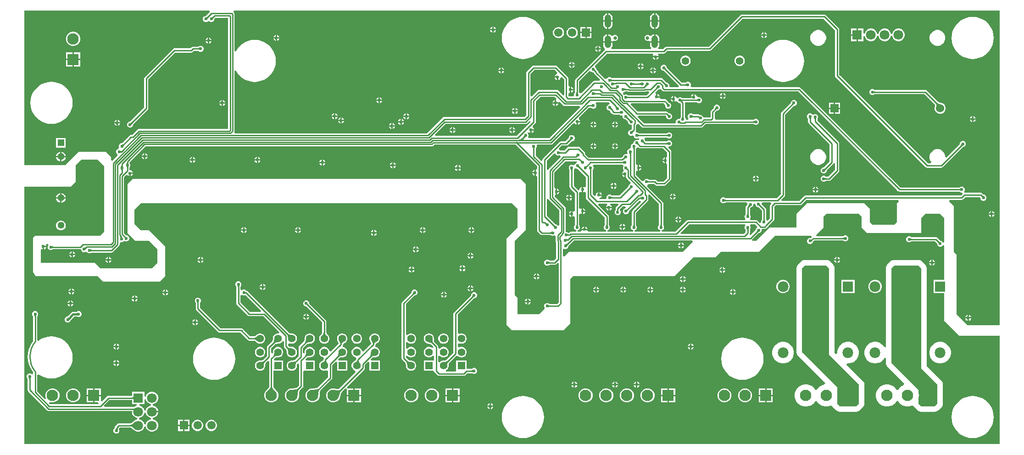
<source format=gbr>
G04*
G04 #@! TF.GenerationSoftware,Altium Limited,Altium Designer,25.5.2 (35)*
G04*
G04 Layer_Physical_Order=2*
G04 Layer_Color=16711680*
%FSLAX43Y43*%
%MOMM*%
G71*
G04*
G04 #@! TF.SameCoordinates,5343D25E-564B-450C-8E3F-5604407B260E*
G04*
G04*
G04 #@! TF.FilePolarity,Positive*
G04*
G01*
G75*
%ADD11C,0.254*%
%ADD148C,1.400*%
%ADD149R,1.400X1.400*%
%ADD152R,1.550X1.550*%
%ADD156C,1.550*%
%ADD174C,0.381*%
%ADD176R,2.100X2.100*%
%ADD177C,1.800*%
%ADD178C,1.288*%
%ADD179C,2.100*%
%ADD180R,1.800X1.800*%
%ADD181R,1.524X1.524*%
%ADD182O,1.200X2.400*%
%ADD183O,1.158X2.316*%
%ADD184R,2.100X2.100*%
%ADD185R,1.980X1.980*%
%ADD186C,1.524*%
%ADD187R,1.800X1.800*%
%ADD188C,1.980*%
%ADD189C,1.935*%
%ADD190R,1.288X1.288*%
%ADD191C,0.600*%
%ADD192C,0.630*%
G36*
X44909Y88730D02*
X44888Y88708D01*
X44870Y88685D01*
X44853Y88663D01*
X44839Y88640D01*
X44827Y88618D01*
X44817Y88595D01*
X44809Y88572D01*
X44804Y88549D01*
X44801Y88526D01*
X44800Y88503D01*
X44503Y88800D01*
X44526Y88801D01*
X44549Y88804D01*
X44572Y88809D01*
X44595Y88817D01*
X44618Y88827D01*
X44640Y88839D01*
X44663Y88853D01*
X44685Y88870D01*
X44708Y88888D01*
X44730Y88909D01*
X44909Y88730D01*
D02*
G37*
G36*
X43909D02*
X43888Y88708D01*
X43870Y88685D01*
X43853Y88663D01*
X43839Y88640D01*
X43827Y88618D01*
X43817Y88595D01*
X43809Y88572D01*
X43804Y88549D01*
X43801Y88526D01*
X43800Y88503D01*
X43503Y88800D01*
X43526Y88801D01*
X43549Y88804D01*
X43572Y88809D01*
X43595Y88817D01*
X43618Y88827D01*
X43640Y88839D01*
X43663Y88853D01*
X43685Y88870D01*
X43708Y88888D01*
X43730Y88909D01*
X43909Y88730D01*
D02*
G37*
G36*
X128301Y79474D02*
X128304Y79451D01*
X128309Y79428D01*
X128317Y79405D01*
X128327Y79382D01*
X128339Y79360D01*
X128353Y79337D01*
X128370Y79315D01*
X128388Y79292D01*
X128409Y79270D01*
X128230Y79091D01*
X128208Y79112D01*
X128185Y79130D01*
X128163Y79147D01*
X128140Y79161D01*
X128118Y79173D01*
X128095Y79183D01*
X128072Y79191D01*
X128049Y79196D01*
X128026Y79199D01*
X128003Y79200D01*
X128300Y79497D01*
X128301Y79474D01*
D02*
G37*
G36*
X115301Y79155D02*
X115304Y79132D01*
X115309Y79109D01*
X115317Y79086D01*
X115327Y79063D01*
X115339Y79041D01*
X115353Y79018D01*
X115370Y78996D01*
X115388Y78973D01*
X115409Y78951D01*
X115230Y78772D01*
X115208Y78793D01*
X115185Y78811D01*
X115163Y78828D01*
X115140Y78842D01*
X115118Y78854D01*
X115095Y78864D01*
X115072Y78872D01*
X115049Y78877D01*
X115026Y78880D01*
X115003Y78881D01*
X115300Y79178D01*
X115301Y79155D01*
D02*
G37*
G36*
X118213Y77400D02*
X118232Y77386D01*
X118252Y77373D01*
X118273Y77362D01*
X118296Y77353D01*
X118321Y77346D01*
X118347Y77340D01*
X118374Y77336D01*
X118403Y77333D01*
X118434Y77333D01*
Y77079D01*
X118403Y77078D01*
X118374Y77075D01*
X118347Y77071D01*
X118321Y77065D01*
X118296Y77058D01*
X118273Y77049D01*
X118252Y77038D01*
X118232Y77025D01*
X118213Y77011D01*
X118196Y76996D01*
Y77416D01*
X118213Y77400D01*
D02*
G37*
G36*
X118682Y76741D02*
X118702Y76731D01*
X118723Y76722D01*
X118746Y76714D01*
X118770Y76708D01*
X118795Y76703D01*
X118822Y76699D01*
X118879Y76694D01*
X118910Y76693D01*
X118974Y76439D01*
X118943Y76438D01*
X118914Y76435D01*
X118887Y76430D01*
X118863Y76424D01*
X118840Y76415D01*
X118819Y76404D01*
X118800Y76392D01*
X118783Y76377D01*
X118768Y76361D01*
X118755Y76342D01*
X118663Y76752D01*
X118682Y76741D01*
D02*
G37*
G36*
X122254Y76705D02*
X122272Y76690D01*
X122292Y76677D01*
X122313Y76666D01*
X122336Y76657D01*
X122360Y76649D01*
X122386Y76643D01*
X122413Y76639D01*
X122442Y76636D01*
X122473Y76636D01*
X122465Y76382D01*
X122434Y76381D01*
X122405Y76378D01*
X122378Y76374D01*
X122352Y76369D01*
X122327Y76361D01*
X122304Y76353D01*
X122282Y76342D01*
X122262Y76330D01*
X122243Y76316D01*
X122225Y76301D01*
X122237Y76721D01*
X122254Y76705D01*
D02*
G37*
G36*
X123780Y76296D02*
X123763Y76312D01*
X123745Y76327D01*
X123725Y76340D01*
X123704Y76351D01*
X123681Y76360D01*
X123657Y76368D01*
X123631Y76374D01*
X123604Y76378D01*
X123575Y76381D01*
X123544Y76382D01*
X123552Y76636D01*
X123583Y76636D01*
X123612Y76639D01*
X123639Y76643D01*
X123666Y76648D01*
X123690Y76656D01*
X123713Y76665D01*
X123735Y76675D01*
X123756Y76687D01*
X123774Y76701D01*
X123792Y76716D01*
X123780Y76296D01*
D02*
G37*
G36*
X124971Y76201D02*
X124948Y76202D01*
X124925Y76201D01*
X124902Y76197D01*
X124879Y76191D01*
X124856Y76182D01*
X124834Y76171D01*
X124811Y76157D01*
X124789Y76141D01*
X124767Y76123D01*
X124744Y76102D01*
X124582Y76299D01*
X124603Y76321D01*
X124622Y76343D01*
X124639Y76365D01*
X124654Y76387D01*
X124667Y76410D01*
X124678Y76432D01*
X124686Y76455D01*
X124693Y76477D01*
X124698Y76500D01*
X124701Y76523D01*
X124971Y76201D01*
D02*
G37*
G36*
X128292Y76569D02*
X128315Y76551D01*
X128337Y76534D01*
X128360Y76520D01*
X128382Y76508D01*
X128405Y76498D01*
X128428Y76490D01*
X128451Y76485D01*
X128474Y76482D01*
X128497Y76481D01*
X128200Y76184D01*
X128199Y76207D01*
X128196Y76230D01*
X128191Y76253D01*
X128183Y76276D01*
X128173Y76299D01*
X128161Y76321D01*
X128147Y76344D01*
X128130Y76366D01*
X128112Y76389D01*
X128091Y76411D01*
X128270Y76590D01*
X128292Y76569D01*
D02*
G37*
G36*
X132237Y76146D02*
X132220Y76162D01*
X132201Y76176D01*
X132181Y76189D01*
X132160Y76199D01*
X132137Y76209D01*
X132112Y76216D01*
X132086Y76222D01*
X132059Y76226D01*
X132030Y76229D01*
X131999Y76229D01*
Y76483D01*
X132030Y76484D01*
X132059Y76487D01*
X132086Y76491D01*
X132112Y76497D01*
X132137Y76504D01*
X132160Y76513D01*
X132181Y76524D01*
X132201Y76536D01*
X132220Y76551D01*
X132237Y76566D01*
Y76146D01*
D02*
G37*
G36*
X126997Y75700D02*
X126974Y75699D01*
X126951Y75696D01*
X126928Y75691D01*
X126905Y75683D01*
X126882Y75673D01*
X126860Y75661D01*
X126837Y75647D01*
X126815Y75630D01*
X126792Y75612D01*
X126770Y75591D01*
X126591Y75770D01*
X126612Y75792D01*
X126630Y75815D01*
X126647Y75837D01*
X126661Y75860D01*
X126673Y75882D01*
X126683Y75905D01*
X126691Y75928D01*
X126696Y75951D01*
X126699Y75974D01*
X126700Y75997D01*
X126997Y75700D01*
D02*
G37*
G36*
X120731Y75694D02*
X120750Y75680D01*
X120770Y75668D01*
X120791Y75657D01*
X120814Y75648D01*
X120839Y75640D01*
X120865Y75634D01*
X120892Y75630D01*
X120921Y75628D01*
X120952Y75627D01*
Y75373D01*
X120921Y75372D01*
X120892Y75370D01*
X120865Y75366D01*
X120839Y75360D01*
X120814Y75352D01*
X120791Y75343D01*
X120770Y75332D01*
X120750Y75320D01*
X120731Y75306D01*
X120714Y75290D01*
Y75710D01*
X120731Y75694D01*
D02*
G37*
G36*
X125308Y74858D02*
X124839Y74388D01*
X121417D01*
X121412Y74389D01*
X121405Y74391D01*
X121400Y74392D01*
X121397Y74393D01*
X121397Y74393D01*
X121390Y74400D01*
X121373Y74411D01*
X121314Y74470D01*
X121110Y74554D01*
X120890D01*
X120686Y74470D01*
X120655Y74473D01*
X120594Y74564D01*
X120466Y74692D01*
X120571Y74946D01*
X120610D01*
X120814Y75030D01*
X120873Y75089D01*
X120890Y75100D01*
X120897Y75107D01*
X120897Y75107D01*
X120900Y75108D01*
X120905Y75109D01*
X120912Y75111D01*
X120917Y75112D01*
X121353D01*
X121436Y75056D01*
X121585Y75027D01*
X124449D01*
X124598Y75056D01*
X124681Y75112D01*
X125203D01*
X125308Y74858D01*
D02*
G37*
G36*
X114581Y78817D02*
X114686Y78711D01*
X114890Y78627D01*
X114973D01*
X114993Y78622D01*
X115003Y78622D01*
X115003Y78622D01*
X115005Y78621D01*
X115010Y78618D01*
X115016Y78614D01*
X115020Y78611D01*
X115141Y78491D01*
X115158Y78406D01*
X115242Y78280D01*
X116218Y77304D01*
X116121Y77069D01*
X115181D01*
X115032Y77040D01*
X114906Y76956D01*
X112750Y74800D01*
X112526Y74811D01*
X112437Y74846D01*
X112411Y74873D01*
X112400Y74890D01*
X112393Y74897D01*
X112393Y74897D01*
X112392Y74900D01*
X112391Y74905D01*
X112389Y74912D01*
X112388Y74917D01*
Y76983D01*
X114279Y78874D01*
X114581Y78817D01*
D02*
G37*
G36*
X112128Y74921D02*
X112130Y74892D01*
X112134Y74865D01*
X112140Y74839D01*
X112148Y74814D01*
X112157Y74791D01*
X112168Y74770D01*
X112180Y74750D01*
X112194Y74731D01*
X112210Y74714D01*
X111790D01*
X111806Y74731D01*
X111820Y74750D01*
X111832Y74770D01*
X111843Y74791D01*
X111852Y74814D01*
X111860Y74839D01*
X111866Y74865D01*
X111870Y74892D01*
X111872Y74921D01*
X111873Y74952D01*
X112127D01*
X112128Y74921D01*
D02*
G37*
G36*
X115231Y74875D02*
X115250Y74861D01*
X115270Y74849D01*
X115291Y74838D01*
X115314Y74829D01*
X115339Y74821D01*
X115365Y74815D01*
X115392Y74811D01*
X115421Y74809D01*
X115452Y74808D01*
Y74554D01*
X115421Y74553D01*
X115392Y74551D01*
X115365Y74547D01*
X115339Y74541D01*
X115314Y74533D01*
X115291Y74524D01*
X115270Y74513D01*
X115250Y74501D01*
X115231Y74487D01*
X115214Y74471D01*
Y74891D01*
X115231Y74875D01*
D02*
G37*
G36*
X108377Y78573D02*
X108296Y78319D01*
X108093Y78235D01*
X107937Y78079D01*
X107859Y77892D01*
X108407D01*
Y77765D01*
X108534D01*
Y77218D01*
X108720Y77296D01*
X108876Y77451D01*
X108961Y77655D01*
X109215Y77736D01*
X109612Y77339D01*
Y74493D01*
X109377Y74396D01*
X108498Y75275D01*
X108372Y75359D01*
X108223Y75388D01*
X105000D01*
X104851Y75359D01*
X104725Y75275D01*
X103623Y74173D01*
X103388Y74270D01*
Y78339D01*
X104161Y79112D01*
X107839D01*
X108377Y78573D01*
D02*
G37*
G36*
X121231Y74194D02*
X121250Y74180D01*
X121270Y74168D01*
X121291Y74157D01*
X121314Y74148D01*
X121339Y74140D01*
X121365Y74134D01*
X121392Y74130D01*
X121421Y74128D01*
X121452Y74127D01*
Y73873D01*
X121421Y73872D01*
X121392Y73870D01*
X121365Y73866D01*
X121339Y73860D01*
X121314Y73852D01*
X121291Y73843D01*
X121270Y73832D01*
X121250Y73820D01*
X121231Y73806D01*
X121214Y73790D01*
Y74210D01*
X121231Y74194D01*
D02*
G37*
G36*
X134286Y73290D02*
X134269Y73306D01*
X134250Y73320D01*
X134230Y73332D01*
X134209Y73343D01*
X134186Y73352D01*
X134161Y73360D01*
X134135Y73366D01*
X134108Y73370D01*
X134079Y73372D01*
X134048Y73373D01*
Y73627D01*
X134079Y73628D01*
X134108Y73630D01*
X134135Y73634D01*
X134161Y73640D01*
X134186Y73648D01*
X134209Y73657D01*
X134230Y73668D01*
X134250Y73680D01*
X134269Y73694D01*
X134286Y73710D01*
Y73290D01*
D02*
G37*
G36*
X131231Y73694D02*
X131250Y73680D01*
X131270Y73668D01*
X131291Y73657D01*
X131314Y73648D01*
X131339Y73640D01*
X131365Y73634D01*
X131392Y73630D01*
X131421Y73628D01*
X131452Y73627D01*
Y73373D01*
X131421Y73372D01*
X131392Y73370D01*
X131365Y73366D01*
X131339Y73360D01*
X131339Y73360D01*
X131339Y73360D01*
X131353Y73337D01*
X131370Y73315D01*
X131388Y73292D01*
X131409Y73270D01*
X131230Y73091D01*
X131208Y73112D01*
X131185Y73130D01*
X131163Y73147D01*
X131140Y73161D01*
X131118Y73173D01*
X131095Y73183D01*
X131072Y73191D01*
X131049Y73196D01*
X131026Y73199D01*
X131003Y73200D01*
X131214Y73411D01*
Y73710D01*
X131231Y73694D01*
D02*
G37*
G36*
X151997Y72700D02*
X151974Y72699D01*
X151951Y72696D01*
X151928Y72691D01*
X151905Y72683D01*
X151882Y72673D01*
X151860Y72661D01*
X151837Y72647D01*
X151815Y72630D01*
X151792Y72612D01*
X151770Y72591D01*
X151591Y72770D01*
X151612Y72792D01*
X151630Y72815D01*
X151647Y72837D01*
X151661Y72860D01*
X151673Y72882D01*
X151683Y72905D01*
X151691Y72928D01*
X151696Y72951D01*
X151699Y72974D01*
X151700Y72997D01*
X151997Y72700D01*
D02*
G37*
G36*
X128688Y72905D02*
X128732Y72868D01*
X128753Y72852D01*
X128775Y72838D01*
X128797Y72826D01*
X128818Y72815D01*
X128840Y72806D01*
X128861Y72799D01*
X128882Y72793D01*
X128527Y72569D01*
X128531Y72591D01*
X128532Y72613D01*
X128530Y72636D01*
X128526Y72658D01*
X128519Y72680D01*
X128509Y72702D01*
X128496Y72725D01*
X128480Y72747D01*
X128462Y72770D01*
X128441Y72792D01*
X128666Y72926D01*
X128688Y72905D01*
D02*
G37*
G36*
X114786Y72290D02*
X114769Y72306D01*
X114750Y72320D01*
X114730Y72332D01*
X114709Y72343D01*
X114686Y72352D01*
X114661Y72360D01*
X114635Y72366D01*
X114608Y72370D01*
X114579Y72372D01*
X114548Y72373D01*
Y72627D01*
X114579Y72628D01*
X114608Y72630D01*
X114635Y72634D01*
X114661Y72640D01*
X114686Y72648D01*
X114709Y72657D01*
X114730Y72668D01*
X114750Y72680D01*
X114769Y72694D01*
X114786Y72710D01*
Y72290D01*
D02*
G37*
G36*
X119299Y72335D02*
X119343Y72298D01*
X119364Y72282D01*
X119386Y72268D01*
X119408Y72255D01*
X119429Y72245D01*
X119451Y72236D01*
X119472Y72229D01*
X119493Y72223D01*
X119138Y71999D01*
X119142Y72021D01*
X119143Y72043D01*
X119141Y72066D01*
X119137Y72088D01*
X119130Y72110D01*
X119120Y72132D01*
X119107Y72155D01*
X119091Y72177D01*
X119073Y72199D01*
X119052Y72222D01*
X119277Y72356D01*
X119299Y72335D01*
D02*
G37*
G36*
X117991Y72921D02*
X117897Y72694D01*
X117890D01*
X117686Y72610D01*
X117530Y72454D01*
X117446Y72250D01*
Y72030D01*
X117530Y71826D01*
X117686Y71670D01*
X117890Y71586D01*
X117973D01*
X117993Y71581D01*
X118003Y71581D01*
X118003Y71581D01*
X118005Y71580D01*
X118010Y71577D01*
X118016Y71573D01*
X118020Y71570D01*
X118118Y71473D01*
X118142Y71350D01*
X118227Y71224D01*
X118485Y70965D01*
X118612Y70881D01*
X118760Y70851D01*
X119809D01*
X119813Y70851D01*
X119821Y70849D01*
X119826Y70847D01*
X119828Y70846D01*
X119828Y70846D01*
X119835Y70840D01*
X119853Y70829D01*
X119912Y70770D01*
X120116Y70686D01*
X120177D01*
X120354Y70629D01*
X120412Y70451D01*
Y70390D01*
X120496Y70186D01*
X120652Y70030D01*
X120855Y69946D01*
X120958D01*
X120981Y69941D01*
X120988Y69941D01*
X120990Y69940D01*
X120996Y69936D01*
X120999Y69934D01*
X121427Y69506D01*
X121430Y69502D01*
X121435Y69494D01*
X121438Y69489D01*
X121440Y69485D01*
X121441Y69483D01*
X121441Y69482D01*
X121442Y69471D01*
X121446Y69456D01*
Y69390D01*
X121530Y69186D01*
X121686Y69030D01*
X121890Y68946D01*
X122110D01*
X122112Y68945D01*
Y68161D01*
X122020Y68070D01*
X122016Y68067D01*
X122010Y68063D01*
X122005Y68060D01*
X122003Y68059D01*
X122003Y68059D01*
X121993Y68059D01*
X121973Y68054D01*
X121890D01*
X121686Y67970D01*
X121530Y67814D01*
X121446Y67610D01*
Y67390D01*
X121530Y67186D01*
X121686Y67030D01*
X121890Y66946D01*
X122110D01*
X122192Y66980D01*
X122419Y66899D01*
X122467Y66840D01*
X122530Y66686D01*
X122686Y66530D01*
X122890Y66446D01*
X123110D01*
X123314Y66530D01*
X123363Y66506D01*
X123409Y66453D01*
X123418Y66193D01*
X123339Y66129D01*
X123209Y66151D01*
X123110Y66192D01*
X122890D01*
X122686Y66108D01*
X122530Y65952D01*
X122446Y65748D01*
X122363Y65520D01*
X122159Y65435D01*
X122004Y65280D01*
X121919Y65076D01*
Y64856D01*
X121941Y64803D01*
X121770Y64554D01*
X121709D01*
X121505Y64470D01*
X121349Y64314D01*
X121265Y64110D01*
Y63890D01*
X121327Y63739D01*
X121215Y63579D01*
X121158Y63534D01*
X121110Y63554D01*
X120890D01*
X120686Y63470D01*
X120530Y63314D01*
X120446Y63110D01*
Y63100D01*
X120441Y63092D01*
X120435Y63082D01*
X120428Y63073D01*
X120419Y63062D01*
X120392Y63035D01*
X120355Y63028D01*
X120229Y62944D01*
X120174Y62888D01*
X114161D01*
X113491Y63558D01*
Y63654D01*
X113462Y63802D01*
X113377Y63928D01*
X112531Y64775D01*
X112405Y64859D01*
X112256Y64888D01*
X110500D01*
X110351Y64859D01*
X110225Y64775D01*
X109658Y64207D01*
X108917D01*
X108912Y64208D01*
X108905Y64210D01*
X108900Y64211D01*
X108897Y64212D01*
X108897Y64212D01*
X108890Y64219D01*
X108873Y64230D01*
X108814Y64289D01*
X108731Y64323D01*
X108657Y64608D01*
X109161Y65112D01*
X110000D01*
X110149Y65141D01*
X110275Y65225D01*
X110980Y65930D01*
X110984Y65933D01*
X110990Y65937D01*
X110995Y65940D01*
X110997Y65941D01*
X110997Y65941D01*
X111007Y65941D01*
X111027Y65946D01*
X111110D01*
X111314Y66030D01*
X111470Y66186D01*
X111554Y66390D01*
Y66610D01*
X111470Y66814D01*
X111314Y66970D01*
X111110Y67054D01*
X110890D01*
X110686Y66970D01*
X110530Y66814D01*
X110446Y66610D01*
Y66527D01*
X110441Y66507D01*
X110441Y66497D01*
X110441Y66497D01*
X110440Y66495D01*
X110437Y66490D01*
X110433Y66484D01*
X110430Y66480D01*
X109839Y65888D01*
X109000D01*
X108851Y65859D01*
X108725Y65775D01*
X105725Y62775D01*
X105641Y62649D01*
X105612Y62500D01*
Y62329D01*
X105377Y62232D01*
X104388Y63220D01*
Y64583D01*
X104389Y64588D01*
X104391Y64595D01*
X104392Y64600D01*
X104393Y64603D01*
X104393Y64603D01*
X104400Y64610D01*
X104411Y64627D01*
X104470Y64686D01*
X104554Y64890D01*
Y65110D01*
X104683Y65304D01*
X107192D01*
X107341Y65333D01*
X107467Y65417D01*
X111288Y69239D01*
X111573Y69215D01*
X111729Y69060D01*
X111916Y68982D01*
Y69529D01*
X112043D01*
Y69656D01*
X112590D01*
X112512Y69843D01*
X112357Y69999D01*
X112333Y70284D01*
X114161Y72112D01*
X114583D01*
X114588Y72111D01*
X114595Y72109D01*
X114600Y72108D01*
X114603Y72107D01*
X114603Y72107D01*
X114610Y72100D01*
X114627Y72089D01*
X114686Y72030D01*
X114890Y71946D01*
X115110D01*
X115314Y72030D01*
X115470Y72186D01*
X115554Y72390D01*
Y72610D01*
X115470Y72814D01*
X115426Y72858D01*
X115531Y73112D01*
X117834D01*
X117991Y72921D01*
D02*
G37*
G36*
X118301Y72114D02*
X118304Y72091D01*
X118309Y72068D01*
X118317Y72045D01*
X118327Y72022D01*
X118339Y72000D01*
X118353Y71977D01*
X118370Y71955D01*
X118388Y71933D01*
X118409Y71910D01*
X118230Y71731D01*
X118208Y71752D01*
X118185Y71771D01*
X118163Y71787D01*
X118140Y71801D01*
X118118Y71813D01*
X118095Y71823D01*
X118072Y71831D01*
X118049Y71836D01*
X118026Y71839D01*
X118003Y71840D01*
X118300Y72137D01*
X118301Y72114D01*
D02*
G37*
G36*
X137797Y71833D02*
X137774Y71832D01*
X137751Y71829D01*
X137728Y71823D01*
X137705Y71816D01*
X137682Y71806D01*
X137660Y71794D01*
X137637Y71780D01*
X137615Y71763D01*
X137593Y71744D01*
X137570Y71723D01*
X137391Y71903D01*
X137412Y71925D01*
X137430Y71947D01*
X137447Y71970D01*
X137461Y71992D01*
X137473Y72015D01*
X137483Y72038D01*
X137491Y72061D01*
X137496Y72083D01*
X137499Y72107D01*
X137500Y72130D01*
X137797Y71833D01*
D02*
G37*
G36*
X120012Y71030D02*
X119994Y71046D01*
X119976Y71060D01*
X119956Y71072D01*
X119934Y71083D01*
X119911Y71092D01*
X119887Y71100D01*
X119861Y71105D01*
X119833Y71110D01*
X119804Y71112D01*
X119774Y71113D01*
Y71367D01*
X119804Y71368D01*
X119833Y71370D01*
X119861Y71374D01*
X119887Y71380D01*
X119911Y71388D01*
X119934Y71397D01*
X119956Y71408D01*
X119976Y71420D01*
X119994Y71434D01*
X120012Y71450D01*
Y71030D01*
D02*
G37*
G36*
X128786Y70882D02*
X128809Y70863D01*
X128831Y70847D01*
X128853Y70833D01*
X128876Y70821D01*
X128899Y70811D01*
X128922Y70803D01*
X128945Y70798D01*
X128968Y70795D01*
X128991Y70794D01*
X128694Y70497D01*
X128693Y70520D01*
X128690Y70543D01*
X128684Y70566D01*
X128677Y70589D01*
X128667Y70612D01*
X128655Y70634D01*
X128641Y70657D01*
X128624Y70679D01*
X128606Y70701D01*
X128585Y70723D01*
X128764Y70903D01*
X128786Y70882D01*
D02*
G37*
G36*
X133231Y70694D02*
X133250Y70680D01*
X133270Y70668D01*
X133291Y70657D01*
X133314Y70648D01*
X133339Y70640D01*
X133365Y70634D01*
X133392Y70630D01*
X133421Y70628D01*
X133452Y70627D01*
Y70373D01*
X133421Y70372D01*
X133392Y70370D01*
X133365Y70366D01*
X133339Y70360D01*
X133314Y70352D01*
X133291Y70343D01*
X133270Y70332D01*
X133250Y70320D01*
X133231Y70306D01*
X133214Y70290D01*
Y70710D01*
X133231Y70694D01*
D02*
G37*
G36*
X131628Y70383D02*
X131630Y70354D01*
X131634Y70327D01*
X131640Y70301D01*
X131648Y70276D01*
X131657Y70253D01*
X131668Y70232D01*
X131680Y70212D01*
X131694Y70193D01*
X131710Y70176D01*
X131290D01*
X131306Y70193D01*
X131320Y70212D01*
X131332Y70232D01*
X131343Y70253D01*
X131352Y70276D01*
X131360Y70301D01*
X131366Y70327D01*
X131370Y70354D01*
X131372Y70383D01*
X131373Y70414D01*
X131627D01*
X131628Y70383D01*
D02*
G37*
G36*
X134486Y70567D02*
X134508Y70549D01*
X134531Y70534D01*
X134553Y70521D01*
X134576Y70511D01*
X134598Y70504D01*
X134620Y70499D01*
X134642Y70498D01*
X134664Y70499D01*
X134687Y70502D01*
X134462Y70147D01*
X134457Y70169D01*
X134450Y70190D01*
X134441Y70211D01*
X134430Y70233D01*
X134418Y70254D01*
X134404Y70276D01*
X134388Y70298D01*
X134351Y70342D01*
X134329Y70363D01*
X134464Y70589D01*
X134486Y70567D01*
D02*
G37*
G36*
X121267Y70486D02*
X121271Y70463D01*
X121277Y70440D01*
X121285Y70417D01*
X121296Y70395D01*
X121308Y70372D01*
X121323Y70350D01*
X121339Y70328D01*
X121358Y70305D01*
X121379Y70283D01*
X121208Y70096D01*
X121185Y70117D01*
X121163Y70135D01*
X121141Y70151D01*
X121118Y70165D01*
X121096Y70177D01*
X121073Y70186D01*
X121050Y70193D01*
X121027Y70198D01*
X121004Y70200D01*
X120981Y70200D01*
X121265Y70509D01*
X121267Y70486D01*
D02*
G37*
G36*
X121780Y69883D02*
X121802Y69865D01*
X121825Y69849D01*
X121847Y69835D01*
X121870Y69823D01*
X121893Y69814D01*
X121916Y69807D01*
X121939Y69802D01*
X121962Y69800D01*
X121985Y69800D01*
X121700Y69491D01*
X121698Y69514D01*
X121694Y69537D01*
X121688Y69560D01*
X121680Y69583D01*
X121670Y69605D01*
X121657Y69628D01*
X121643Y69650D01*
X121626Y69672D01*
X121607Y69695D01*
X121586Y69717D01*
X121758Y69904D01*
X121780Y69883D01*
D02*
G37*
G36*
X144786Y69290D02*
X144769Y69306D01*
X144750Y69320D01*
X144730Y69332D01*
X144709Y69343D01*
X144686Y69352D01*
X144661Y69360D01*
X144635Y69366D01*
X144608Y69370D01*
X144579Y69372D01*
X144548Y69373D01*
Y69627D01*
X144579Y69628D01*
X144608Y69630D01*
X144635Y69634D01*
X144661Y69640D01*
X144686Y69648D01*
X144709Y69657D01*
X144730Y69668D01*
X144750Y69680D01*
X144769Y69694D01*
X144786Y69710D01*
Y69290D01*
D02*
G37*
G36*
X122409Y67730D02*
X122388Y67708D01*
X122370Y67685D01*
X122353Y67663D01*
X122339Y67640D01*
X122327Y67618D01*
X122317Y67595D01*
X122309Y67572D01*
X122304Y67549D01*
X122301Y67526D01*
X122300Y67503D01*
X122003Y67800D01*
X122026Y67801D01*
X122049Y67804D01*
X122072Y67809D01*
X122095Y67817D01*
X122118Y67827D01*
X122140Y67839D01*
X122163Y67853D01*
X122185Y67870D01*
X122208Y67888D01*
X122230Y67909D01*
X122409Y67730D01*
D02*
G37*
G36*
X108216Y73785D02*
X108137Y73612D01*
X108127Y73601D01*
Y73127D01*
X108601D01*
X108612Y73137D01*
X108785Y73216D01*
X109457Y72544D01*
X109583Y72460D01*
X109732Y72431D01*
X112466D01*
X112563Y72196D01*
X106852Y66484D01*
X103127D01*
X103067Y66562D01*
X102991Y66738D01*
X103054Y66890D01*
Y67110D01*
X102970Y67314D01*
X102866Y67418D01*
X102901Y67497D01*
X103178Y67539D01*
X103186Y67530D01*
X103373Y67453D01*
Y68000D01*
X103500D01*
Y68127D01*
X104047D01*
X103970Y68314D01*
X103846Y68437D01*
X103811Y68526D01*
X103800Y68750D01*
X104275Y69225D01*
X104359Y69351D01*
X104388Y69500D01*
Y73268D01*
X105232Y74112D01*
X107890D01*
X108216Y73785D01*
D02*
G37*
G36*
X103459Y69551D02*
X103466Y69516D01*
X100839Y66888D01*
X85841D01*
X85744Y67123D01*
X87732Y69112D01*
X102500D01*
X102649Y69141D01*
X102775Y69225D01*
X103184Y69634D01*
X103459Y69551D01*
D02*
G37*
G36*
X128786Y66790D02*
X128769Y66806D01*
X128750Y66820D01*
X128730Y66832D01*
X128709Y66843D01*
X128686Y66852D01*
X128661Y66860D01*
X128635Y66866D01*
X128608Y66870D01*
X128579Y66872D01*
X128548Y66873D01*
Y67127D01*
X128579Y67128D01*
X128608Y67130D01*
X128635Y67134D01*
X128661Y67140D01*
X128686Y67148D01*
X128709Y67157D01*
X128730Y67168D01*
X128750Y67180D01*
X128769Y67194D01*
X128786Y67210D01*
Y66790D01*
D02*
G37*
G36*
X123231Y67194D02*
X123250Y67180D01*
X123270Y67168D01*
X123291Y67157D01*
X123314Y67148D01*
X123339Y67140D01*
X123365Y67134D01*
X123392Y67130D01*
X123421Y67128D01*
X123452Y67127D01*
Y66873D01*
X123421Y66872D01*
X123392Y66870D01*
X123365Y66866D01*
X123339Y66860D01*
X123314Y66852D01*
X123291Y66843D01*
X123270Y66832D01*
X123250Y66820D01*
X123231Y66806D01*
X123214Y66790D01*
Y67210D01*
X123231Y67194D01*
D02*
G37*
G36*
X102497Y66700D02*
X102474Y66699D01*
X102451Y66696D01*
X102428Y66691D01*
X102405Y66683D01*
X102382Y66673D01*
X102360Y66661D01*
X102337Y66647D01*
X102315Y66630D01*
X102292Y66612D01*
X102270Y66591D01*
X102091Y66770D01*
X102112Y66792D01*
X102130Y66815D01*
X102147Y66837D01*
X102161Y66860D01*
X102173Y66882D01*
X102183Y66905D01*
X102191Y66928D01*
X102196Y66951D01*
X102199Y66974D01*
X102200Y66997D01*
X102497Y66700D01*
D02*
G37*
G36*
X110997Y66200D02*
X110974Y66199D01*
X110951Y66196D01*
X110928Y66191D01*
X110905Y66183D01*
X110882Y66173D01*
X110860Y66161D01*
X110837Y66147D01*
X110815Y66130D01*
X110792Y66112D01*
X110770Y66091D01*
X110591Y66270D01*
X110612Y66292D01*
X110630Y66315D01*
X110647Y66337D01*
X110661Y66360D01*
X110673Y66382D01*
X110683Y66405D01*
X110691Y66428D01*
X110696Y66451D01*
X110699Y66474D01*
X110700Y66497D01*
X110997Y66200D01*
D02*
G37*
G36*
X102051Y66368D02*
X102028Y66338D01*
X102013Y66311D01*
X102008Y66288D01*
X102011Y66268D01*
X102023Y66252D01*
X102043Y66239D01*
X102072Y66230D01*
X102110Y66225D01*
X102157Y66223D01*
X101596Y65969D01*
X101289Y66223D01*
X101339Y66225D01*
X101388Y66230D01*
X101435Y66239D01*
X101481Y66252D01*
X101525Y66268D01*
X101567Y66288D01*
X101609Y66311D01*
X101648Y66338D01*
X101686Y66368D01*
X101723Y66403D01*
X102082D01*
X102051Y66368D01*
D02*
G37*
G36*
X124301Y65974D02*
X124304Y65951D01*
X124309Y65928D01*
X124317Y65905D01*
X124327Y65882D01*
X124339Y65860D01*
X124353Y65837D01*
X124370Y65815D01*
X124388Y65792D01*
X124409Y65770D01*
X124230Y65591D01*
X124208Y65612D01*
X124185Y65630D01*
X124163Y65647D01*
X124140Y65661D01*
X124118Y65673D01*
X124095Y65683D01*
X124072Y65691D01*
X124049Y65696D01*
X124026Y65699D01*
X124003Y65700D01*
X124300Y65997D01*
X124301Y65974D01*
D02*
G37*
G36*
X101356Y65565D02*
X101310Y65563D01*
X101272Y65558D01*
X101243Y65549D01*
X101223Y65536D01*
X101211Y65520D01*
X101208Y65500D01*
X101213Y65477D01*
X101228Y65450D01*
X101251Y65420D01*
X101282Y65385D01*
X100923D01*
X100886Y65420D01*
X100848Y65450D01*
X100808Y65477D01*
X100767Y65500D01*
X100725Y65520D01*
X100681Y65536D01*
X100635Y65549D01*
X100588Y65558D01*
X100539Y65563D01*
X100489Y65565D01*
X100796Y65819D01*
X101356Y65565D01*
D02*
G37*
G36*
X128786Y65290D02*
X128769Y65306D01*
X128750Y65320D01*
X128730Y65332D01*
X128709Y65343D01*
X128686Y65352D01*
X128661Y65360D01*
X128635Y65366D01*
X128608Y65370D01*
X128579Y65372D01*
X128548Y65373D01*
Y65627D01*
X128579Y65628D01*
X128608Y65630D01*
X128635Y65634D01*
X128661Y65640D01*
X128686Y65648D01*
X128709Y65657D01*
X128730Y65668D01*
X128750Y65680D01*
X128769Y65694D01*
X128786Y65710D01*
Y65290D01*
D02*
G37*
G36*
X123301Y65612D02*
X123304Y65589D01*
X123309Y65566D01*
X123317Y65543D01*
X123327Y65520D01*
X123339Y65498D01*
X123353Y65475D01*
X123370Y65453D01*
X123388Y65430D01*
X123409Y65408D01*
X123230Y65229D01*
X123208Y65250D01*
X123185Y65268D01*
X123163Y65285D01*
X123140Y65299D01*
X123118Y65311D01*
X123095Y65321D01*
X123072Y65329D01*
X123049Y65334D01*
X123026Y65337D01*
X123003Y65338D01*
X123300Y65635D01*
X123301Y65612D01*
D02*
G37*
G36*
X28392Y65247D02*
X28371Y65225D01*
X28352Y65202D01*
X28336Y65180D01*
X28322Y65158D01*
X28310Y65135D01*
X28300Y65112D01*
X28292Y65089D01*
X28287Y65066D01*
X28284Y65043D01*
X28283Y65020D01*
X27986Y65317D01*
X28009Y65318D01*
X28032Y65321D01*
X28055Y65327D01*
X28078Y65334D01*
X28101Y65344D01*
X28123Y65356D01*
X28146Y65370D01*
X28168Y65387D01*
X28190Y65406D01*
X28212Y65426D01*
X28392Y65247D01*
D02*
G37*
G36*
X183196Y65111D02*
X183172Y65110D01*
X183149Y65107D01*
X183126Y65101D01*
X183104Y65094D01*
X183081Y65084D01*
X183058Y65072D01*
X183036Y65058D01*
X183013Y65041D01*
X182991Y65022D01*
X182969Y65002D01*
X182789Y65181D01*
X182810Y65203D01*
X182829Y65226D01*
X182846Y65248D01*
X182860Y65270D01*
X182872Y65293D01*
X182882Y65316D01*
X182889Y65339D01*
X182895Y65362D01*
X182898Y65385D01*
X182899Y65408D01*
X183196Y65111D01*
D02*
G37*
G36*
X104194Y64769D02*
X104180Y64750D01*
X104168Y64730D01*
X104157Y64709D01*
X104148Y64686D01*
X104140Y64661D01*
X104134Y64635D01*
X104130Y64608D01*
X104128Y64579D01*
X104127Y64548D01*
X103873D01*
X103872Y64579D01*
X103870Y64608D01*
X103866Y64635D01*
X103860Y64661D01*
X103852Y64686D01*
X103843Y64709D01*
X103832Y64730D01*
X103820Y64750D01*
X103806Y64769D01*
X103790Y64786D01*
X104210D01*
X104194Y64769D01*
D02*
G37*
G36*
X122687Y64753D02*
X122675Y64734D01*
X122664Y64713D01*
X122654Y64690D01*
X122646Y64667D01*
X122639Y64642D01*
X122634Y64615D01*
X122630Y64588D01*
X122628Y64559D01*
X122627Y64528D01*
X122373Y64503D01*
X122372Y64534D01*
X122369Y64563D01*
X122365Y64590D01*
X122359Y64615D01*
X122351Y64639D01*
X122341Y64661D01*
X122329Y64682D01*
X122316Y64701D01*
X122300Y64718D01*
X122283Y64734D01*
X122701Y64771D01*
X122687Y64753D01*
D02*
G37*
G36*
X27764Y64146D02*
X27771Y64142D01*
X27781Y64138D01*
X27793Y64135D01*
X27809Y64133D01*
X27848Y64129D01*
X27899Y64127D01*
X27929Y64127D01*
Y63873D01*
X27899Y63873D01*
X27809Y63867D01*
X27793Y63865D01*
X27781Y63862D01*
X27771Y63858D01*
X27764Y63854D01*
X27760Y63850D01*
Y64150D01*
X27764Y64146D01*
D02*
G37*
G36*
X108731Y64013D02*
X108750Y63999D01*
X108770Y63987D01*
X108791Y63976D01*
X108814Y63967D01*
X108839Y63959D01*
X108865Y63953D01*
X108892Y63949D01*
X108921Y63947D01*
X108952Y63946D01*
Y63692D01*
X108921Y63691D01*
X108892Y63689D01*
X108865Y63685D01*
X108839Y63679D01*
X108814Y63671D01*
X108791Y63662D01*
X108770Y63651D01*
X108750Y63639D01*
X108731Y63625D01*
X108714Y63609D01*
Y64029D01*
X108731Y64013D01*
D02*
G37*
G36*
X122013Y63769D02*
X121999Y63750D01*
X121987Y63730D01*
X121976Y63709D01*
X121967Y63686D01*
X121959Y63661D01*
X121953Y63635D01*
X121949Y63608D01*
X121947Y63579D01*
X121946Y63548D01*
X121692D01*
X121691Y63579D01*
X121689Y63608D01*
X121685Y63635D01*
X121679Y63661D01*
X121671Y63686D01*
X121662Y63709D01*
X121651Y63730D01*
X121639Y63750D01*
X121625Y63769D01*
X121609Y63786D01*
X122029D01*
X122013Y63769D01*
D02*
G37*
G36*
X112151Y63100D02*
X112129Y63104D01*
X112107Y63105D01*
X112085Y63103D01*
X112063Y63099D01*
X112040Y63092D01*
X112018Y63082D01*
X111996Y63069D01*
X111973Y63053D01*
X111951Y63035D01*
X111929Y63014D01*
X111794Y63239D01*
X111815Y63261D01*
X111853Y63305D01*
X111868Y63327D01*
X111883Y63348D01*
X111895Y63370D01*
X111906Y63391D01*
X111915Y63413D01*
X111922Y63434D01*
X111927Y63455D01*
X112151Y63100D01*
D02*
G37*
G36*
X120931Y62708D02*
X120909Y62712D01*
X120887Y62713D01*
X120864Y62711D01*
X120842Y62707D01*
X120820Y62700D01*
X120798Y62690D01*
X120775Y62677D01*
X120753Y62661D01*
X120730Y62643D01*
X120708Y62622D01*
X120574Y62847D01*
X120595Y62869D01*
X120632Y62913D01*
X120648Y62934D01*
X120662Y62956D01*
X120674Y62978D01*
X120685Y62999D01*
X120694Y63021D01*
X120701Y63042D01*
X120707Y63063D01*
X120931Y62708D01*
D02*
G37*
G36*
X44167Y89892D02*
X44197Y89746D01*
X43520Y89070D01*
X43516Y89067D01*
X43510Y89063D01*
X43505Y89060D01*
X43503Y89059D01*
X43503Y89059D01*
X43493Y89059D01*
X43473Y89054D01*
X43390D01*
X43186Y88970D01*
X43030Y88814D01*
X42946Y88610D01*
Y88390D01*
X43030Y88186D01*
X43186Y88030D01*
X43390Y87946D01*
X43610D01*
X43814Y88030D01*
X43834Y88051D01*
X44000Y88165D01*
X44166Y88051D01*
X44186Y88030D01*
X44390Y87946D01*
X44610D01*
X44814Y88030D01*
X44970Y88186D01*
X45054Y88390D01*
Y88473D01*
X45059Y88493D01*
X45059Y88503D01*
X45059Y88503D01*
X45060Y88505D01*
X45063Y88510D01*
X45067Y88516D01*
X45070Y88520D01*
X45265Y88716D01*
X47598D01*
Y68203D01*
X31159D01*
X31010Y68173D01*
X30884Y68089D01*
X29866Y67072D01*
X29649D01*
X29500Y67042D01*
X29374Y66958D01*
X28003Y65587D01*
X27999Y65584D01*
X27993Y65580D01*
X27988Y65577D01*
X27986Y65576D01*
X27986Y65576D01*
X27976Y65576D01*
X27956Y65571D01*
X27873D01*
X27669Y65487D01*
X27513Y65331D01*
X27429Y65127D01*
Y64907D01*
X27470Y64808D01*
X27404Y64599D01*
X27331Y64530D01*
X27186Y64470D01*
X27030Y64314D01*
X26946Y64110D01*
Y63890D01*
X27030Y63686D01*
X27186Y63530D01*
X27200Y63250D01*
X26254Y62303D01*
X26000Y62409D01*
Y63000D01*
X25000Y64000D01*
X20000D01*
X17500Y61500D01*
X10000D01*
Y90000D01*
X44101D01*
X44167Y89892D01*
D02*
G37*
G36*
X112792Y62388D02*
X112815Y62370D01*
X112837Y62353D01*
X112860Y62339D01*
X112882Y62327D01*
X112905Y62317D01*
X112928Y62309D01*
X112951Y62304D01*
X112974Y62301D01*
X112997Y62300D01*
X112700Y62003D01*
X112699Y62026D01*
X112696Y62049D01*
X112691Y62072D01*
X112683Y62095D01*
X112673Y62118D01*
X112661Y62140D01*
X112647Y62163D01*
X112630Y62185D01*
X112612Y62208D01*
X112591Y62230D01*
X112770Y62409D01*
X112792Y62388D01*
D02*
G37*
G36*
X120563Y61787D02*
X120546Y61804D01*
X120528Y61818D01*
X120509Y61831D01*
X120488Y61842D01*
X120465Y61852D01*
X120441Y61860D01*
X120415Y61866D01*
X120388Y61870D01*
X120359Y61873D01*
X120328Y61874D01*
X120340Y62128D01*
X120370Y62128D01*
X120400Y62131D01*
X120427Y62135D01*
X120453Y62140D01*
X120478Y62147D01*
X120501Y62156D01*
X120523Y62166D01*
X120544Y62178D01*
X120563Y62192D01*
X120580Y62207D01*
X120563Y61787D01*
D02*
G37*
G36*
X29128Y61921D02*
X29130Y61892D01*
X29134Y61865D01*
X29140Y61839D01*
X29148Y61814D01*
X29157Y61791D01*
X29168Y61770D01*
X29180Y61750D01*
X29194Y61731D01*
X29210Y61714D01*
X28790D01*
X28806Y61731D01*
X28820Y61750D01*
X28832Y61770D01*
X28843Y61791D01*
X28852Y61814D01*
X28860Y61839D01*
X28866Y61865D01*
X28870Y61892D01*
X28872Y61921D01*
X28873Y61952D01*
X29127D01*
X29128Y61921D01*
D02*
G37*
G36*
X112002Y62205D02*
X111963Y62014D01*
X111939Y61946D01*
X111746Y61867D01*
X111590Y61711D01*
X111544Y61599D01*
X111369Y61501D01*
X111252Y61495D01*
X111110Y61554D01*
X110890D01*
X110686Y61470D01*
X110530Y61314D01*
X110446Y61110D01*
Y60890D01*
X110530Y60686D01*
X110589Y60627D01*
X110600Y60610D01*
X110607Y60603D01*
X110607Y60603D01*
X110608Y60600D01*
X110609Y60595D01*
X110611Y60588D01*
X110612Y60583D01*
Y57500D01*
X110641Y57351D01*
X110725Y57225D01*
X111612Y56339D01*
Y53031D01*
X111358Y52926D01*
X111314Y52970D01*
X111127Y53047D01*
Y52500D01*
Y51953D01*
X111314Y52030D01*
X111358Y52074D01*
X111612Y51969D01*
Y50417D01*
X111611Y50412D01*
X111609Y50405D01*
X111608Y50400D01*
X111607Y50397D01*
X111607Y50397D01*
X111600Y50390D01*
X111589Y50373D01*
X111530Y50314D01*
X111446Y50110D01*
Y49890D01*
X111530Y49686D01*
X111686Y49530D01*
X111890Y49446D01*
X111865Y49202D01*
X110856D01*
X110708Y49173D01*
X110582Y49088D01*
X110511Y49018D01*
X110407D01*
X110402Y49019D01*
X110395Y49021D01*
X110390Y49022D01*
X110387Y49023D01*
X110387Y49023D01*
X110380Y49030D01*
X110363Y49041D01*
X110304Y49100D01*
X110100Y49184D01*
X109888D01*
Y53500D01*
X109859Y53649D01*
X109775Y53775D01*
X107873Y55677D01*
X107889Y55895D01*
X108044Y56047D01*
Y56618D01*
Y57168D01*
X107792Y57336D01*
Y60172D01*
X109828Y62208D01*
X112000D01*
X112002Y62205D01*
D02*
G37*
G36*
X28128Y61421D02*
X28130Y61392D01*
X28134Y61365D01*
X28140Y61339D01*
X28148Y61314D01*
X28157Y61291D01*
X28168Y61270D01*
X28180Y61250D01*
X28194Y61231D01*
X28210Y61214D01*
X27790D01*
X27806Y61231D01*
X27820Y61250D01*
X27832Y61270D01*
X27843Y61291D01*
X27852Y61314D01*
X27860Y61339D01*
X27866Y61365D01*
X27870Y61392D01*
X27872Y61421D01*
X27873Y61452D01*
X28127D01*
X28128Y61421D01*
D02*
G37*
G36*
X29194Y61269D02*
X29180Y61250D01*
X29168Y61230D01*
X29157Y61209D01*
X29148Y61186D01*
X29140Y61161D01*
X29134Y61135D01*
X29130Y61108D01*
X29128Y61079D01*
X29127Y61048D01*
X28873D01*
X28872Y61079D01*
X28870Y61108D01*
X28866Y61135D01*
X28860Y61161D01*
X28852Y61186D01*
X28843Y61209D01*
X28832Y61230D01*
X28820Y61250D01*
X28806Y61269D01*
X28790Y61286D01*
X29210D01*
X29194Y61269D01*
D02*
G37*
G36*
X190000Y32000D02*
X184000D01*
X182000Y34000D01*
Y45000D01*
X181500Y45500D01*
Y54000D01*
X180642Y54858D01*
X180748Y55112D01*
X183000D01*
X183149Y55141D01*
X183275Y55225D01*
X183661Y55612D01*
X186339D01*
X186430Y55520D01*
X186433Y55516D01*
X186437Y55510D01*
X186440Y55505D01*
X186441Y55503D01*
X186441Y55503D01*
X186441Y55493D01*
X186446Y55473D01*
Y55390D01*
X186530Y55186D01*
X186686Y55030D01*
X186890Y54946D01*
X187110D01*
X187314Y55030D01*
X187470Y55186D01*
X187554Y55390D01*
Y55610D01*
X187470Y55814D01*
X187314Y55970D01*
X187110Y56054D01*
X187027D01*
X187007Y56059D01*
X186997Y56059D01*
X186997Y56059D01*
X186995Y56060D01*
X186990Y56063D01*
X186984Y56067D01*
X186980Y56070D01*
X186775Y56275D01*
X186649Y56359D01*
X186500Y56388D01*
X183531D01*
X183474Y56462D01*
X183414Y56630D01*
X183470Y56686D01*
X183554Y56890D01*
Y57110D01*
X183470Y57314D01*
X183314Y57470D01*
X183110Y57554D01*
X182890D01*
X182686Y57470D01*
X182627Y57411D01*
X182610Y57400D01*
X182603Y57393D01*
X182603Y57393D01*
X182600Y57392D01*
X182595Y57391D01*
X182588Y57389D01*
X182583Y57388D01*
X171661D01*
X153275Y75775D01*
X153149Y75859D01*
X153000Y75888D01*
X133098D01*
X132962Y76142D01*
X133005Y76246D01*
Y76467D01*
X132921Y76670D01*
X132765Y76826D01*
X132561Y76910D01*
X132341D01*
X132137Y76826D01*
X132078Y76767D01*
X132061Y76756D01*
X132054Y76750D01*
X132054Y76750D01*
X132051Y76749D01*
X132046Y76747D01*
X132038Y76746D01*
X132034Y76745D01*
X131305D01*
X128570Y79480D01*
X128567Y79484D01*
X128563Y79490D01*
X128560Y79495D01*
X128559Y79497D01*
X128559Y79497D01*
X128559Y79507D01*
X128554Y79527D01*
Y79610D01*
X128470Y79814D01*
X128314Y79970D01*
X128110Y80054D01*
X127890D01*
X127686Y79970D01*
X127530Y79814D01*
X127446Y79610D01*
Y79390D01*
X127530Y79186D01*
X127686Y79030D01*
X127890Y78946D01*
X127973D01*
X127993Y78941D01*
X128003Y78941D01*
X128003Y78941D01*
X128005Y78940D01*
X128010Y78937D01*
X128016Y78933D01*
X128020Y78930D01*
X130808Y76142D01*
X130727Y75902D01*
X130716Y75888D01*
X129176D01*
X129054Y76071D01*
Y76291D01*
X128970Y76495D01*
X128814Y76651D01*
X128610Y76735D01*
X128527D01*
X128507Y76740D01*
X128497Y76740D01*
X128497Y76740D01*
X128495Y76741D01*
X128490Y76744D01*
X128484Y76748D01*
X128480Y76751D01*
X127750Y77480D01*
X127624Y77564D01*
X127475Y77594D01*
X118399D01*
X118395Y77595D01*
X118387Y77596D01*
X118382Y77598D01*
X118380Y77599D01*
X118379Y77599D01*
X118372Y77606D01*
X118355Y77616D01*
X118296Y77675D01*
X118092Y77760D01*
X117872D01*
X117668Y77675D01*
X117513Y77519D01*
X117497Y77483D01*
X117198Y77423D01*
X115892Y78728D01*
X115875Y78813D01*
X115791Y78939D01*
X115570Y79161D01*
X115567Y79165D01*
X115563Y79171D01*
X115560Y79176D01*
X115559Y79178D01*
X115559Y79178D01*
X115559Y79188D01*
X115554Y79208D01*
Y79291D01*
X115470Y79495D01*
X115329Y79636D01*
X115307Y79902D01*
X117517Y82112D01*
X125969D01*
X126074Y81858D01*
X126030Y81814D01*
X125953Y81627D01*
X127047D01*
X126970Y81814D01*
X126926Y81858D01*
X127031Y82112D01*
X128000D01*
X128149Y82141D01*
X128275Y82225D01*
X128661Y82612D01*
X136500D01*
X136649Y82641D01*
X136775Y82725D01*
X142565Y88516D01*
X157456D01*
X159593Y86379D01*
Y78019D01*
X159622Y77870D01*
X159706Y77744D01*
X176306Y61144D01*
X176432Y61060D01*
X176581Y61031D01*
X179207D01*
X179355Y61060D01*
X179482Y61144D01*
X183178Y64841D01*
X183182Y64844D01*
X183189Y64848D01*
X183193Y64851D01*
X183196Y64852D01*
X183196Y64852D01*
X183206Y64852D01*
X183225Y64857D01*
X183309D01*
X183512Y64941D01*
X183668Y65097D01*
X183753Y65301D01*
Y65521D01*
X183668Y65725D01*
X183512Y65880D01*
X183309Y65965D01*
X183088D01*
X182885Y65880D01*
X182729Y65725D01*
X182645Y65521D01*
Y65438D01*
X182640Y65418D01*
X182639Y65408D01*
X182639Y65408D01*
X182638Y65405D01*
X182636Y65401D01*
X182632Y65394D01*
X182629Y65390D01*
X180208Y62970D01*
X179954Y63075D01*
Y63191D01*
X179855Y63561D01*
X179663Y63893D01*
X179393Y64163D01*
X179061Y64355D01*
X178691Y64454D01*
X178309D01*
X177939Y64355D01*
X177607Y64163D01*
X177337Y63893D01*
X177145Y63561D01*
X177046Y63191D01*
Y62809D01*
X177145Y62439D01*
X177337Y62107D01*
X177382Y62061D01*
X177277Y61807D01*
X176742D01*
X160370Y78180D01*
Y86540D01*
X160340Y86689D01*
X160256Y86815D01*
X157892Y89179D01*
X157766Y89263D01*
X157617Y89292D01*
X142404D01*
X142255Y89263D01*
X142129Y89179D01*
X136339Y83388D01*
X128500D01*
X128351Y83359D01*
X128225Y83275D01*
X127839Y82888D01*
X127053D01*
X126986Y82992D01*
X126945Y83142D01*
X127048Y83276D01*
X127132Y83479D01*
X127160Y83696D01*
Y84148D01*
X126320D01*
X125480D01*
Y83696D01*
X125508Y83479D01*
X125592Y83276D01*
X125695Y83142D01*
X125654Y82992D01*
X125587Y82888D01*
X118413D01*
X118346Y82992D01*
X118305Y83142D01*
X118408Y83276D01*
X118492Y83479D01*
X118520Y83696D01*
Y84148D01*
X117680D01*
X116840D01*
Y83696D01*
X116868Y83479D01*
X116952Y83276D01*
X117086Y83102D01*
X117115Y83080D01*
X117089Y82780D01*
X117081Y82775D01*
X111725Y77419D01*
X111641Y77293D01*
X111612Y77144D01*
Y74917D01*
X111611Y74912D01*
X111609Y74905D01*
X111608Y74900D01*
X111607Y74897D01*
X111607Y74897D01*
X111600Y74890D01*
X111589Y74873D01*
X111530Y74814D01*
X111446Y74610D01*
Y74390D01*
X111324Y74207D01*
X110491D01*
X110388Y74310D01*
Y74737D01*
X110634Y74900D01*
Y75457D01*
Y76014D01*
X110388Y76177D01*
Y77500D01*
X110359Y77649D01*
X110275Y77775D01*
X108275Y79775D01*
X108149Y79859D01*
X108000Y79888D01*
X104000D01*
X103851Y79859D01*
X103725Y79775D01*
X102725Y78775D01*
X102641Y78649D01*
X102612Y78500D01*
Y70732D01*
X102268Y70388D01*
X87500D01*
X87351Y70359D01*
X87225Y70275D01*
X84339Y67388D01*
X48881D01*
X48746Y67642D01*
X48749Y67647D01*
X48778Y67796D01*
Y78929D01*
X49031Y78983D01*
X49350Y78462D01*
X49747Y77997D01*
X50212Y77601D01*
X50733Y77281D01*
X51297Y77048D01*
X51891Y76905D01*
X52500Y76857D01*
X53109Y76905D01*
X53703Y77048D01*
X54267Y77281D01*
X54788Y77601D01*
X55253Y77997D01*
X55650Y78462D01*
X55969Y78983D01*
X56202Y79547D01*
X56345Y80141D01*
X56393Y80750D01*
X56345Y81359D01*
X56202Y81953D01*
X55969Y82517D01*
X55650Y83038D01*
X55253Y83503D01*
X54788Y83900D01*
X54267Y84219D01*
X53703Y84452D01*
X53109Y84595D01*
X52500Y84643D01*
X51891Y84595D01*
X51297Y84452D01*
X50733Y84219D01*
X50212Y83900D01*
X49747Y83503D01*
X49350Y83038D01*
X49031Y82517D01*
X48778Y82571D01*
Y89359D01*
X48749Y89508D01*
X48665Y89634D01*
X48553Y89746D01*
X48582Y89892D01*
X48648Y90000D01*
X190000D01*
Y32000D01*
D02*
G37*
G36*
X113909Y61230D02*
X113888Y61208D01*
X113870Y61185D01*
X113853Y61163D01*
X113839Y61140D01*
X113827Y61118D01*
X113817Y61095D01*
X113809Y61072D01*
X113804Y61049D01*
X113801Y61026D01*
X113800Y61003D01*
X113503Y61300D01*
X113526Y61301D01*
X113549Y61304D01*
X113572Y61309D01*
X113595Y61317D01*
X113618Y61327D01*
X113640Y61339D01*
X113663Y61353D01*
X113685Y61370D01*
X113708Y61388D01*
X113730Y61409D01*
X113909Y61230D01*
D02*
G37*
G36*
X112362Y61402D02*
X112367Y61379D01*
X112374Y61356D01*
X112383Y61334D01*
X112394Y61311D01*
X112407Y61289D01*
X112422Y61267D01*
X112439Y61245D01*
X112458Y61222D01*
X112479Y61200D01*
X112320Y61001D01*
X112297Y61022D01*
X112275Y61040D01*
X112253Y61056D01*
X112230Y61070D01*
X112208Y61081D01*
X112185Y61089D01*
X112162Y61096D01*
X112139Y61099D01*
X112116Y61100D01*
X112093Y61099D01*
X112359Y61424D01*
X112362Y61402D01*
D02*
G37*
G36*
X107996Y63588D02*
X108030Y63505D01*
X108186Y63349D01*
X108390Y63265D01*
X108610D01*
X108814Y63349D01*
X108918Y63327D01*
X109001Y63050D01*
X106725Y60775D01*
X106641Y60649D01*
X106388Y60681D01*
Y62339D01*
X107711Y63662D01*
X107996Y63588D01*
D02*
G37*
G36*
X121301Y60974D02*
X121304Y60951D01*
X121309Y60928D01*
X121317Y60905D01*
X121327Y60882D01*
X121339Y60860D01*
X121353Y60837D01*
X121370Y60815D01*
X121388Y60792D01*
X121409Y60770D01*
X121230Y60591D01*
X121208Y60612D01*
X121185Y60630D01*
X121163Y60647D01*
X121140Y60661D01*
X121118Y60673D01*
X121095Y60683D01*
X121072Y60691D01*
X121049Y60696D01*
X121026Y60699D01*
X121003Y60700D01*
X121300Y60997D01*
X121301Y60974D01*
D02*
G37*
G36*
X114694Y60769D02*
X114680Y60750D01*
X114668Y60730D01*
X114657Y60709D01*
X114648Y60686D01*
X114640Y60661D01*
X114634Y60635D01*
X114630Y60608D01*
X114628Y60579D01*
X114627Y60548D01*
X114373D01*
X114372Y60579D01*
X114370Y60608D01*
X114366Y60635D01*
X114360Y60661D01*
X114352Y60686D01*
X114343Y60709D01*
X114332Y60730D01*
X114320Y60750D01*
X114306Y60769D01*
X114290Y60786D01*
X114710D01*
X114694Y60769D01*
D02*
G37*
G36*
X111194D02*
X111180Y60750D01*
X111168Y60730D01*
X111157Y60709D01*
X111148Y60686D01*
X111140Y60661D01*
X111134Y60635D01*
X111130Y60608D01*
X111128Y60579D01*
X111127Y60548D01*
X110873D01*
X110872Y60579D01*
X110870Y60608D01*
X110866Y60635D01*
X110860Y60661D01*
X110852Y60686D01*
X110843Y60709D01*
X110832Y60730D01*
X110820Y60750D01*
X110806Y60769D01*
X110790Y60786D01*
X111210D01*
X111194Y60769D01*
D02*
G37*
G36*
X28194D02*
X28180Y60750D01*
X28168Y60730D01*
X28157Y60709D01*
X28148Y60686D01*
X28140Y60661D01*
X28134Y60635D01*
X28130Y60608D01*
X28128Y60579D01*
X28127Y60548D01*
X27873D01*
X27872Y60579D01*
X27870Y60608D01*
X27866Y60635D01*
X27860Y60661D01*
X27852Y60686D01*
X27843Y60709D01*
X27832Y60730D01*
X27820Y60750D01*
X27806Y60769D01*
X27790Y60786D01*
X28210D01*
X28194Y60769D01*
D02*
G37*
G36*
X123363Y64725D02*
X123489Y64641D01*
X123638Y64612D01*
X124000D01*
X124000Y64612D01*
X127839D01*
X128612Y63839D01*
Y63071D01*
X128427Y62948D01*
Y62382D01*
Y61817D01*
X128612Y61694D01*
Y59161D01*
X127949Y58499D01*
X126844D01*
X126629Y58714D01*
X126503Y58798D01*
X126354Y58827D01*
X125250D01*
X125246Y58828D01*
X125238Y58830D01*
X125233Y58831D01*
X125231Y58832D01*
X125230Y58832D01*
X125223Y58839D01*
X125206Y58850D01*
X125147Y58909D01*
X124943Y58993D01*
X124723D01*
X124519Y58909D01*
X124364Y58753D01*
X124303Y58606D01*
X124117Y58533D01*
X124025Y58524D01*
X122888Y59661D01*
Y60331D01*
X123142Y60490D01*
X123190Y60470D01*
Y61017D01*
Y61564D01*
X123142Y61544D01*
X122888Y61703D01*
Y64567D01*
X122889Y64573D01*
X122891Y64583D01*
X122893Y64591D01*
X122895Y64596D01*
X122897Y64600D01*
X122898Y64602D01*
X122898Y64603D01*
X122906Y64612D01*
X122909Y64618D01*
X122943Y64652D01*
X122982Y64747D01*
X123262Y64827D01*
X123363Y64725D01*
D02*
G37*
G36*
X100549Y65302D02*
X100576Y65296D01*
X100601Y65289D01*
X100626Y65281D01*
X100649Y65270D01*
X100672Y65257D01*
X100694Y65242D01*
X100708Y65230D01*
X104612Y61327D01*
Y60827D01*
X104400Y60660D01*
Y60093D01*
Y59525D01*
X104612Y59358D01*
Y49500D01*
X104641Y49351D01*
X104725Y49225D01*
X105225Y48725D01*
X105351Y48641D01*
X105500Y48612D01*
X107083D01*
X107088Y48611D01*
X107095Y48609D01*
X107100Y48608D01*
X107103Y48607D01*
X107103Y48607D01*
X107110Y48600D01*
X107127Y48589D01*
X107186Y48530D01*
X107390Y48446D01*
X107610D01*
X107773Y48513D01*
X107931Y48449D01*
X108027Y48384D01*
Y47551D01*
X108056Y47402D01*
X108112Y47319D01*
Y44310D01*
X107690Y43888D01*
X106917D01*
X106912Y43889D01*
X106905Y43891D01*
X106900Y43892D01*
X106897Y43893D01*
X106897Y43893D01*
X106890Y43900D01*
X106873Y43911D01*
X106814Y43970D01*
X106610Y44054D01*
X106390D01*
X106186Y43970D01*
X106030Y43814D01*
X105946Y43610D01*
Y43390D01*
X106030Y43186D01*
X106186Y43030D01*
X106390Y42946D01*
X106610D01*
X106814Y43030D01*
X106873Y43089D01*
X106890Y43100D01*
X106897Y43107D01*
X106897Y43107D01*
X106900Y43108D01*
X106905Y43109D01*
X106912Y43111D01*
X106917Y43112D01*
X107851D01*
X108000Y43141D01*
X108126Y43225D01*
X108377Y43476D01*
X108612Y43379D01*
Y36161D01*
X108339Y35888D01*
X106917D01*
X106912Y35889D01*
X106905Y35891D01*
X106900Y35892D01*
X106897Y35893D01*
X106897Y35893D01*
X106890Y35900D01*
X106873Y35911D01*
X106814Y35970D01*
X106610Y36054D01*
X106390D01*
X106186Y35970D01*
X106030Y35814D01*
X105946Y35610D01*
Y35390D01*
X106002Y35254D01*
X106000Y35000D01*
X105952Y34952D01*
X105000Y34000D01*
X101000D01*
Y37000D01*
X100500Y37500D01*
Y47500D01*
X102500Y49500D01*
Y58000D01*
X101500Y59000D01*
X30000D01*
X29000Y58000D01*
X29000Y49000D01*
X30500Y47500D01*
X33000D01*
X34500Y46000D01*
Y43500D01*
X33500Y42500D01*
X24000D01*
X23000Y43500D01*
X13000D01*
Y45857D01*
X13059Y45912D01*
X13254Y46002D01*
X13373Y45953D01*
Y46500D01*
X13500D01*
Y46627D01*
X14047D01*
X13998Y46746D01*
X14088Y46941D01*
X14123Y46978D01*
X14357Y46956D01*
X14447Y46731D01*
X14395Y46679D01*
X14311Y46475D01*
Y46255D01*
X14395Y46051D01*
X14551Y45895D01*
X14755Y45811D01*
X14975D01*
X15179Y45895D01*
X15238Y45954D01*
X15255Y45965D01*
X15262Y45972D01*
X15262Y45972D01*
X15265Y45973D01*
X15270Y45974D01*
X15277Y45976D01*
X15282Y45977D01*
X20332D01*
X20339Y45978D01*
X20446Y45890D01*
X20530Y45686D01*
X20686Y45530D01*
X20890Y45446D01*
X21110D01*
X21254Y45506D01*
X21314Y45530D01*
X21530Y45453D01*
X21686Y45297D01*
X21890Y45213D01*
X22110D01*
X22314Y45297D01*
X22373Y45356D01*
X22390Y45367D01*
X22397Y45373D01*
X22397Y45373D01*
X22400Y45374D01*
X22405Y45376D01*
X22412Y45377D01*
X22417Y45378D01*
X26080D01*
X26229Y45408D01*
X26355Y45492D01*
X27467Y46604D01*
X27551Y46730D01*
X27580Y46879D01*
Y47113D01*
X27787Y47303D01*
X28007D01*
X28211Y47387D01*
X28243Y47419D01*
X28494Y47504D01*
X28611Y47468D01*
X28715Y47425D01*
X28935D01*
X29139Y47510D01*
X29295Y47665D01*
X29379Y47869D01*
Y48089D01*
X29295Y48293D01*
X29139Y48449D01*
X28935Y48533D01*
X28852D01*
X28832Y48538D01*
X28822Y48538D01*
X28822Y48538D01*
X28820Y48539D01*
X28815Y48542D01*
X28809Y48546D01*
X28805Y48549D01*
X28388Y48965D01*
Y59339D01*
X28750Y59700D01*
X29030Y59686D01*
X29186Y59530D01*
X29373Y59453D01*
Y60000D01*
X29500D01*
Y60127D01*
X30047D01*
X29970Y60314D01*
X29814Y60470D01*
X29610Y60554D01*
X29390D01*
X29388Y60555D01*
Y61083D01*
X29389Y61088D01*
X29391Y61095D01*
X29392Y61100D01*
X29393Y61103D01*
X29393Y61103D01*
X29400Y61110D01*
X29411Y61127D01*
X29470Y61186D01*
X29554Y61390D01*
Y61610D01*
X29470Y61814D01*
X29411Y61873D01*
X29400Y61890D01*
X29393Y61897D01*
X29393Y61897D01*
X29392Y61900D01*
X29391Y61905D01*
X29389Y61912D01*
X29388Y61917D01*
Y62043D01*
X32335Y64989D01*
X85163D01*
X85311Y65019D01*
X85437Y65103D01*
X85638Y65304D01*
X100531D01*
X100549Y65302D01*
D02*
G37*
G36*
X125064Y58633D02*
X125083Y58619D01*
X125103Y58607D01*
X125124Y58596D01*
X125147Y58587D01*
X125172Y58579D01*
X125198Y58573D01*
X125226Y58569D01*
X125255Y58567D01*
X125285Y58566D01*
Y58312D01*
X125255Y58311D01*
X125226Y58309D01*
X125198Y58304D01*
X125172Y58299D01*
X125147Y58291D01*
X125124Y58282D01*
X125103Y58271D01*
X125083Y58259D01*
X125064Y58245D01*
X125047Y58229D01*
Y58649D01*
X125064Y58633D01*
D02*
G37*
G36*
X111950Y60843D02*
X112089D01*
X112108Y60840D01*
X112109Y60840D01*
X112110Y60840D01*
X112113Y60838D01*
X113612Y59339D01*
Y57531D01*
X113358Y57426D01*
X113314Y57470D01*
X113127Y57547D01*
Y57000D01*
Y56453D01*
X113314Y56530D01*
X113358Y56574D01*
X113612Y56469D01*
Y55500D01*
X113641Y55351D01*
X113725Y55225D01*
X117112Y51839D01*
Y50417D01*
X117111Y50412D01*
X117109Y50405D01*
X117108Y50400D01*
X117107Y50397D01*
X117107Y50397D01*
X117100Y50390D01*
X117089Y50373D01*
X117030Y50314D01*
X116946Y50110D01*
Y49890D01*
X117030Y49686D01*
X117186Y49530D01*
X117390Y49446D01*
X117365Y49202D01*
X114053D01*
X113893Y49456D01*
X113912Y49503D01*
X112818D01*
X112838Y49456D01*
X112678Y49202D01*
X112135D01*
X112110Y49446D01*
X112314Y49530D01*
X112470Y49686D01*
X112554Y49890D01*
Y50110D01*
X112470Y50314D01*
X112411Y50373D01*
X112400Y50390D01*
X112393Y50397D01*
X112393Y50397D01*
X112392Y50400D01*
X112391Y50405D01*
X112389Y50412D01*
X112388Y50417D01*
Y52469D01*
X112642Y52574D01*
X112686Y52530D01*
X112873Y52453D01*
Y53000D01*
Y53547D01*
X112686Y53470D01*
X112642Y53426D01*
X112388Y53531D01*
Y56469D01*
X112462Y56526D01*
X112630Y56586D01*
X112686Y56530D01*
X112873Y56453D01*
Y57000D01*
Y57547D01*
X112686Y57470D01*
X112530Y57314D01*
X112446Y57110D01*
Y56963D01*
X112228Y56842D01*
X112211Y56838D01*
X111388Y57661D01*
Y60583D01*
X111389Y60588D01*
X111391Y60595D01*
X111392Y60600D01*
X111393Y60603D01*
X111393Y60603D01*
X111400Y60610D01*
X111411Y60627D01*
X111470Y60686D01*
X111516Y60798D01*
X111691Y60896D01*
X111808Y60902D01*
X111950Y60843D01*
D02*
G37*
G36*
X122029Y57232D02*
X122006Y57231D01*
X121983Y57228D01*
X121960Y57223D01*
X121937Y57215D01*
X121915Y57206D01*
X121892Y57194D01*
X121869Y57179D01*
X121847Y57163D01*
X121825Y57144D01*
X121803Y57123D01*
X121623Y57303D01*
X121644Y57325D01*
X121663Y57347D01*
X121679Y57369D01*
X121694Y57392D01*
X121706Y57415D01*
X121715Y57437D01*
X121723Y57460D01*
X121728Y57483D01*
X121731Y57506D01*
X121732Y57529D01*
X122029Y57232D01*
D02*
G37*
G36*
X182786Y56790D02*
X182769Y56806D01*
X182750Y56820D01*
X182730Y56832D01*
X182709Y56843D01*
X182686Y56852D01*
X182661Y56860D01*
X182635Y56866D01*
X182608Y56870D01*
X182579Y56872D01*
X182548Y56873D01*
Y57127D01*
X182579Y57128D01*
X182608Y57130D01*
X182635Y57134D01*
X182661Y57140D01*
X182686Y57148D01*
X182709Y57157D01*
X182730Y57168D01*
X182750Y57180D01*
X182769Y57194D01*
X182786Y57210D01*
Y56790D01*
D02*
G37*
G36*
X123004Y56386D02*
X122981Y56386D01*
X122958Y56382D01*
X122935Y56377D01*
X122912Y56369D01*
X122889Y56360D01*
X122867Y56348D01*
X122844Y56333D01*
X122822Y56317D01*
X122799Y56298D01*
X122777Y56277D01*
X122598Y56457D01*
X122619Y56479D01*
X122637Y56501D01*
X122654Y56523D01*
X122668Y56546D01*
X122680Y56569D01*
X122690Y56591D01*
X122698Y56614D01*
X122703Y56637D01*
X122706Y56660D01*
X122707Y56683D01*
X123004Y56386D01*
D02*
G37*
G36*
X120365Y61611D02*
X120372Y61610D01*
X120374Y61609D01*
X120379Y61604D01*
X120399Y61591D01*
X120424Y61566D01*
X120530Y61314D01*
X120446Y61110D01*
Y60890D01*
X120530Y60686D01*
X120583Y60633D01*
X120536Y60339D01*
X120514Y60329D01*
X120358Y60174D01*
X120280Y59987D01*
X120827D01*
Y59860D01*
X120954D01*
Y59297D01*
X121029Y59257D01*
X121040Y59201D01*
X121124Y59075D01*
X121879Y58321D01*
X121803Y58037D01*
X121719Y58002D01*
X121563Y57846D01*
X121478Y57643D01*
Y57559D01*
X121474Y57539D01*
X121473Y57530D01*
X121473Y57530D01*
X121472Y57527D01*
X121470Y57522D01*
X121466Y57516D01*
X121463Y57512D01*
X119839Y55888D01*
X118417D01*
X118412Y55889D01*
X118405Y55891D01*
X118400Y55892D01*
X118397Y55893D01*
X118397Y55893D01*
X118390Y55900D01*
X118373Y55911D01*
X118314Y55970D01*
X118110Y56054D01*
X117890D01*
X117686Y55970D01*
X117530Y55814D01*
X117446Y55610D01*
Y55390D01*
X117324Y55207D01*
X116148D01*
X116110Y55446D01*
X116314Y55530D01*
X116470Y55686D01*
X116547Y55873D01*
X116000D01*
Y56000D01*
X115873D01*
Y56547D01*
X115686Y56470D01*
X115530Y56314D01*
X115446Y56110D01*
Y55963D01*
X115228Y55842D01*
X115211Y55838D01*
X114888Y56161D01*
Y60583D01*
X114889Y60588D01*
X114891Y60595D01*
X114892Y60600D01*
X114893Y60603D01*
X114893Y60603D01*
X114900Y60610D01*
X114911Y60627D01*
X114970Y60686D01*
X115054Y60890D01*
Y61110D01*
X114970Y61314D01*
X114925Y61358D01*
X115031Y61612D01*
X120361D01*
X120365Y61611D01*
D02*
G37*
G36*
X186792Y55888D02*
X186815Y55870D01*
X186837Y55853D01*
X186860Y55839D01*
X186882Y55827D01*
X186905Y55817D01*
X186928Y55809D01*
X186951Y55804D01*
X186974Y55801D01*
X186997Y55800D01*
X186700Y55503D01*
X186699Y55526D01*
X186696Y55549D01*
X186691Y55572D01*
X186683Y55595D01*
X186673Y55618D01*
X186661Y55640D01*
X186647Y55663D01*
X186630Y55685D01*
X186612Y55708D01*
X186591Y55730D01*
X186770Y55909D01*
X186792Y55888D01*
D02*
G37*
G36*
X118231Y55694D02*
X118250Y55680D01*
X118270Y55668D01*
X118291Y55657D01*
X118314Y55648D01*
X118339Y55640D01*
X118365Y55634D01*
X118392Y55630D01*
X118421Y55628D01*
X118452Y55627D01*
Y55373D01*
X118421Y55372D01*
X118392Y55370D01*
X118365Y55366D01*
X118339Y55360D01*
X118314Y55352D01*
X118291Y55343D01*
X118270Y55332D01*
X118250Y55320D01*
X118231Y55306D01*
X118214Y55290D01*
Y55710D01*
X118231Y55694D01*
D02*
G37*
G36*
X123880Y55196D02*
X123862Y55211D01*
X123843Y55224D01*
X123822Y55236D01*
X123800Y55246D01*
X123777Y55255D01*
X123752Y55262D01*
X123726Y55267D01*
X123698Y55271D01*
X123669Y55273D01*
X123639Y55274D01*
X123623Y55528D01*
X123653Y55529D01*
X123682Y55531D01*
X123710Y55536D01*
X123735Y55542D01*
X123760Y55550D01*
X123782Y55559D01*
X123803Y55571D01*
X123822Y55584D01*
X123840Y55599D01*
X123856Y55616D01*
X123880Y55196D01*
D02*
G37*
G36*
X127474Y75515D02*
X127475Y75512D01*
X127762Y75225D01*
X127888Y75141D01*
X128037Y75112D01*
X152839D01*
X171225Y56725D01*
X171351Y56641D01*
X171500Y56612D01*
X182583D01*
X182588Y56611D01*
X182595Y56609D01*
X182600Y56608D01*
X182603Y56607D01*
X182603Y56607D01*
X182610Y56600D01*
X182627Y56589D01*
X182686Y56530D01*
X182890Y56446D01*
X183037D01*
X183158Y56228D01*
X183162Y56211D01*
X182839Y55888D01*
X154145D01*
X153996Y55859D01*
X153870Y55775D01*
X152984Y54888D01*
X149770D01*
X149673Y55123D01*
X150275Y55725D01*
X150359Y55851D01*
X150388Y56000D01*
Y70839D01*
X151980Y72430D01*
X151984Y72433D01*
X151990Y72437D01*
X151995Y72440D01*
X151997Y72441D01*
X151997Y72441D01*
X152007Y72441D01*
X152027Y72446D01*
X152110D01*
X152314Y72530D01*
X152470Y72686D01*
X152554Y72890D01*
Y73110D01*
X152470Y73314D01*
X152314Y73470D01*
X152110Y73554D01*
X151890D01*
X151686Y73470D01*
X151530Y73314D01*
X151446Y73110D01*
Y73027D01*
X151441Y73007D01*
X151441Y72997D01*
X151441Y72997D01*
X151440Y72995D01*
X151437Y72990D01*
X151433Y72984D01*
X151430Y72980D01*
X149725Y71275D01*
X149641Y71149D01*
X149612Y71000D01*
Y56161D01*
X148839Y55388D01*
X139417D01*
X139412Y55389D01*
X139405Y55391D01*
X139400Y55392D01*
X139397Y55393D01*
X139397Y55393D01*
X139390Y55400D01*
X139373Y55411D01*
X139314Y55470D01*
X139110Y55554D01*
X138890D01*
X138686Y55470D01*
X138530Y55314D01*
X138446Y55110D01*
Y54890D01*
X138530Y54686D01*
X138686Y54530D01*
X138890Y54446D01*
X139110D01*
X139314Y54530D01*
X139373Y54589D01*
X139390Y54600D01*
X139397Y54607D01*
X139397Y54607D01*
X139400Y54608D01*
X139405Y54609D01*
X139412Y54611D01*
X139417Y54612D01*
X143258D01*
X143428Y54358D01*
X143423Y54347D01*
Y54255D01*
X143419Y54233D01*
X143419Y54225D01*
X143418Y54224D01*
X143416Y54220D01*
X143412Y54214D01*
X143409Y54210D01*
X143225Y54026D01*
X143141Y53900D01*
X143112Y53751D01*
Y52417D01*
X143111Y52412D01*
X143109Y52405D01*
X143108Y52400D01*
X143107Y52397D01*
X143107Y52397D01*
X143100Y52390D01*
X143089Y52373D01*
X143030Y52314D01*
X142946Y52110D01*
Y51890D01*
X143030Y51686D01*
X143074Y51642D01*
X142969Y51388D01*
X132500D01*
X132351Y51359D01*
X132225Y51275D01*
X130153Y49202D01*
X127635D01*
X127610Y49446D01*
X127814Y49530D01*
X127970Y49686D01*
X128054Y49890D01*
Y50110D01*
X127970Y50314D01*
X127911Y50373D01*
X127900Y50390D01*
X127893Y50397D01*
X127893Y50397D01*
X127892Y50400D01*
X127891Y50405D01*
X127889Y50412D01*
X127888Y50417D01*
Y54500D01*
X127859Y54649D01*
X127775Y54775D01*
X124918Y57631D01*
X124927Y57723D01*
X125000Y57908D01*
X125147Y57969D01*
X125206Y58028D01*
X125223Y58039D01*
X125230Y58045D01*
X125231Y58045D01*
X125233Y58047D01*
X125238Y58048D01*
X125246Y58050D01*
X125250Y58050D01*
X126193D01*
X126408Y57836D01*
X126534Y57751D01*
X126683Y57722D01*
X128110D01*
X128259Y57751D01*
X128385Y57836D01*
X129275Y58725D01*
X129359Y58851D01*
X129388Y59000D01*
Y64000D01*
X129359Y64149D01*
X129275Y64275D01*
X128838Y64711D01*
X128842Y64728D01*
X128963Y64946D01*
X129110D01*
X129314Y65030D01*
X129470Y65186D01*
X129554Y65390D01*
Y65610D01*
X129470Y65814D01*
X129314Y65970D01*
X129110Y66054D01*
X128890D01*
X128686Y65970D01*
X128627Y65911D01*
X128610Y65900D01*
X128603Y65893D01*
X128603Y65893D01*
X128600Y65892D01*
X128595Y65891D01*
X128588Y65889D01*
X128583Y65888D01*
X124661D01*
X124570Y65980D01*
X124567Y65984D01*
X124563Y65990D01*
X124560Y65995D01*
X124559Y65997D01*
X124559Y65997D01*
X124559Y66007D01*
X124554Y66027D01*
Y66110D01*
X124470Y66314D01*
X124426Y66358D01*
X124531Y66612D01*
X128583D01*
X128588Y66611D01*
X128595Y66609D01*
X128600Y66608D01*
X128603Y66607D01*
X128603Y66607D01*
X128610Y66600D01*
X128627Y66589D01*
X128686Y66530D01*
X128890Y66446D01*
X129110D01*
X129314Y66530D01*
X129470Y66686D01*
X129554Y66890D01*
Y67110D01*
X129470Y67314D01*
X129314Y67470D01*
X129110Y67554D01*
X128890D01*
X128686Y67470D01*
X128627Y67411D01*
X128610Y67400D01*
X128603Y67393D01*
X128603Y67393D01*
X128600Y67392D01*
X128595Y67391D01*
X128588Y67389D01*
X128583Y67388D01*
X123417D01*
X123412Y67389D01*
X123405Y67391D01*
X123400Y67392D01*
X123397Y67393D01*
X123397Y67393D01*
X123390Y67400D01*
X123373Y67411D01*
X123314Y67470D01*
X123110Y67554D01*
X122958D01*
X122918Y67591D01*
X122837Y67725D01*
X122817Y67789D01*
X122859Y67851D01*
X122888Y68000D01*
Y68876D01*
X122956Y68943D01*
X123033Y69059D01*
X123043Y69070D01*
X123313Y69138D01*
X123906Y68544D01*
X124032Y68460D01*
X124181Y68431D01*
X130422D01*
X130511Y68413D01*
X131076D01*
X131165Y68431D01*
X134899D01*
X135047Y68460D01*
X135173Y68544D01*
X135740Y69112D01*
X144583D01*
X144588Y69111D01*
X144595Y69109D01*
X144600Y69108D01*
X144603Y69107D01*
X144603Y69107D01*
X144610Y69100D01*
X144627Y69089D01*
X144686Y69030D01*
X144890Y68946D01*
X145110D01*
X145314Y69030D01*
X145470Y69186D01*
X145554Y69390D01*
Y69610D01*
X145470Y69814D01*
X145314Y69970D01*
X145110Y70054D01*
X144890D01*
X144686Y69970D01*
X144627Y69911D01*
X144610Y69900D01*
X144603Y69893D01*
X144603Y69893D01*
X144600Y69892D01*
X144595Y69891D01*
X144588Y69889D01*
X144583Y69888D01*
X137567D01*
X137546Y69902D01*
X137387Y70142D01*
X137388Y70149D01*
Y71172D01*
X137780Y71563D01*
X137784Y71566D01*
X137790Y71570D01*
X137795Y71572D01*
X137797Y71574D01*
X137797Y71574D01*
X137807Y71574D01*
X137827Y71579D01*
X137910D01*
X138114Y71663D01*
X138270Y71819D01*
X138354Y72023D01*
Y72243D01*
X138270Y72447D01*
X138114Y72602D01*
X137910Y72687D01*
X137690D01*
X137486Y72602D01*
X137330Y72447D01*
X137246Y72243D01*
Y72160D01*
X137241Y72140D01*
X137241Y72130D01*
X137241Y72130D01*
X137240Y72127D01*
X137237Y72123D01*
X137233Y72116D01*
X137230Y72112D01*
X136725Y71607D01*
X136641Y71481D01*
X136612Y71333D01*
Y70310D01*
X136594Y70292D01*
X135412D01*
X135357Y70282D01*
X135310Y70321D01*
X135225Y70524D01*
X135069Y70680D01*
X134866Y70765D01*
X134657D01*
X134647Y70775D01*
X134606Y70802D01*
X134596Y70811D01*
X134589Y70813D01*
X134521Y70859D01*
X134373Y70888D01*
X133417D01*
X133412Y70889D01*
X133405Y70891D01*
X133400Y70892D01*
X133397Y70893D01*
X133397Y70893D01*
X133390Y70900D01*
X133373Y70911D01*
X133314Y70970D01*
X133110Y71054D01*
X132890D01*
X132686Y70970D01*
X132530Y70814D01*
X132446Y70610D01*
Y70390D01*
X132530Y70186D01*
X132574Y70142D01*
X132469Y69888D01*
X132054D01*
Y70072D01*
X131970Y70276D01*
X131911Y70335D01*
X131900Y70352D01*
X131893Y70359D01*
X131893Y70359D01*
X131892Y70362D01*
X131891Y70367D01*
X131889Y70374D01*
X131888Y70379D01*
Y73000D01*
X131980Y73112D01*
X134083D01*
X134088Y73111D01*
X134095Y73109D01*
X134100Y73108D01*
X134103Y73107D01*
X134103Y73107D01*
X134110Y73100D01*
X134127Y73089D01*
X134186Y73030D01*
X134390Y72946D01*
X134610D01*
X134814Y73030D01*
X134970Y73186D01*
X135054Y73390D01*
Y73610D01*
X134970Y73814D01*
X134814Y73970D01*
X134610Y74054D01*
X134390D01*
X134339Y74033D01*
X134086Y74176D01*
X134083Y74181D01*
X134001Y74380D01*
X133845Y74536D01*
X133658Y74613D01*
Y74066D01*
X133531D01*
Y73939D01*
X132966D01*
X132932Y73888D01*
X131417D01*
X131412Y73889D01*
X131405Y73891D01*
X131400Y73892D01*
X131397Y73893D01*
X131397Y73893D01*
X131390Y73900D01*
X131373Y73911D01*
X131314Y73970D01*
X131110Y74054D01*
X130890D01*
X130686Y73970D01*
X130610Y73893D01*
X130334Y73937D01*
X130326Y73942D01*
X130291Y74027D01*
X130135Y74182D01*
X129948Y74260D01*
Y73713D01*
Y73166D01*
X130135Y73243D01*
X130211Y73319D01*
X130488Y73276D01*
X130495Y73271D01*
X130530Y73186D01*
X130686Y73030D01*
X130890Y72946D01*
X130973D01*
X130993Y72941D01*
X131003Y72941D01*
X131003Y72941D01*
X131005Y72940D01*
X131010Y72937D01*
X131016Y72933D01*
X131020Y72930D01*
X131112Y72839D01*
Y70379D01*
X131111Y70374D01*
X131109Y70367D01*
X131108Y70362D01*
X131107Y70359D01*
X131107Y70359D01*
X131100Y70352D01*
X131089Y70335D01*
X131030Y70276D01*
X131024Y70261D01*
X130904Y70036D01*
X130683D01*
X130480Y69952D01*
X130324Y69796D01*
X130239Y69592D01*
Y69372D01*
X130129Y69207D01*
X124342D01*
X123429Y70120D01*
X123360Y70224D01*
X123226Y70358D01*
X123331Y70612D01*
X128327D01*
X128424Y70514D01*
X128427Y70510D01*
X128431Y70504D01*
X128434Y70499D01*
X128435Y70497D01*
X128435Y70497D01*
X128435Y70487D01*
X128440Y70467D01*
Y70384D01*
X128524Y70180D01*
X128680Y70024D01*
X128884Y69940D01*
X129104D01*
X129308Y70024D01*
X129463Y70180D01*
X129548Y70384D01*
Y70604D01*
X129463Y70808D01*
X129308Y70963D01*
X129104Y71048D01*
X129021D01*
X129001Y71053D01*
X128991Y71053D01*
X128991Y71053D01*
X128988Y71054D01*
X128984Y71057D01*
X128977Y71061D01*
X128973Y71064D01*
X128762Y71275D01*
X128636Y71359D01*
X128488Y71388D01*
X123198D01*
X121890Y72696D01*
X121988Y72931D01*
X127983D01*
X128033Y72881D01*
X128035Y72870D01*
X128119Y72744D01*
X128265Y72598D01*
Y72390D01*
X128349Y72186D01*
X128505Y72030D01*
X128709Y71946D01*
X128929D01*
X129133Y72030D01*
X129289Y72186D01*
X129373Y72390D01*
Y72610D01*
X129289Y72814D01*
X129133Y72970D01*
X128929Y73054D01*
X128919D01*
X128911Y73059D01*
X128901Y73065D01*
X128892Y73072D01*
X128881Y73081D01*
X128755Y73207D01*
X128752Y73218D01*
X128668Y73344D01*
X128419Y73594D01*
X128419Y73594D01*
X128293Y73678D01*
X128144Y73707D01*
X127379D01*
X127209Y73961D01*
X127217Y73981D01*
X126670D01*
Y74108D01*
X126543D01*
Y74692D01*
X126543Y74693D01*
X126435Y74885D01*
X126980Y75430D01*
X126984Y75433D01*
X126990Y75437D01*
X126995Y75440D01*
X126997Y75441D01*
X126997Y75441D01*
X127007Y75441D01*
X127027Y75446D01*
X127110D01*
X127314Y75530D01*
X127474Y75515D01*
D02*
G37*
G36*
X139231Y55194D02*
X139250Y55180D01*
X139270Y55168D01*
X139291Y55157D01*
X139314Y55148D01*
X139339Y55140D01*
X139365Y55134D01*
X139392Y55130D01*
X139421Y55128D01*
X139452Y55127D01*
Y54873D01*
X139421Y54872D01*
X139392Y54870D01*
X139365Y54866D01*
X139339Y54860D01*
X139314Y54852D01*
X139291Y54843D01*
X139270Y54832D01*
X139250Y54820D01*
X139231Y54806D01*
X139214Y54790D01*
Y55210D01*
X139231Y55194D01*
D02*
G37*
G36*
X145785Y54260D02*
X145788Y54237D01*
X145793Y54214D01*
X145801Y54191D01*
X145811Y54168D01*
X145823Y54146D01*
X145837Y54123D01*
X145854Y54101D01*
X145872Y54078D01*
X145893Y54056D01*
X145714Y53877D01*
X145692Y53898D01*
X145669Y53916D01*
X145647Y53933D01*
X145624Y53947D01*
X145602Y53959D01*
X145579Y53969D01*
X145556Y53977D01*
X145533Y53982D01*
X145510Y53985D01*
X145487Y53986D01*
X145784Y54283D01*
X145785Y54260D01*
D02*
G37*
G36*
X143980Y53937D02*
X143957Y53936D01*
X143934Y53932D01*
X143911Y53926D01*
X143888Y53919D01*
X143866Y53908D01*
X143843Y53896D01*
X143821Y53882D01*
X143798Y53865D01*
X143776Y53846D01*
X143754Y53825D01*
X143570Y54001D01*
X143591Y54023D01*
X143610Y54046D01*
X143627Y54068D01*
X143641Y54091D01*
X143653Y54113D01*
X143662Y54136D01*
X143669Y54159D01*
X143674Y54182D01*
X143677Y54205D01*
X143678Y54228D01*
X143980Y53937D01*
D02*
G37*
G36*
X119628Y53240D02*
X119630Y53211D01*
X119634Y53184D01*
X119640Y53158D01*
X119648Y53133D01*
X119657Y53110D01*
X119668Y53089D01*
X119680Y53069D01*
X119694Y53050D01*
X119710Y53033D01*
X119290D01*
X119306Y53050D01*
X119320Y53069D01*
X119332Y53089D01*
X119343Y53110D01*
X119352Y53133D01*
X119360Y53158D01*
X119366Y53184D01*
X119370Y53211D01*
X119372Y53240D01*
X119373Y53271D01*
X119627D01*
X119628Y53240D01*
D02*
G37*
G36*
X121409Y53230D02*
X121388Y53208D01*
X121370Y53185D01*
X121353Y53163D01*
X121339Y53140D01*
X121327Y53118D01*
X121317Y53095D01*
X121309Y53072D01*
X121304Y53049D01*
X121301Y53026D01*
X121300Y53003D01*
X121003Y53300D01*
X121026Y53301D01*
X121049Y53304D01*
X121072Y53309D01*
X121095Y53317D01*
X121118Y53327D01*
X121140Y53339D01*
X121163Y53353D01*
X121185Y53370D01*
X121208Y53388D01*
X121230Y53409D01*
X121409Y53230D01*
D02*
G37*
G36*
X123726Y54895D02*
X123772Y54694D01*
X122225Y53148D01*
X122141Y53022D01*
X122112Y52873D01*
Y50417D01*
X122111Y50412D01*
X122109Y50405D01*
X122108Y50400D01*
X122107Y50397D01*
X122107Y50397D01*
X122100Y50390D01*
X122089Y50373D01*
X122030Y50314D01*
X121946Y50110D01*
Y49890D01*
X122030Y49686D01*
X122186Y49530D01*
X122390Y49446D01*
X122365Y49202D01*
X117635D01*
X117610Y49446D01*
X117814Y49530D01*
X117970Y49686D01*
X118054Y49890D01*
Y50110D01*
X117970Y50314D01*
X117911Y50373D01*
X117900Y50390D01*
X117893Y50397D01*
X117893Y50397D01*
X117892Y50400D01*
X117891Y50405D01*
X117889Y50412D01*
X117888Y50417D01*
Y52000D01*
X117859Y52149D01*
X117775Y52275D01*
X115873Y54177D01*
X115978Y54431D01*
X117555D01*
X117606Y54177D01*
X117551Y54154D01*
X117395Y53998D01*
X117317Y53811D01*
X118411D01*
X118334Y53998D01*
X118178Y54154D01*
X118123Y54177D01*
X118173Y54431D01*
X119549D01*
X119646Y54196D01*
X119225Y53775D01*
X119141Y53649D01*
X119112Y53500D01*
Y53236D01*
X119111Y53231D01*
X119109Y53224D01*
X119108Y53219D01*
X119107Y53216D01*
X119107Y53216D01*
X119100Y53209D01*
X119089Y53192D01*
X119030Y53133D01*
X118946Y52929D01*
Y52709D01*
X119030Y52505D01*
X119186Y52349D01*
X119390Y52265D01*
X119610D01*
X119814Y52349D01*
X119970Y52505D01*
X120054Y52709D01*
Y52929D01*
X119970Y53133D01*
X119911Y53192D01*
X119900Y53209D01*
X119893Y53216D01*
X119893Y53216D01*
X119892Y53219D01*
X119891Y53224D01*
X119889Y53231D01*
X119888Y53236D01*
Y53339D01*
X120454Y53904D01*
X120862D01*
X120900Y53875D01*
X120986Y53650D01*
X120904Y53554D01*
X120890D01*
X120686Y53470D01*
X120530Y53314D01*
X120446Y53110D01*
Y52890D01*
X120530Y52686D01*
X120686Y52530D01*
X120890Y52446D01*
X121110D01*
X121314Y52530D01*
X121470Y52686D01*
X121554Y52890D01*
Y52973D01*
X121559Y52993D01*
X121559Y53003D01*
X121559Y53003D01*
X121560Y53005D01*
X121563Y53010D01*
X121567Y53016D01*
X121570Y53020D01*
X123472Y54923D01*
X123726Y54895D01*
D02*
G37*
G36*
X143628Y52421D02*
X143630Y52392D01*
X143634Y52365D01*
X143640Y52339D01*
X143648Y52314D01*
X143657Y52291D01*
X143668Y52270D01*
X143680Y52250D01*
X143694Y52231D01*
X143710Y52214D01*
X143290D01*
X143306Y52231D01*
X143320Y52250D01*
X143332Y52270D01*
X143343Y52291D01*
X143352Y52314D01*
X143360Y52339D01*
X143366Y52365D01*
X143370Y52392D01*
X143372Y52421D01*
X143373Y52452D01*
X143627D01*
X143628Y52421D01*
D02*
G37*
G36*
X147827Y54377D02*
X147725Y54275D01*
X147641Y54149D01*
X147612Y54000D01*
Y51679D01*
X147207Y51275D01*
X146929Y51355D01*
X146911Y51373D01*
X146900Y51390D01*
X146893Y51397D01*
X146893Y51397D01*
X146892Y51400D01*
X146891Y51405D01*
X146889Y51412D01*
X146888Y51417D01*
Y53270D01*
X146859Y53419D01*
X146775Y53545D01*
X146054Y54266D01*
X146051Y54270D01*
X146047Y54276D01*
X146044Y54281D01*
X146043Y54283D01*
X146043Y54283D01*
X146043Y54293D01*
X146038Y54313D01*
Y54396D01*
X146224Y54612D01*
X147730D01*
X147827Y54377D01*
D02*
G37*
G36*
X146628Y51421D02*
X146630Y51392D01*
X146634Y51365D01*
X146640Y51339D01*
X146648Y51314D01*
X146657Y51291D01*
X146668Y51270D01*
X146680Y51250D01*
X146694Y51231D01*
X146710Y51214D01*
X146290D01*
X146306Y51231D01*
X146320Y51250D01*
X146332Y51270D01*
X146343Y51291D01*
X146352Y51314D01*
X146360Y51339D01*
X146366Y51365D01*
X146370Y51392D01*
X146372Y51421D01*
X146373Y51452D01*
X146627D01*
X146628Y51421D01*
D02*
G37*
G36*
X144930Y54202D02*
Y54176D01*
X145014Y53972D01*
X145170Y53816D01*
X145374Y53732D01*
X145457D01*
X145477Y53727D01*
X145487Y53727D01*
X145487Y53727D01*
X145489Y53726D01*
X145494Y53723D01*
X145500Y53719D01*
X145504Y53716D01*
X146112Y53109D01*
Y51417D01*
X146111Y51412D01*
X146109Y51405D01*
X146108Y51400D01*
X146107Y51397D01*
X146107Y51397D01*
X146100Y51390D01*
X146089Y51373D01*
X146030Y51314D01*
X145946Y51110D01*
Y50963D01*
X145728Y50842D01*
X145711Y50838D01*
X145275Y51275D01*
X145149Y51359D01*
X145000Y51388D01*
X144031D01*
X143926Y51642D01*
X143970Y51686D01*
X144054Y51890D01*
Y52110D01*
X143970Y52314D01*
X143911Y52373D01*
X143900Y52390D01*
X143893Y52397D01*
X143893Y52397D01*
X143892Y52400D01*
X143891Y52405D01*
X143889Y52412D01*
X143888Y52417D01*
Y53590D01*
X143964Y53666D01*
X143968Y53669D01*
X143975Y53673D01*
X143980Y53676D01*
X143983Y53677D01*
X143984Y53678D01*
X143995Y53678D01*
X144012Y53683D01*
X144088D01*
X144291Y53767D01*
X144447Y53923D01*
X144531Y54127D01*
Y54347D01*
X144708Y54414D01*
X144930Y54202D01*
D02*
G37*
G36*
X171358Y54858D02*
X171000Y54500D01*
X171000Y51000D01*
X170500Y50500D01*
X166500D01*
X166000Y51000D01*
Y53500D01*
X165000Y54500D01*
X154500D01*
X152500Y52500D01*
X152500Y50000D01*
X147500D01*
X145000Y47500D01*
X144400D01*
X144350Y47572D01*
X144303Y47754D01*
X145480Y48930D01*
X145484Y48933D01*
X145490Y48937D01*
X145495Y48940D01*
X145497Y48941D01*
X145497Y48941D01*
X145507Y48941D01*
X145527Y48946D01*
X145610D01*
X145814Y49030D01*
X145970Y49186D01*
X146054Y49390D01*
Y49610D01*
X146125Y49716D01*
X146605D01*
X146753Y49746D01*
X146879Y49830D01*
X147275Y50225D01*
X147311Y50279D01*
X148275Y51243D01*
X148359Y51369D01*
X148388Y51518D01*
Y53839D01*
X148661Y54112D01*
X153145D01*
X153293Y54141D01*
X153419Y54225D01*
X154306Y55112D01*
X171252D01*
X171358Y54858D01*
D02*
G37*
G36*
X106230Y50857D02*
X106253Y50839D01*
X106275Y50823D01*
X106298Y50810D01*
X106320Y50800D01*
X106342Y50793D01*
X106364Y50789D01*
X106387Y50787D01*
X106409Y50788D01*
X106431Y50792D01*
X106207Y50437D01*
X106201Y50458D01*
X106194Y50479D01*
X106185Y50501D01*
X106174Y50522D01*
X106162Y50544D01*
X106148Y50566D01*
X106132Y50587D01*
X106095Y50631D01*
X106074Y50653D01*
X106208Y50878D01*
X106230Y50857D01*
D02*
G37*
G36*
X106725Y55154D02*
X108708Y53172D01*
Y50403D01*
X108531Y50337D01*
X108454Y50330D01*
X108314Y50470D01*
X108110Y50554D01*
X108027D01*
X108007Y50559D01*
X107997Y50559D01*
X107997Y50559D01*
X107995Y50560D01*
X107990Y50563D01*
X107984Y50567D01*
X107980Y50570D01*
X106388Y52161D01*
Y55248D01*
X106641Y55280D01*
X106725Y55154D01*
D02*
G37*
G36*
X127628Y50421D02*
X127630Y50392D01*
X127634Y50365D01*
X127640Y50339D01*
X127648Y50314D01*
X127657Y50291D01*
X127668Y50270D01*
X127680Y50250D01*
X127694Y50231D01*
X127710Y50214D01*
X127290D01*
X127306Y50231D01*
X127320Y50250D01*
X127332Y50270D01*
X127343Y50291D01*
X127352Y50314D01*
X127360Y50339D01*
X127366Y50365D01*
X127370Y50392D01*
X127372Y50421D01*
X127373Y50452D01*
X127627D01*
X127628Y50421D01*
D02*
G37*
G36*
X122628D02*
X122630Y50392D01*
X122634Y50365D01*
X122640Y50339D01*
X122648Y50314D01*
X122657Y50291D01*
X122668Y50270D01*
X122680Y50250D01*
X122694Y50231D01*
X122710Y50214D01*
X122290D01*
X122306Y50231D01*
X122320Y50250D01*
X122332Y50270D01*
X122343Y50291D01*
X122352Y50314D01*
X122360Y50339D01*
X122366Y50365D01*
X122370Y50392D01*
X122372Y50421D01*
X122373Y50452D01*
X122627D01*
X122628Y50421D01*
D02*
G37*
G36*
X117628D02*
X117630Y50392D01*
X117634Y50365D01*
X117640Y50339D01*
X117648Y50314D01*
X117657Y50291D01*
X117668Y50270D01*
X117680Y50250D01*
X117694Y50231D01*
X117710Y50214D01*
X117290D01*
X117306Y50231D01*
X117320Y50250D01*
X117332Y50270D01*
X117343Y50291D01*
X117352Y50314D01*
X117360Y50339D01*
X117366Y50365D01*
X117370Y50392D01*
X117372Y50421D01*
X117373Y50452D01*
X117627D01*
X117628Y50421D01*
D02*
G37*
G36*
X112128D02*
X112130Y50392D01*
X112134Y50365D01*
X112140Y50339D01*
X112148Y50314D01*
X112157Y50291D01*
X112168Y50270D01*
X112180Y50250D01*
X112194Y50231D01*
X112210Y50214D01*
X111790D01*
X111806Y50231D01*
X111820Y50250D01*
X111832Y50270D01*
X111843Y50291D01*
X111852Y50314D01*
X111860Y50339D01*
X111866Y50365D01*
X111870Y50392D01*
X111872Y50421D01*
X111873Y50452D01*
X112127D01*
X112128Y50421D01*
D02*
G37*
G36*
X107792Y50388D02*
X107815Y50370D01*
X107837Y50353D01*
X107860Y50339D01*
X107882Y50327D01*
X107905Y50317D01*
X107928Y50309D01*
X107951Y50304D01*
X107974Y50301D01*
X107997Y50300D01*
X107700Y50003D01*
X107699Y50026D01*
X107696Y50049D01*
X107691Y50072D01*
X107683Y50095D01*
X107673Y50118D01*
X107661Y50140D01*
X107647Y50163D01*
X107630Y50185D01*
X107612Y50208D01*
X107591Y50230D01*
X107770Y50409D01*
X107792Y50388D01*
D02*
G37*
G36*
X143694Y49769D02*
X143680Y49750D01*
X143668Y49730D01*
X143657Y49709D01*
X143648Y49686D01*
X143640Y49661D01*
X143634Y49635D01*
X143630Y49608D01*
X143628Y49579D01*
X143627Y49548D01*
X143373D01*
X143372Y49579D01*
X143370Y49608D01*
X143366Y49635D01*
X143360Y49661D01*
X143352Y49686D01*
X143343Y49709D01*
X143332Y49730D01*
X143320Y49750D01*
X143306Y49769D01*
X143290Y49786D01*
X143710D01*
X143694Y49769D01*
D02*
G37*
G36*
X127112Y54339D02*
Y50417D01*
X127111Y50412D01*
X127109Y50405D01*
X127108Y50400D01*
X127107Y50397D01*
X127107Y50397D01*
X127100Y50390D01*
X127089Y50373D01*
X127030Y50314D01*
X126946Y50110D01*
Y49890D01*
X127030Y49686D01*
X127186Y49530D01*
X127390Y49446D01*
X127365Y49202D01*
X122635D01*
X122610Y49446D01*
X122814Y49530D01*
X122970Y49686D01*
X123054Y49890D01*
Y50110D01*
X122970Y50314D01*
X122911Y50373D01*
X122900Y50390D01*
X122893Y50397D01*
X122893Y50397D01*
X122892Y50400D01*
X122891Y50405D01*
X122889Y50412D01*
X122888Y50417D01*
Y52712D01*
X125038Y54861D01*
X125122Y54987D01*
X125151Y55136D01*
Y55815D01*
X125122Y55964D01*
X125110Y55981D01*
X125307Y56143D01*
X127112Y54339D01*
D02*
G37*
G36*
X145497Y49200D02*
X145474Y49199D01*
X145451Y49196D01*
X145428Y49191D01*
X145405Y49183D01*
X145382Y49173D01*
X145360Y49161D01*
X145337Y49147D01*
X145315Y49130D01*
X145292Y49112D01*
X145270Y49091D01*
X145091Y49270D01*
X145112Y49292D01*
X145130Y49315D01*
X145147Y49337D01*
X145161Y49360D01*
X145173Y49382D01*
X145183Y49405D01*
X145191Y49428D01*
X145196Y49451D01*
X145199Y49474D01*
X145200Y49497D01*
X145497Y49200D01*
D02*
G37*
G36*
X107286Y48790D02*
X107269Y48806D01*
X107250Y48820D01*
X107230Y48832D01*
X107209Y48843D01*
X107186Y48852D01*
X107161Y48860D01*
X107135Y48866D01*
X107108Y48870D01*
X107079Y48872D01*
X107048Y48873D01*
Y49127D01*
X107079Y49128D01*
X107108Y49130D01*
X107135Y49134D01*
X107161Y49140D01*
X107186Y49148D01*
X107209Y49157D01*
X107230Y49168D01*
X107250Y49180D01*
X107269Y49194D01*
X107286Y49210D01*
Y48790D01*
D02*
G37*
G36*
X143074Y50358D02*
X143030Y50314D01*
X142946Y50110D01*
Y49890D01*
X143030Y49686D01*
X143089Y49627D01*
X143100Y49610D01*
X143107Y49603D01*
X143107Y49603D01*
X143108Y49600D01*
X143109Y49595D01*
X143111Y49588D01*
X143112Y49583D01*
Y49161D01*
X142725Y48775D01*
X131156D01*
X131059Y49009D01*
X132661Y50612D01*
X142969D01*
X143074Y50358D01*
D02*
G37*
G36*
X145200Y50250D02*
X145186Y49970D01*
X145030Y49814D01*
X144946Y49610D01*
Y49527D01*
X144941Y49507D01*
X144941Y49497D01*
X144941Y49497D01*
X144940Y49495D01*
X144937Y49490D01*
X144933Y49484D01*
X144930Y49480D01*
X143967Y48516D01*
X143932Y48523D01*
X143889Y48578D01*
X143826Y48803D01*
X143859Y48851D01*
X143888Y49000D01*
Y49583D01*
X143889Y49588D01*
X143891Y49595D01*
X143892Y49600D01*
X143893Y49603D01*
X143893Y49603D01*
X143900Y49610D01*
X143911Y49627D01*
X143970Y49686D01*
X144054Y49890D01*
Y50110D01*
X143970Y50314D01*
X143926Y50358D01*
X144031Y50612D01*
X144839D01*
X145200Y50250D01*
D02*
G37*
G36*
X110221Y48824D02*
X110240Y48810D01*
X110260Y48798D01*
X110281Y48787D01*
X110304Y48778D01*
X110329Y48770D01*
X110355Y48764D01*
X110382Y48760D01*
X110411Y48758D01*
X110442Y48757D01*
Y48503D01*
X110411Y48502D01*
X110382Y48500D01*
X110355Y48495D01*
X110329Y48490D01*
X110304Y48482D01*
X110281Y48473D01*
X110260Y48462D01*
X110240Y48450D01*
X110221Y48436D01*
X110204Y48420D01*
Y48840D01*
X110221Y48824D01*
D02*
G37*
G36*
X27959Y48300D02*
X27962Y48271D01*
X27967Y48244D01*
X27973Y48219D01*
X27982Y48196D01*
X27993Y48176D01*
X28005Y48157D01*
X28020Y48140D01*
X28036Y48125D01*
X28055Y48112D01*
X27645Y48019D01*
X27656Y48038D01*
X27666Y48058D01*
X27675Y48080D01*
X27683Y48103D01*
X27689Y48127D01*
X27694Y48152D01*
X27699Y48179D01*
X27703Y48236D01*
X27704Y48266D01*
X27958Y48330D01*
X27959Y48300D01*
D02*
G37*
G36*
X28617Y48367D02*
X28640Y48349D01*
X28662Y48332D01*
X28685Y48318D01*
X28707Y48306D01*
X28730Y48296D01*
X28753Y48289D01*
X28776Y48283D01*
X28799Y48280D01*
X28822Y48279D01*
X28525Y47982D01*
X28524Y48005D01*
X28521Y48028D01*
X28516Y48051D01*
X28508Y48074D01*
X28498Y48097D01*
X28486Y48120D01*
X28472Y48142D01*
X28455Y48164D01*
X28437Y48187D01*
X28416Y48209D01*
X28595Y48388D01*
X28617Y48367D01*
D02*
G37*
G36*
X161286Y47790D02*
X161269Y47806D01*
X161250Y47820D01*
X161230Y47832D01*
X161209Y47843D01*
X161186Y47852D01*
X161161Y47860D01*
X161135Y47866D01*
X161108Y47870D01*
X161079Y47872D01*
X161048Y47873D01*
Y48127D01*
X161079Y48128D01*
X161108Y48130D01*
X161135Y48134D01*
X161161Y48140D01*
X161186Y48148D01*
X161209Y48157D01*
X161230Y48168D01*
X161250Y48180D01*
X161269Y48194D01*
X161286Y48210D01*
Y47790D01*
D02*
G37*
G36*
X155426Y47653D02*
X155405Y47631D01*
X155368Y47587D01*
X155352Y47566D01*
X155338Y47544D01*
X155326Y47522D01*
X155315Y47501D01*
X155306Y47479D01*
X155299Y47458D01*
X155293Y47437D01*
X155069Y47792D01*
X155091Y47788D01*
X155113Y47787D01*
X155136Y47789D01*
X155158Y47793D01*
X155180Y47800D01*
X155202Y47810D01*
X155225Y47823D01*
X155247Y47839D01*
X155270Y47857D01*
X155292Y47878D01*
X155426Y47653D01*
D02*
G37*
G36*
X173498Y48013D02*
X173517Y47999D01*
X173537Y47987D01*
X173558Y47976D01*
X173581Y47967D01*
X173606Y47959D01*
X173632Y47953D01*
X173659Y47949D01*
X173688Y47947D01*
X173719Y47946D01*
Y47692D01*
X173688Y47691D01*
X173659Y47689D01*
X173632Y47685D01*
X173606Y47679D01*
X173581Y47671D01*
X173558Y47662D01*
X173537Y47651D01*
X173517Y47639D01*
X173498Y47625D01*
X173481Y47609D01*
Y48029D01*
X173498Y48013D01*
D02*
G37*
G36*
X109978Y47902D02*
X109999Y47892D01*
X110020Y47883D01*
X110043Y47876D01*
X110067Y47869D01*
X110092Y47864D01*
X110119Y47860D01*
X110176Y47855D01*
X110206Y47854D01*
X110271Y47600D01*
X110240Y47599D01*
X110211Y47597D01*
X110184Y47592D01*
X110160Y47585D01*
X110137Y47576D01*
X110116Y47566D01*
X110097Y47553D01*
X110080Y47538D01*
X110065Y47522D01*
X110052Y47504D01*
X109960Y47913D01*
X109978Y47902D01*
D02*
G37*
G36*
X24703Y61297D02*
Y49219D01*
X24703Y49219D01*
X24703D01*
X24542Y49042D01*
X24000Y48500D01*
X12000D01*
X11618Y48118D01*
Y41798D01*
X12000Y41093D01*
Y41000D01*
X23500D01*
X24500Y40000D01*
X35000D01*
X36000Y41000D01*
Y46500D01*
X33000Y49500D01*
X31500D01*
X30316Y50684D01*
Y53316D01*
X31500Y54500D01*
X100000D01*
X101000Y53500D01*
X101000Y50000D01*
X99000Y48000D01*
X99000Y32000D01*
X100000Y31000D01*
X109500D01*
X110728Y32228D01*
Y40500D01*
X111228Y41000D01*
X130000D01*
X133500Y44500D01*
X137500D01*
X138500Y45500D01*
X145500D01*
X148500Y48500D01*
X155199D01*
X155271Y48364D01*
X155290Y48246D01*
X155098Y48054D01*
X154890D01*
X154686Y47970D01*
X154530Y47814D01*
X154446Y47610D01*
Y47390D01*
X154530Y47186D01*
X154686Y47030D01*
X154890Y46946D01*
X155110D01*
X155314Y47030D01*
X155470Y47186D01*
X155554Y47390D01*
Y47400D01*
X155559Y47408D01*
X155565Y47418D01*
X155572Y47427D01*
X155581Y47438D01*
X155755Y47612D01*
X161083D01*
X161088Y47611D01*
X161095Y47609D01*
X161100Y47608D01*
X161103Y47607D01*
X161103Y47607D01*
X161110Y47600D01*
X161127Y47589D01*
X161186Y47530D01*
X161390Y47446D01*
X161610D01*
X161814Y47530D01*
X161970Y47686D01*
X162054Y47890D01*
Y48110D01*
X161970Y48314D01*
X161814Y48470D01*
X161610Y48554D01*
X161390D01*
X161186Y48470D01*
X161127Y48411D01*
X161110Y48400D01*
X161103Y48393D01*
X161103Y48393D01*
X161100Y48392D01*
X161095Y48391D01*
X161088Y48389D01*
X161083Y48388D01*
X156248D01*
X156142Y48642D01*
X157500Y50000D01*
Y52000D01*
X158000Y52500D01*
X164000D01*
X164500Y52000D01*
X164500Y50000D01*
X165500Y49000D01*
X175500Y49000D01*
Y51759D01*
X176241Y52500D01*
X179000D01*
X179758Y51742D01*
Y47280D01*
X179504Y47230D01*
X179470Y47314D01*
X179314Y47470D01*
X179110Y47554D01*
X179027D01*
X179007Y47559D01*
X178997Y47559D01*
X178997Y47559D01*
X178995Y47560D01*
X178990Y47563D01*
X178984Y47567D01*
X178980Y47570D01*
X178456Y48094D01*
X178330Y48178D01*
X178181Y48207D01*
X173684D01*
X173679Y48208D01*
X173672Y48210D01*
X173667Y48211D01*
X173664Y48212D01*
X173664Y48212D01*
X173657Y48219D01*
X173640Y48230D01*
X173581Y48289D01*
X173377Y48373D01*
X173157D01*
X172953Y48289D01*
X172797Y48133D01*
X172713Y47929D01*
Y47709D01*
X172797Y47505D01*
X172953Y47349D01*
X173157Y47265D01*
X173377D01*
X173581Y47349D01*
X173640Y47408D01*
X173657Y47419D01*
X173664Y47426D01*
X173664Y47426D01*
X173667Y47427D01*
X173672Y47428D01*
X173679Y47430D01*
X173684Y47431D01*
X178020D01*
X178430Y47020D01*
X178433Y47016D01*
X178437Y47010D01*
X178440Y47005D01*
X178441Y47003D01*
X178441Y47003D01*
X178441Y46993D01*
X178446Y46973D01*
Y46890D01*
X178530Y46686D01*
X178686Y46530D01*
X178890Y46446D01*
X179110D01*
X179314Y46530D01*
X179470Y46686D01*
X179504Y46770D01*
X179758Y46720D01*
Y40344D01*
X177756D01*
Y37856D01*
X179758D01*
Y32742D01*
X182500Y30000D01*
X190000Y30000D01*
Y10000D01*
X10000D01*
Y57500D01*
X18500D01*
X19500Y58500D01*
Y61500D01*
X20500Y62500D01*
X23500D01*
X24703Y61297D01*
D02*
G37*
G36*
X178792Y47388D02*
X178815Y47370D01*
X178837Y47353D01*
X178860Y47339D01*
X178882Y47327D01*
X178905Y47317D01*
X178928Y47309D01*
X178951Y47304D01*
X178974Y47301D01*
X178997Y47300D01*
X178700Y47003D01*
X178699Y47026D01*
X178696Y47049D01*
X178691Y47072D01*
X178683Y47095D01*
X178673Y47118D01*
X178661Y47140D01*
X178647Y47163D01*
X178630Y47185D01*
X178612Y47208D01*
X178591Y47230D01*
X178770Y47409D01*
X178792Y47388D01*
D02*
G37*
G36*
X110275Y46838D02*
X110254Y46816D01*
X110236Y46793D01*
X110219Y46771D01*
X110205Y46749D01*
X110193Y46726D01*
X110183Y46703D01*
X110175Y46680D01*
X110170Y46657D01*
X110167Y46634D01*
X110166Y46611D01*
X109869Y46908D01*
X109892Y46909D01*
X109915Y46912D01*
X109938Y46918D01*
X109961Y46925D01*
X109984Y46935D01*
X110007Y46947D01*
X110029Y46961D01*
X110051Y46978D01*
X110074Y46996D01*
X110096Y47017D01*
X110275Y46838D01*
D02*
G37*
G36*
X21423Y46176D02*
X21402Y46154D01*
X21366Y46110D01*
X21350Y46088D01*
X21337Y46066D01*
X21325Y46043D01*
X21315Y46021D01*
X21307Y45999D01*
X21301Y45977D01*
X21297Y45955D01*
X21051Y46296D01*
X21074Y46293D01*
X21096Y46293D01*
X21119Y46296D01*
X21141Y46301D01*
X21164Y46309D01*
X21187Y46319D01*
X21209Y46333D01*
X21231Y46348D01*
X21254Y46367D01*
X21276Y46388D01*
X21423Y46176D01*
D02*
G37*
G36*
X15096Y46559D02*
X15115Y46545D01*
X15135Y46533D01*
X15156Y46522D01*
X15179Y46513D01*
X15204Y46505D01*
X15230Y46499D01*
X15257Y46495D01*
X15286Y46493D01*
X15317Y46492D01*
Y46238D01*
X15286Y46237D01*
X15257Y46235D01*
X15230Y46231D01*
X15204Y46225D01*
X15179Y46217D01*
X15156Y46208D01*
X15135Y46197D01*
X15115Y46185D01*
X15096Y46171D01*
X15079Y46155D01*
Y46575D01*
X15096Y46559D01*
D02*
G37*
G36*
X133340Y47340D02*
X131500Y45500D01*
X110500D01*
X109642Y44642D01*
X109388Y44748D01*
Y45952D01*
X109418Y45986D01*
X109642Y46101D01*
X109756Y46054D01*
X109976D01*
X110180Y46139D01*
X110336Y46294D01*
X110420Y46498D01*
Y46581D01*
X110425Y46601D01*
X110425Y46611D01*
X110425Y46611D01*
X110426Y46614D01*
X110429Y46618D01*
X110433Y46625D01*
X110436Y46629D01*
X111401Y47594D01*
X133234D01*
X133340Y47340D01*
D02*
G37*
G36*
X22231Y45961D02*
X22250Y45947D01*
X22270Y45934D01*
X22291Y45923D01*
X22314Y45914D01*
X22339Y45907D01*
X22365Y45901D01*
X22392Y45897D01*
X22421Y45894D01*
X22452Y45894D01*
Y45640D01*
X22421Y45639D01*
X22392Y45636D01*
X22365Y45632D01*
X22339Y45626D01*
X22314Y45619D01*
X22291Y45610D01*
X22270Y45599D01*
X22250Y45586D01*
X22231Y45572D01*
X22214Y45557D01*
Y45977D01*
X22231Y45961D01*
D02*
G37*
G36*
X106731Y43694D02*
X106750Y43680D01*
X106770Y43668D01*
X106791Y43657D01*
X106814Y43648D01*
X106839Y43640D01*
X106865Y43634D01*
X106892Y43630D01*
X106921Y43628D01*
X106952Y43627D01*
Y43373D01*
X106921Y43372D01*
X106892Y43370D01*
X106865Y43366D01*
X106839Y43360D01*
X106814Y43352D01*
X106791Y43343D01*
X106770Y43332D01*
X106750Y43320D01*
X106731Y43306D01*
X106714Y43290D01*
Y43710D01*
X106731Y43694D01*
D02*
G37*
G36*
Y35694D02*
X106750Y35680D01*
X106770Y35668D01*
X106791Y35657D01*
X106814Y35648D01*
X106839Y35640D01*
X106865Y35634D01*
X106892Y35630D01*
X106921Y35628D01*
X106952Y35627D01*
Y35373D01*
X106921Y35372D01*
X106892Y35370D01*
X106865Y35366D01*
X106839Y35360D01*
X106814Y35352D01*
X106791Y35343D01*
X106770Y35332D01*
X106750Y35320D01*
X106731Y35306D01*
X106714Y35290D01*
Y35710D01*
X106731Y35694D01*
D02*
G37*
%LPC*%
G36*
X108280Y77638D02*
X107859D01*
X107937Y77451D01*
X108093Y77296D01*
X108280Y77218D01*
Y77638D01*
D02*
G37*
G36*
X119127Y69547D02*
Y69127D01*
X119547D01*
X119470Y69314D01*
X119314Y69470D01*
X119127Y69547D01*
D02*
G37*
G36*
X118873D02*
X118686Y69470D01*
X118530Y69314D01*
X118453Y69127D01*
X118873D01*
Y69547D01*
D02*
G37*
G36*
X115127D02*
Y69127D01*
X115547D01*
X115470Y69314D01*
X115314Y69470D01*
X115127Y69547D01*
D02*
G37*
G36*
X114873D02*
X114686Y69470D01*
X114530Y69314D01*
X114453Y69127D01*
X114873D01*
Y69547D01*
D02*
G37*
G36*
X112590Y69402D02*
X112170D01*
Y68982D01*
X112357Y69060D01*
X112512Y69215D01*
X112590Y69402D01*
D02*
G37*
G36*
X119547Y68873D02*
X119127D01*
Y68453D01*
X119314Y68530D01*
X119470Y68686D01*
X119547Y68873D01*
D02*
G37*
G36*
X118873D02*
X118453D01*
X118530Y68686D01*
X118686Y68530D01*
X118873Y68453D01*
Y68873D01*
D02*
G37*
G36*
X115547D02*
X115127D01*
Y68453D01*
X115314Y68530D01*
X115470Y68686D01*
X115547Y68873D01*
D02*
G37*
G36*
X114873D02*
X114453D01*
X114530Y68686D01*
X114686Y68530D01*
X114873Y68453D01*
Y68873D01*
D02*
G37*
G36*
X119127Y65547D02*
Y65127D01*
X119547D01*
X119470Y65314D01*
X119314Y65470D01*
X119127Y65547D01*
D02*
G37*
G36*
X118873D02*
X118686Y65470D01*
X118530Y65314D01*
X118453Y65127D01*
X118873D01*
Y65547D01*
D02*
G37*
G36*
X115127D02*
Y65127D01*
X115547D01*
X115470Y65314D01*
X115314Y65470D01*
X115127Y65547D01*
D02*
G37*
G36*
X114873D02*
X114686Y65470D01*
X114530Y65314D01*
X114453Y65127D01*
X114873D01*
Y65547D01*
D02*
G37*
G36*
X119547Y64873D02*
X119127D01*
Y64453D01*
X119314Y64530D01*
X119470Y64686D01*
X119547Y64873D01*
D02*
G37*
G36*
X118873D02*
X118453D01*
X118530Y64686D01*
X118686Y64530D01*
X118873Y64453D01*
Y64873D01*
D02*
G37*
G36*
X115547D02*
X115127D01*
Y64453D01*
X115314Y64530D01*
X115470Y64686D01*
X115547Y64873D01*
D02*
G37*
G36*
X114873D02*
X114453D01*
X114530Y64686D01*
X114686Y64530D01*
X114873Y64453D01*
Y64873D01*
D02*
G37*
G36*
X107873Y73547D02*
X107686Y73470D01*
X107530Y73314D01*
X107453Y73127D01*
X107873D01*
Y73547D01*
D02*
G37*
G36*
X108547Y72873D02*
X108127D01*
Y72453D01*
X108314Y72530D01*
X108470Y72686D01*
X108547Y72873D01*
D02*
G37*
G36*
X107873D02*
X107453D01*
X107530Y72686D01*
X107686Y72530D01*
X107873Y72453D01*
Y72873D01*
D02*
G37*
G36*
X104047Y67873D02*
X103627D01*
Y67453D01*
X103814Y67530D01*
X103970Y67686D01*
X104047Y67873D01*
D02*
G37*
G36*
X100127Y68547D02*
Y68127D01*
X100547D01*
X100470Y68314D01*
X100314Y68470D01*
X100127Y68547D01*
D02*
G37*
G36*
X99873D02*
X99686Y68470D01*
X99530Y68314D01*
X99453Y68127D01*
X99873D01*
Y68547D01*
D02*
G37*
G36*
X89127D02*
Y68127D01*
X89547D01*
X89470Y68314D01*
X89314Y68470D01*
X89127Y68547D01*
D02*
G37*
G36*
X88873D02*
X88686Y68470D01*
X88530Y68314D01*
X88453Y68127D01*
X88873D01*
Y68547D01*
D02*
G37*
G36*
X100547Y67873D02*
X100127D01*
Y67453D01*
X100314Y67530D01*
X100470Y67686D01*
X100547Y67873D01*
D02*
G37*
G36*
X99873D02*
X99453D01*
X99530Y67686D01*
X99686Y67530D01*
X99873Y67453D01*
Y67873D01*
D02*
G37*
G36*
X89547D02*
X89127D01*
Y67453D01*
X89314Y67530D01*
X89470Y67686D01*
X89547Y67873D01*
D02*
G37*
G36*
X88873D02*
X88453D01*
X88530Y67686D01*
X88686Y67530D01*
X88873Y67453D01*
Y67873D01*
D02*
G37*
G36*
X44127Y85047D02*
Y84627D01*
X44547D01*
X44470Y84814D01*
X44314Y84970D01*
X44127Y85047D01*
D02*
G37*
G36*
X43873D02*
X43686Y84970D01*
X43530Y84814D01*
X43453Y84627D01*
X43873D01*
Y85047D01*
D02*
G37*
G36*
X44547Y84373D02*
X44127D01*
Y83953D01*
X44314Y84030D01*
X44470Y84186D01*
X44547Y84373D01*
D02*
G37*
G36*
X43873D02*
X43453D01*
X43530Y84186D01*
X43686Y84030D01*
X43873Y83953D01*
Y84373D01*
D02*
G37*
G36*
X19172Y86114D02*
X18828D01*
X18497Y86025D01*
X18199Y85853D01*
X17957Y85611D01*
X17785Y85313D01*
X17696Y84982D01*
Y84638D01*
X17785Y84307D01*
X17957Y84009D01*
X18199Y83767D01*
X18497Y83595D01*
X18828Y83506D01*
X19172D01*
X19503Y83595D01*
X19801Y83767D01*
X20043Y84009D01*
X20215Y84307D01*
X20304Y84638D01*
Y84982D01*
X20215Y85313D01*
X20043Y85611D01*
X19801Y85853D01*
X19503Y86025D01*
X19172Y86114D01*
D02*
G37*
G36*
X42610Y83554D02*
X42390D01*
X42186Y83470D01*
X42127Y83411D01*
X42110Y83400D01*
X42103Y83393D01*
X42103Y83393D01*
X42100Y83392D01*
X42095Y83391D01*
X42088Y83389D01*
X42083Y83388D01*
X41141D01*
X40992Y83359D01*
X40866Y83275D01*
X40651Y83060D01*
X37671D01*
X37523Y83030D01*
X37397Y82946D01*
X32225Y77775D01*
X32141Y77649D01*
X32112Y77500D01*
Y72161D01*
X29520Y69570D01*
X29516Y69567D01*
X29510Y69563D01*
X29505Y69560D01*
X29503Y69559D01*
X29503Y69559D01*
X29493Y69559D01*
X29473Y69554D01*
X29390D01*
X29186Y69470D01*
X29030Y69314D01*
X28946Y69110D01*
Y68890D01*
X29030Y68686D01*
X29186Y68530D01*
X29390Y68446D01*
X29610D01*
X29814Y68530D01*
X29970Y68686D01*
X30054Y68890D01*
Y68973D01*
X30059Y68993D01*
X30059Y69003D01*
X30059Y69003D01*
X30060Y69005D01*
X30063Y69010D01*
X30067Y69016D01*
X30070Y69020D01*
X32775Y71725D01*
X32859Y71851D01*
X32888Y72000D01*
Y77339D01*
X37832Y82283D01*
X40812D01*
X40961Y82313D01*
X41087Y82397D01*
X41302Y82612D01*
X42083D01*
X42088Y82611D01*
X42095Y82609D01*
X42100Y82608D01*
X42103Y82607D01*
X42103Y82607D01*
X42110Y82600D01*
X42127Y82589D01*
X42186Y82530D01*
X42390Y82446D01*
X42610D01*
X42814Y82530D01*
X42970Y82686D01*
X43054Y82890D01*
Y83110D01*
X42970Y83314D01*
X42814Y83470D01*
X42610Y83554D01*
D02*
G37*
G36*
X20304Y82304D02*
X19127D01*
Y81127D01*
X20304D01*
Y82304D01*
D02*
G37*
G36*
X18873D02*
X17696D01*
Y81127D01*
X18873D01*
Y82304D01*
D02*
G37*
G36*
X20304Y80873D02*
X19127D01*
Y79696D01*
X20304D01*
Y80873D01*
D02*
G37*
G36*
X18873D02*
X17696D01*
Y79696D01*
X18873D01*
Y80873D01*
D02*
G37*
G36*
X46627Y73547D02*
Y73127D01*
X47047D01*
X46970Y73314D01*
X46814Y73470D01*
X46627Y73547D01*
D02*
G37*
G36*
X46373D02*
X46186Y73470D01*
X46030Y73314D01*
X45953Y73127D01*
X46373D01*
Y73547D01*
D02*
G37*
G36*
X47047Y72873D02*
X46627D01*
Y72453D01*
X46814Y72530D01*
X46970Y72686D01*
X47047Y72873D01*
D02*
G37*
G36*
X46373D02*
X45953D01*
X46030Y72686D01*
X46186Y72530D01*
X46373Y72453D01*
Y72873D01*
D02*
G37*
G36*
X27243Y69874D02*
Y69454D01*
X27663D01*
X27586Y69640D01*
X27430Y69796D01*
X27243Y69874D01*
D02*
G37*
G36*
X26989D02*
X26803Y69796D01*
X26647Y69640D01*
X26569Y69454D01*
X26989D01*
Y69874D01*
D02*
G37*
G36*
X15000Y76893D02*
X14391Y76845D01*
X13797Y76702D01*
X13233Y76469D01*
X12712Y76149D01*
X12247Y75753D01*
X11850Y75288D01*
X11531Y74767D01*
X11298Y74203D01*
X11155Y73609D01*
X11107Y73000D01*
X11155Y72391D01*
X11298Y71797D01*
X11531Y71233D01*
X11850Y70712D01*
X12247Y70247D01*
X12712Y69850D01*
X13233Y69531D01*
X13797Y69298D01*
X14391Y69155D01*
X15000Y69107D01*
X15609Y69155D01*
X16203Y69298D01*
X16767Y69531D01*
X17288Y69850D01*
X17753Y70247D01*
X18150Y70712D01*
X18469Y71233D01*
X18702Y71797D01*
X18845Y72391D01*
X18893Y73000D01*
X18845Y73609D01*
X18702Y74203D01*
X18469Y74767D01*
X18150Y75288D01*
X17753Y75753D01*
X17288Y76149D01*
X16767Y76469D01*
X16203Y76702D01*
X15609Y76845D01*
X15000Y76893D01*
D02*
G37*
G36*
X27663Y69200D02*
X27243D01*
Y68780D01*
X27430Y68857D01*
X27586Y69013D01*
X27663Y69200D01*
D02*
G37*
G36*
X26989D02*
X26569D01*
X26647Y69013D01*
X26803Y68857D01*
X26989Y68780D01*
Y69200D01*
D02*
G37*
G36*
X17648Y66518D02*
X15852D01*
Y64722D01*
X17648D01*
Y66518D01*
D02*
G37*
G36*
X16877Y63976D02*
Y63207D01*
X17646D01*
X17587Y63427D01*
X17469Y63631D01*
X17301Y63799D01*
X17097Y63917D01*
X16877Y63976D01*
D02*
G37*
G36*
X16623Y63976D02*
X16403Y63917D01*
X16199Y63799D01*
X16031Y63631D01*
X15913Y63427D01*
X15854Y63207D01*
X16623D01*
Y63976D01*
D02*
G37*
G36*
X17646Y62953D02*
X16877D01*
Y62184D01*
X17097Y62243D01*
X17301Y62361D01*
X17469Y62529D01*
X17587Y62733D01*
X17646Y62953D01*
D02*
G37*
G36*
X16623D02*
X15854D01*
X15913Y62733D01*
X16031Y62529D01*
X16199Y62361D01*
X16403Y62243D01*
X16623Y62184D01*
Y62953D01*
D02*
G37*
%LPD*%
G36*
X42286Y82790D02*
X42269Y82806D01*
X42250Y82820D01*
X42230Y82832D01*
X42209Y82843D01*
X42186Y82852D01*
X42161Y82860D01*
X42135Y82866D01*
X42108Y82870D01*
X42079Y82872D01*
X42048Y82873D01*
Y83127D01*
X42079Y83128D01*
X42108Y83130D01*
X42135Y83134D01*
X42161Y83140D01*
X42186Y83148D01*
X42209Y83157D01*
X42230Y83168D01*
X42250Y83180D01*
X42269Y83194D01*
X42286Y83210D01*
Y82790D01*
D02*
G37*
G36*
X29909Y69230D02*
X29888Y69208D01*
X29870Y69185D01*
X29853Y69163D01*
X29839Y69140D01*
X29827Y69118D01*
X29817Y69095D01*
X29809Y69072D01*
X29804Y69049D01*
X29801Y69026D01*
X29800Y69003D01*
X29503Y69300D01*
X29526Y69301D01*
X29549Y69304D01*
X29572Y69309D01*
X29595Y69317D01*
X29618Y69327D01*
X29640Y69339D01*
X29663Y69353D01*
X29685Y69370D01*
X29708Y69388D01*
X29730Y69409D01*
X29909Y69230D01*
D02*
G37*
%LPC*%
G36*
X108298Y57165D02*
Y56745D01*
X108718D01*
X108641Y56932D01*
X108485Y57088D01*
X108298Y57165D01*
D02*
G37*
G36*
X108718Y56491D02*
X108298D01*
Y56071D01*
X108485Y56148D01*
X108641Y56304D01*
X108718Y56491D01*
D02*
G37*
G36*
X110627Y56047D02*
Y55627D01*
X111047D01*
X110970Y55814D01*
X110814Y55970D01*
X110627Y56047D01*
D02*
G37*
G36*
X110373D02*
X110186Y55970D01*
X110030Y55814D01*
X109953Y55627D01*
X110373D01*
Y56047D01*
D02*
G37*
G36*
X111047Y55373D02*
X110627D01*
Y54953D01*
X110814Y55030D01*
X110970Y55186D01*
X111047Y55373D01*
D02*
G37*
G36*
X110373D02*
X109953D01*
X110030Y55186D01*
X110186Y55030D01*
X110373Y54953D01*
Y55373D01*
D02*
G37*
G36*
X110873Y53047D02*
X110686Y52970D01*
X110530Y52814D01*
X110453Y52627D01*
X110873D01*
Y53047D01*
D02*
G37*
G36*
Y52373D02*
X110453D01*
X110530Y52186D01*
X110686Y52030D01*
X110873Y51953D01*
Y52373D01*
D02*
G37*
G36*
X117807Y89545D02*
Y88227D01*
X118541D01*
Y88700D01*
X118512Y88923D01*
X118426Y89131D01*
X118289Y89309D01*
X118111Y89446D01*
X117903Y89532D01*
X117807Y89545D01*
D02*
G37*
G36*
X117553Y89545D02*
X117457Y89532D01*
X117249Y89446D01*
X117071Y89309D01*
X116934Y89131D01*
X116848Y88923D01*
X116819Y88700D01*
Y88227D01*
X117553D01*
Y89545D01*
D02*
G37*
G36*
X126447Y89545D02*
Y88227D01*
X127181D01*
Y88700D01*
X127152Y88923D01*
X127066Y89131D01*
X126929Y89309D01*
X126751Y89446D01*
X126543Y89532D01*
X126447Y89545D01*
D02*
G37*
G36*
X126193Y89545D02*
X126097Y89532D01*
X125889Y89446D01*
X125711Y89309D01*
X125574Y89131D01*
X125488Y88923D01*
X125459Y88700D01*
Y88227D01*
X126193D01*
Y89545D01*
D02*
G37*
G36*
Y87973D02*
X125459D01*
Y87500D01*
X125488Y87277D01*
X125574Y87069D01*
X125711Y86891D01*
X125889Y86754D01*
X126097Y86668D01*
X126193Y86655D01*
Y87973D01*
D02*
G37*
G36*
X117553Y87973D02*
X116819D01*
Y87500D01*
X116848Y87277D01*
X116934Y87069D01*
X117071Y86891D01*
X117249Y86754D01*
X117457Y86668D01*
X117553Y86655D01*
Y87973D01*
D02*
G37*
G36*
X118541D02*
X117807D01*
Y86655D01*
X117903Y86668D01*
X118111Y86754D01*
X118289Y86891D01*
X118426Y87069D01*
X118512Y87277D01*
X118541Y87500D01*
Y87973D01*
D02*
G37*
G36*
X127181Y87973D02*
X126447D01*
Y86655D01*
X126543Y86668D01*
X126751Y86754D01*
X126929Y86891D01*
X127066Y87069D01*
X127152Y87277D01*
X127181Y87500D01*
Y87973D01*
D02*
G37*
G36*
X96627Y87047D02*
Y86627D01*
X97047D01*
X96970Y86814D01*
X96814Y86970D01*
X96627Y87047D01*
D02*
G37*
G36*
X96373D02*
X96186Y86970D01*
X96030Y86814D01*
X95953Y86627D01*
X96373D01*
Y87047D01*
D02*
G37*
G36*
X114669Y87008D02*
X113767D01*
Y86106D01*
X114669D01*
Y87008D01*
D02*
G37*
G36*
X113513D02*
X112611D01*
Y86106D01*
X113513D01*
Y87008D01*
D02*
G37*
G36*
X97047Y86373D02*
X96627D01*
Y85953D01*
X96814Y86030D01*
X96970Y86186D01*
X97047Y86373D01*
D02*
G37*
G36*
X96373D02*
X95953D01*
X96030Y86186D01*
X96186Y86030D01*
X96373Y85953D01*
Y86373D01*
D02*
G37*
G36*
X171462Y86704D02*
X171158D01*
X170865Y86625D01*
X170601Y86473D01*
X170387Y86259D01*
X170235Y85995D01*
X170165Y85736D01*
X169915D01*
X169845Y85995D01*
X169693Y86259D01*
X169479Y86473D01*
X169215Y86625D01*
X168922Y86704D01*
X168618D01*
X168325Y86625D01*
X168061Y86473D01*
X167847Y86259D01*
X167695Y85995D01*
X167625Y85736D01*
X167375D01*
X167305Y85995D01*
X167153Y86259D01*
X166939Y86473D01*
X166675Y86625D01*
X166382Y86704D01*
X166078D01*
X165785Y86625D01*
X165521Y86473D01*
X165307Y86259D01*
X165155Y85995D01*
X165098Y85784D01*
X164844Y85817D01*
Y86704D01*
X163817D01*
Y85550D01*
Y84396D01*
X164844D01*
Y85283D01*
X165098Y85316D01*
X165155Y85105D01*
X165307Y84841D01*
X165521Y84627D01*
X165785Y84475D01*
X166078Y84396D01*
X166382D01*
X166675Y84475D01*
X166939Y84627D01*
X167153Y84841D01*
X167305Y85105D01*
X167375Y85364D01*
X167625D01*
X167695Y85105D01*
X167847Y84841D01*
X168061Y84627D01*
X168325Y84475D01*
X168618Y84396D01*
X168922D01*
X169215Y84475D01*
X169479Y84627D01*
X169693Y84841D01*
X169845Y85105D01*
X169915Y85364D01*
X170165D01*
X170235Y85105D01*
X170387Y84841D01*
X170601Y84627D01*
X170865Y84475D01*
X171158Y84396D01*
X171462D01*
X171755Y84475D01*
X172019Y84627D01*
X172233Y84841D01*
X172385Y85105D01*
X172464Y85398D01*
Y85702D01*
X172385Y85995D01*
X172233Y86259D01*
X172019Y86473D01*
X171755Y86625D01*
X171462Y86704D01*
D02*
G37*
G36*
X163563D02*
X162536D01*
Y85677D01*
X163563D01*
Y86704D01*
D02*
G37*
G36*
X146627Y86047D02*
Y85627D01*
X147047D01*
X146970Y85814D01*
X146814Y85970D01*
X146627Y86047D01*
D02*
G37*
G36*
X146373D02*
X146186Y85970D01*
X146030Y85814D01*
X145953Y85627D01*
X146373D01*
Y86047D01*
D02*
G37*
G36*
X126193Y85677D02*
X126103Y85666D01*
X125900Y85582D01*
X125726Y85448D01*
X125710Y85427D01*
X125680Y85413D01*
X125388Y85417D01*
X125322Y85482D01*
X125113Y85569D01*
X124887D01*
X124678Y85482D01*
X124518Y85322D01*
X124431Y85113D01*
Y84887D01*
X124518Y84678D01*
X124678Y84518D01*
X124887Y84431D01*
X125113D01*
X125226Y84478D01*
X125369Y84402D01*
X126193D01*
Y85677D01*
D02*
G37*
G36*
X56627Y85547D02*
Y85127D01*
X57047D01*
X56970Y85314D01*
X56814Y85470D01*
X56627Y85547D01*
D02*
G37*
G36*
X56373D02*
X56186Y85470D01*
X56030Y85314D01*
X55953Y85127D01*
X56373D01*
Y85547D01*
D02*
G37*
G36*
X147047Y85373D02*
X146627D01*
Y84953D01*
X146814Y85030D01*
X146970Y85186D01*
X147047Y85373D01*
D02*
G37*
G36*
X146373D02*
X145953D01*
X146030Y85186D01*
X146186Y85030D01*
X146373Y84953D01*
Y85373D01*
D02*
G37*
G36*
X114669Y85852D02*
X113767D01*
Y84950D01*
X114669D01*
Y85852D01*
D02*
G37*
G36*
X113513D02*
X112611D01*
Y84950D01*
X113513D01*
Y85852D01*
D02*
G37*
G36*
X111235Y87008D02*
X110965D01*
X110703Y86938D01*
X110468Y86802D01*
X110277Y86611D01*
X110141Y86376D01*
X110071Y86114D01*
Y85844D01*
X110141Y85582D01*
X110277Y85347D01*
X110468Y85156D01*
X110703Y85020D01*
X110965Y84950D01*
X111235D01*
X111497Y85020D01*
X111732Y85156D01*
X111923Y85347D01*
X112059Y85582D01*
X112129Y85844D01*
Y86114D01*
X112059Y86376D01*
X111923Y86611D01*
X111732Y86802D01*
X111497Y86938D01*
X111235Y87008D01*
D02*
G37*
G36*
X108695D02*
X108425D01*
X108163Y86938D01*
X107928Y86802D01*
X107737Y86611D01*
X107601Y86376D01*
X107531Y86114D01*
Y85844D01*
X107601Y85582D01*
X107737Y85347D01*
X107928Y85156D01*
X108163Y85020D01*
X108425Y84950D01*
X108695D01*
X108957Y85020D01*
X109192Y85156D01*
X109383Y85347D01*
X109519Y85582D01*
X109589Y85844D01*
Y86114D01*
X109519Y86376D01*
X109383Y86611D01*
X109192Y86802D01*
X108957Y86938D01*
X108695Y87008D01*
D02*
G37*
G36*
X57047Y84873D02*
X56627D01*
Y84453D01*
X56814Y84530D01*
X56970Y84686D01*
X57047Y84873D01*
D02*
G37*
G36*
X56373D02*
X55953D01*
X56030Y84686D01*
X56186Y84530D01*
X56373Y84453D01*
Y84873D01*
D02*
G37*
G36*
X117807Y85677D02*
Y84402D01*
X118631D01*
X118774Y84478D01*
X118887Y84431D01*
X119113D01*
X119322Y84518D01*
X119482Y84678D01*
X119569Y84887D01*
Y85113D01*
X119482Y85322D01*
X119322Y85482D01*
X119113Y85569D01*
X118887D01*
X118678Y85482D01*
X118612Y85417D01*
X118320Y85413D01*
X118290Y85427D01*
X118274Y85448D01*
X118100Y85582D01*
X117897Y85666D01*
X117807Y85677D01*
D02*
G37*
G36*
X117553D02*
X117463Y85666D01*
X117260Y85582D01*
X117086Y85448D01*
X116952Y85274D01*
X116868Y85071D01*
X116840Y84854D01*
Y84402D01*
X117553D01*
Y85677D01*
D02*
G37*
G36*
X126447Y85677D02*
Y84402D01*
X127160D01*
Y84854D01*
X127132Y85071D01*
X127048Y85274D01*
X126914Y85448D01*
X126740Y85582D01*
X126537Y85666D01*
X126447Y85677D01*
D02*
G37*
G36*
X163563Y85423D02*
X162536D01*
Y84396D01*
X163563D01*
Y85423D01*
D02*
G37*
G36*
X178691Y86454D02*
X178309D01*
X177939Y86355D01*
X177607Y86163D01*
X177337Y85893D01*
X177145Y85561D01*
X177046Y85191D01*
Y84809D01*
X177145Y84439D01*
X177337Y84107D01*
X177607Y83837D01*
X177939Y83645D01*
X178309Y83546D01*
X178691D01*
X179061Y83645D01*
X179393Y83837D01*
X179663Y84107D01*
X179855Y84439D01*
X179954Y84809D01*
Y85191D01*
X179855Y85561D01*
X179663Y85893D01*
X179393Y86163D01*
X179061Y86355D01*
X178691Y86454D01*
D02*
G37*
G36*
X156691D02*
X156309D01*
X155939Y86355D01*
X155607Y86163D01*
X155337Y85893D01*
X155145Y85561D01*
X155046Y85191D01*
Y84809D01*
X155145Y84439D01*
X155337Y84107D01*
X155607Y83837D01*
X155939Y83645D01*
X156309Y83546D01*
X156691D01*
X157061Y83645D01*
X157393Y83837D01*
X157663Y84107D01*
X157855Y84439D01*
X157954Y84809D01*
Y85191D01*
X157855Y85561D01*
X157663Y85893D01*
X157393Y86163D01*
X157061Y86355D01*
X156691Y86454D01*
D02*
G37*
G36*
X115988Y83532D02*
Y83112D01*
X116408D01*
X116331Y83299D01*
X116175Y83455D01*
X115988Y83532D01*
D02*
G37*
G36*
X115734D02*
X115547Y83455D01*
X115392Y83299D01*
X115314Y83112D01*
X115734D01*
Y83532D01*
D02*
G37*
G36*
X116408Y82858D02*
X115988D01*
Y82438D01*
X116175Y82515D01*
X116331Y82671D01*
X116408Y82858D01*
D02*
G37*
G36*
X115734D02*
X115314D01*
X115392Y82671D01*
X115547Y82515D01*
X115734Y82438D01*
Y82858D01*
D02*
G37*
G36*
X185000Y88893D02*
X184391Y88845D01*
X183797Y88702D01*
X183233Y88469D01*
X182712Y88150D01*
X182247Y87753D01*
X181850Y87288D01*
X181531Y86767D01*
X181298Y86203D01*
X181155Y85609D01*
X181107Y85000D01*
X181155Y84391D01*
X181298Y83797D01*
X181531Y83233D01*
X181850Y82712D01*
X182247Y82247D01*
X182712Y81850D01*
X183233Y81531D01*
X183797Y81298D01*
X184391Y81155D01*
X185000Y81107D01*
X185609Y81155D01*
X186203Y81298D01*
X186767Y81531D01*
X187288Y81850D01*
X187753Y82247D01*
X188150Y82712D01*
X188469Y83233D01*
X188702Y83797D01*
X188845Y84391D01*
X188893Y85000D01*
X188845Y85609D01*
X188702Y86203D01*
X188469Y86767D01*
X188150Y87288D01*
X187753Y87753D01*
X187288Y88150D01*
X186767Y88469D01*
X186203Y88702D01*
X185609Y88845D01*
X185000Y88893D01*
D02*
G37*
G36*
X102000D02*
X101391Y88845D01*
X100797Y88702D01*
X100233Y88469D01*
X99712Y88150D01*
X99247Y87753D01*
X98851Y87288D01*
X98531Y86767D01*
X98298Y86203D01*
X98155Y85609D01*
X98107Y85000D01*
X98155Y84391D01*
X98298Y83797D01*
X98531Y83233D01*
X98851Y82712D01*
X99247Y82247D01*
X99712Y81850D01*
X100233Y81531D01*
X100797Y81298D01*
X101391Y81155D01*
X102000Y81107D01*
X102609Y81155D01*
X103203Y81298D01*
X103767Y81531D01*
X104288Y81850D01*
X104753Y82247D01*
X105150Y82712D01*
X105469Y83233D01*
X105702Y83797D01*
X105845Y84391D01*
X105893Y85000D01*
X105845Y85609D01*
X105702Y86203D01*
X105469Y86767D01*
X105150Y87288D01*
X104753Y87753D01*
X104288Y88150D01*
X103767Y88469D01*
X103203Y88702D01*
X102609Y88845D01*
X102000Y88893D01*
D02*
G37*
G36*
X127047Y81373D02*
X126627D01*
Y80953D01*
X126814Y81030D01*
X126970Y81186D01*
X127047Y81373D01*
D02*
G37*
G36*
X126373D02*
X125953D01*
X126030Y81186D01*
X126186Y81030D01*
X126373Y80953D01*
Y81373D01*
D02*
G37*
G36*
X111127Y80547D02*
Y80127D01*
X111547D01*
X111470Y80314D01*
X111314Y80470D01*
X111127Y80547D01*
D02*
G37*
G36*
X110873D02*
X110686Y80470D01*
X110530Y80314D01*
X110453Y80127D01*
X110873D01*
Y80547D01*
D02*
G37*
G36*
X123839Y80335D02*
Y79915D01*
X124259D01*
X124182Y80101D01*
X124026Y80257D01*
X123839Y80335D01*
D02*
G37*
G36*
X123585D02*
X123399Y80257D01*
X123243Y80101D01*
X123165Y79915D01*
X123585D01*
Y80335D01*
D02*
G37*
G36*
X142126Y81724D02*
X141874D01*
X141632Y81659D01*
X141414Y81533D01*
X141237Y81356D01*
X141111Y81138D01*
X141046Y80896D01*
Y80644D01*
X141111Y80402D01*
X141237Y80184D01*
X141414Y80007D01*
X141632Y79881D01*
X141874Y79816D01*
X142126D01*
X142368Y79881D01*
X142586Y80007D01*
X142763Y80184D01*
X142889Y80402D01*
X142954Y80644D01*
Y80896D01*
X142889Y81138D01*
X142763Y81356D01*
X142586Y81533D01*
X142368Y81659D01*
X142126Y81724D01*
D02*
G37*
G36*
X132126D02*
X131874D01*
X131632Y81659D01*
X131414Y81533D01*
X131237Y81356D01*
X131111Y81138D01*
X131046Y80896D01*
Y80644D01*
X131111Y80402D01*
X131237Y80184D01*
X131414Y80007D01*
X131632Y79881D01*
X131874Y79816D01*
X132126D01*
X132368Y79881D01*
X132586Y80007D01*
X132763Y80184D01*
X132889Y80402D01*
X132954Y80644D01*
Y80896D01*
X132889Y81138D01*
X132763Y81356D01*
X132586Y81533D01*
X132368Y81659D01*
X132126Y81724D01*
D02*
G37*
G36*
X111547Y79873D02*
X111127D01*
Y79453D01*
X111314Y79530D01*
X111470Y79686D01*
X111547Y79873D01*
D02*
G37*
G36*
X110873D02*
X110453D01*
X110530Y79686D01*
X110686Y79530D01*
X110873Y79453D01*
Y79873D01*
D02*
G37*
G36*
X124259Y79661D02*
X123839D01*
Y79241D01*
X124026Y79318D01*
X124182Y79474D01*
X124259Y79661D01*
D02*
G37*
G36*
X123585D02*
X123165D01*
X123243Y79474D01*
X123399Y79318D01*
X123585Y79241D01*
Y79661D01*
D02*
G37*
G36*
X126127Y79547D02*
Y79127D01*
X126547D01*
X126470Y79314D01*
X126314Y79470D01*
X126127Y79547D01*
D02*
G37*
G36*
X125873D02*
X125686Y79470D01*
X125530Y79314D01*
X125453Y79127D01*
X125873D01*
Y79547D01*
D02*
G37*
G36*
X98127D02*
Y79127D01*
X98547D01*
X98470Y79314D01*
X98314Y79470D01*
X98127Y79547D01*
D02*
G37*
G36*
X97873D02*
X97686Y79470D01*
X97530Y79314D01*
X97453Y79127D01*
X97873D01*
Y79547D01*
D02*
G37*
G36*
X126547Y78873D02*
X126127D01*
Y78453D01*
X126314Y78530D01*
X126470Y78686D01*
X126547Y78873D01*
D02*
G37*
G36*
X125873D02*
X125453D01*
X125530Y78686D01*
X125686Y78530D01*
X125873Y78453D01*
Y78873D01*
D02*
G37*
G36*
X98547D02*
X98127D01*
Y78453D01*
X98314Y78530D01*
X98470Y78686D01*
X98547Y78873D01*
D02*
G37*
G36*
X97873D02*
X97453D01*
X97530Y78686D01*
X97686Y78530D01*
X97873Y78453D01*
Y78873D01*
D02*
G37*
G36*
X150000Y84643D02*
X149391Y84595D01*
X148797Y84452D01*
X148233Y84219D01*
X147712Y83900D01*
X147247Y83503D01*
X146850Y83038D01*
X146531Y82517D01*
X146298Y81953D01*
X146155Y81359D01*
X146107Y80750D01*
X146155Y80141D01*
X146298Y79547D01*
X146531Y78983D01*
X146850Y78462D01*
X147247Y77997D01*
X147712Y77601D01*
X148233Y77281D01*
X148797Y77048D01*
X149391Y76905D01*
X150000Y76857D01*
X150609Y76905D01*
X151203Y77048D01*
X151767Y77281D01*
X152288Y77601D01*
X152753Y77997D01*
X153150Y78462D01*
X153469Y78983D01*
X153702Y79547D01*
X153845Y80141D01*
X153893Y80750D01*
X153845Y81359D01*
X153702Y81953D01*
X153469Y82517D01*
X153150Y83038D01*
X152753Y83503D01*
X152288Y83900D01*
X151767Y84219D01*
X151203Y84452D01*
X150609Y84595D01*
X150000Y84643D01*
D02*
G37*
G36*
X110888Y76004D02*
Y75584D01*
X111308D01*
X111230Y75771D01*
X111074Y75927D01*
X110888Y76004D01*
D02*
G37*
G36*
X111308Y75330D02*
X110888D01*
Y74910D01*
X111074Y74987D01*
X111230Y75143D01*
X111308Y75330D01*
D02*
G37*
G36*
X75627Y74047D02*
Y73627D01*
X76047D01*
X75970Y73814D01*
X75814Y73970D01*
X75627Y74047D01*
D02*
G37*
G36*
X75373D02*
X75186Y73970D01*
X75030Y73814D01*
X74953Y73627D01*
X75373D01*
Y74047D01*
D02*
G37*
G36*
X76047Y73373D02*
X75627D01*
Y72953D01*
X75814Y73030D01*
X75970Y73186D01*
X76047Y73373D01*
D02*
G37*
G36*
X75373D02*
X74953D01*
X75030Y73186D01*
X75186Y73030D01*
X75373Y72953D01*
Y73373D01*
D02*
G37*
G36*
X160509Y73016D02*
X159620D01*
Y72127D01*
X160509D01*
Y73016D01*
D02*
G37*
G36*
X159366D02*
X158477D01*
Y72127D01*
X159366D01*
Y73016D01*
D02*
G37*
G36*
X100627Y72047D02*
Y71627D01*
X101047D01*
X100970Y71814D01*
X100814Y71970D01*
X100627Y72047D01*
D02*
G37*
G36*
X100373D02*
X100186Y71970D01*
X100030Y71814D01*
X99953Y71627D01*
X100373D01*
Y72047D01*
D02*
G37*
G36*
X166610Y75554D02*
X166390D01*
X166186Y75470D01*
X166030Y75314D01*
X165946Y75110D01*
Y74890D01*
X166030Y74686D01*
X166186Y74530D01*
X166390Y74446D01*
X166610D01*
X166814Y74530D01*
X166873Y74589D01*
X166890Y74600D01*
X166897Y74607D01*
X166897Y74607D01*
X166900Y74608D01*
X166905Y74609D01*
X166912Y74611D01*
X166917Y74612D01*
X176101D01*
X178011Y72701D01*
X178023Y72683D01*
X178033Y72659D01*
X178043Y72628D01*
X178049Y72588D01*
X178053Y72539D01*
X178051Y72482D01*
X178044Y72415D01*
X178031Y72340D01*
X178010Y72251D01*
X178010Y72230D01*
X177984Y72134D01*
Y71866D01*
X178053Y71608D01*
X178187Y71376D01*
X178376Y71187D01*
X178608Y71053D01*
X178866Y70984D01*
X179134D01*
X179392Y71053D01*
X179624Y71187D01*
X179813Y71376D01*
X179947Y71608D01*
X180016Y71866D01*
Y72134D01*
X179947Y72392D01*
X179813Y72624D01*
X179624Y72813D01*
X179392Y72947D01*
X179265Y72981D01*
X179242Y72992D01*
X179016Y73050D01*
X178837Y73105D01*
X178699Y73158D01*
X178653Y73180D01*
X178617Y73199D01*
X178601Y73210D01*
X176536Y75275D01*
X176410Y75359D01*
X176262Y75388D01*
X166917D01*
X166912Y75389D01*
X166905Y75391D01*
X166900Y75392D01*
X166897Y75393D01*
X166897Y75393D01*
X166890Y75400D01*
X166873Y75411D01*
X166814Y75470D01*
X166610Y75554D01*
D02*
G37*
G36*
X160509Y71873D02*
X159620D01*
Y70984D01*
X160509D01*
Y71873D01*
D02*
G37*
G36*
X159366D02*
X158477D01*
Y70984D01*
X159366D01*
Y71873D01*
D02*
G37*
G36*
X101047Y71373D02*
X100627D01*
Y70953D01*
X100814Y71030D01*
X100970Y71186D01*
X101047Y71373D01*
D02*
G37*
G36*
X100373D02*
X99953D01*
X100030Y71186D01*
X100186Y71030D01*
X100373Y70953D01*
Y71373D01*
D02*
G37*
G36*
X67378Y71101D02*
Y70681D01*
X67798D01*
X67721Y70867D01*
X67565Y71023D01*
X67378Y71101D01*
D02*
G37*
G36*
X67124D02*
X66938Y71023D01*
X66782Y70867D01*
X66704Y70681D01*
X67124D01*
Y71101D01*
D02*
G37*
G36*
X80627Y71047D02*
Y70627D01*
X81047D01*
X80970Y70814D01*
X80814Y70970D01*
X80627Y71047D01*
D02*
G37*
G36*
X80373D02*
X80186Y70970D01*
X80030Y70814D01*
X79953Y70627D01*
X80373D01*
Y71047D01*
D02*
G37*
G36*
X185127Y70547D02*
Y70127D01*
X185547D01*
X185470Y70314D01*
X185314Y70470D01*
X185127Y70547D01*
D02*
G37*
G36*
X184873D02*
X184686Y70470D01*
X184530Y70314D01*
X184453Y70127D01*
X184873D01*
Y70547D01*
D02*
G37*
G36*
X67798Y70427D02*
X67378D01*
Y70007D01*
X67565Y70084D01*
X67721Y70240D01*
X67798Y70427D01*
D02*
G37*
G36*
X67124D02*
X66704D01*
X66782Y70240D01*
X66938Y70084D01*
X67124Y70007D01*
Y70427D01*
D02*
G37*
G36*
X81047Y70373D02*
X80627D01*
Y69953D01*
X80814Y70030D01*
X80970Y70186D01*
X81047Y70373D01*
D02*
G37*
G36*
X80373D02*
X79953D01*
X80030Y70186D01*
X80186Y70030D01*
X80373Y69953D01*
Y70373D01*
D02*
G37*
G36*
X68552Y70310D02*
Y69890D01*
X68972D01*
X68894Y70077D01*
X68739Y70233D01*
X68552Y70310D01*
D02*
G37*
G36*
X68298D02*
X68111Y70233D01*
X67955Y70077D01*
X67878Y69890D01*
X68298D01*
Y70310D01*
D02*
G37*
G36*
X79627Y70047D02*
Y69627D01*
X80047D01*
X79970Y69814D01*
X79814Y69970D01*
X79627Y70047D01*
D02*
G37*
G36*
X79373D02*
X79186Y69970D01*
X79030Y69814D01*
X78953Y69627D01*
X79373D01*
Y70047D01*
D02*
G37*
G36*
X185547Y69873D02*
X185127D01*
Y69453D01*
X185314Y69530D01*
X185470Y69686D01*
X185547Y69873D01*
D02*
G37*
G36*
X184873D02*
X184453D01*
X184530Y69686D01*
X184686Y69530D01*
X184873Y69453D01*
Y69873D01*
D02*
G37*
G36*
X68972Y69636D02*
X68552D01*
Y69216D01*
X68739Y69294D01*
X68894Y69450D01*
X68972Y69636D01*
D02*
G37*
G36*
X68298D02*
X67878D01*
X67955Y69450D01*
X68111Y69294D01*
X68298Y69216D01*
Y69636D01*
D02*
G37*
G36*
X80047Y69373D02*
X79627D01*
Y68953D01*
X79814Y69030D01*
X79970Y69186D01*
X80047Y69373D01*
D02*
G37*
G36*
X79373D02*
X78953D01*
X79030Y69186D01*
X79186Y69030D01*
X79373Y68953D01*
Y69373D01*
D02*
G37*
G36*
X77937Y69294D02*
Y68873D01*
X78358D01*
X78280Y69060D01*
X78124Y69216D01*
X77937Y69294D01*
D02*
G37*
G36*
X77683D02*
X77497Y69216D01*
X77341Y69060D01*
X77263Y68873D01*
X77683D01*
Y69294D01*
D02*
G37*
G36*
X78358Y68619D02*
X77937D01*
Y68199D01*
X78124Y68277D01*
X78280Y68433D01*
X78358Y68619D01*
D02*
G37*
G36*
X77683D02*
X77263D01*
X77341Y68433D01*
X77497Y68277D01*
X77683Y68199D01*
Y68619D01*
D02*
G37*
G36*
X188627Y53047D02*
Y52627D01*
X189047D01*
X188970Y52814D01*
X188814Y52970D01*
X188627Y53047D01*
D02*
G37*
G36*
X188373D02*
X188186Y52970D01*
X188030Y52814D01*
X187953Y52627D01*
X188373D01*
Y53047D01*
D02*
G37*
G36*
X189047Y52373D02*
X188627D01*
Y51953D01*
X188814Y52030D01*
X188970Y52186D01*
X189047Y52373D01*
D02*
G37*
G36*
X188373D02*
X187953D01*
X188030Y52186D01*
X188186Y52030D01*
X188373Y51953D01*
Y52373D01*
D02*
G37*
G36*
X184314Y33862D02*
Y33442D01*
X184734D01*
X184657Y33628D01*
X184501Y33784D01*
X184314Y33862D01*
D02*
G37*
G36*
X184060D02*
X183873Y33784D01*
X183717Y33628D01*
X183640Y33442D01*
X184060D01*
Y33862D01*
D02*
G37*
G36*
X184734Y33188D02*
X184314D01*
Y32768D01*
X184501Y32845D01*
X184657Y33001D01*
X184734Y33188D01*
D02*
G37*
G36*
X184060D02*
X183640D01*
X183717Y33001D01*
X183873Y32845D01*
X184060Y32768D01*
Y33188D01*
D02*
G37*
%LPD*%
G36*
X166731Y75194D02*
X166750Y75180D01*
X166770Y75168D01*
X166791Y75157D01*
X166814Y75148D01*
X166839Y75140D01*
X166865Y75134D01*
X166892Y75130D01*
X166921Y75128D01*
X166952Y75127D01*
Y74873D01*
X166921Y74872D01*
X166892Y74870D01*
X166865Y74866D01*
X166839Y74860D01*
X166814Y74852D01*
X166791Y74843D01*
X166770Y74832D01*
X166750Y74820D01*
X166731Y74806D01*
X166714Y74790D01*
Y75210D01*
X166731Y75194D01*
D02*
G37*
G36*
X178439Y73007D02*
X178483Y72978D01*
X178536Y72949D01*
X178598Y72919D01*
X178753Y72860D01*
X178946Y72801D01*
X179178Y72741D01*
X178263Y72192D01*
X178285Y72289D01*
X178301Y72380D01*
X178310Y72465D01*
X178312Y72545D01*
X178307Y72618D01*
X178295Y72686D01*
X178277Y72749D01*
X178252Y72805D01*
X178219Y72856D01*
X178180Y72902D01*
X178406Y73035D01*
X178439Y73007D01*
D02*
G37*
%LPC*%
G36*
X128173Y62929D02*
X127987Y62852D01*
X127831Y62696D01*
X127753Y62509D01*
X128173D01*
Y62929D01*
D02*
G37*
G36*
Y62255D02*
X127753D01*
X127831Y62068D01*
X127987Y61913D01*
X128173Y61835D01*
Y62255D01*
D02*
G37*
G36*
X123444Y61564D02*
Y61144D01*
X123864D01*
X123787Y61331D01*
X123631Y61487D01*
X123444Y61564D01*
D02*
G37*
G36*
X123864Y60890D02*
X123444D01*
Y60470D01*
X123631Y60547D01*
X123787Y60703D01*
X123864Y60890D01*
D02*
G37*
G36*
X32337Y63671D02*
Y63251D01*
X32757D01*
X32680Y63438D01*
X32524Y63594D01*
X32337Y63671D01*
D02*
G37*
G36*
X32083D02*
X31897Y63594D01*
X31741Y63438D01*
X31663Y63251D01*
X32083D01*
Y63671D01*
D02*
G37*
G36*
X53127Y63047D02*
Y62627D01*
X53547D01*
X53470Y62814D01*
X53314Y62970D01*
X53127Y63047D01*
D02*
G37*
G36*
X52873D02*
X52686Y62970D01*
X52530Y62814D01*
X52453Y62627D01*
X52873D01*
Y63047D01*
D02*
G37*
G36*
X41127D02*
Y62627D01*
X41547D01*
X41470Y62814D01*
X41314Y62970D01*
X41127Y63047D01*
D02*
G37*
G36*
X40873D02*
X40686Y62970D01*
X40530Y62814D01*
X40453Y62627D01*
X40873D01*
Y63047D01*
D02*
G37*
G36*
X32757Y62997D02*
X32337D01*
Y62577D01*
X32524Y62654D01*
X32680Y62810D01*
X32757Y62997D01*
D02*
G37*
G36*
X32083D02*
X31663D01*
X31741Y62810D01*
X31897Y62654D01*
X32083Y62577D01*
Y62997D01*
D02*
G37*
G36*
X65127Y62547D02*
Y62127D01*
X65547D01*
X65470Y62314D01*
X65314Y62470D01*
X65127Y62547D01*
D02*
G37*
G36*
X64873D02*
X64686Y62470D01*
X64530Y62314D01*
X64453Y62127D01*
X64873D01*
Y62547D01*
D02*
G37*
G36*
X53547Y62373D02*
X53127D01*
Y61953D01*
X53314Y62030D01*
X53470Y62186D01*
X53547Y62373D01*
D02*
G37*
G36*
X52873D02*
X52453D01*
X52530Y62186D01*
X52686Y62030D01*
X52873Y61953D01*
Y62373D01*
D02*
G37*
G36*
X41547D02*
X41127D01*
Y61953D01*
X41314Y62030D01*
X41470Y62186D01*
X41547Y62373D01*
D02*
G37*
G36*
X40873D02*
X40453D01*
X40530Y62186D01*
X40686Y62030D01*
X40873Y61953D01*
Y62373D01*
D02*
G37*
G36*
X78127Y62047D02*
Y61627D01*
X78547D01*
X78470Y61814D01*
X78314Y61970D01*
X78127Y62047D01*
D02*
G37*
G36*
X77873D02*
X77686Y61970D01*
X77530Y61814D01*
X77453Y61627D01*
X77873D01*
Y62047D01*
D02*
G37*
G36*
X65547Y61873D02*
X65127D01*
Y61453D01*
X65314Y61530D01*
X65470Y61686D01*
X65547Y61873D01*
D02*
G37*
G36*
X64873D02*
X64453D01*
X64530Y61686D01*
X64686Y61530D01*
X64873Y61453D01*
Y61873D01*
D02*
G37*
G36*
X90127Y61547D02*
Y61127D01*
X90547D01*
X90470Y61314D01*
X90314Y61470D01*
X90127Y61547D01*
D02*
G37*
G36*
X89873D02*
X89686Y61470D01*
X89530Y61314D01*
X89453Y61127D01*
X89873D01*
Y61547D01*
D02*
G37*
G36*
X78547Y61373D02*
X78127D01*
Y60953D01*
X78314Y61030D01*
X78470Y61186D01*
X78547Y61373D01*
D02*
G37*
G36*
X77873D02*
X77453D01*
X77530Y61186D01*
X77686Y61030D01*
X77873Y60953D01*
Y61373D01*
D02*
G37*
G36*
X90547Y60873D02*
X90127D01*
Y60453D01*
X90314Y60530D01*
X90470Y60686D01*
X90547Y60873D01*
D02*
G37*
G36*
X89873D02*
X89453D01*
X89530Y60686D01*
X89686Y60530D01*
X89873Y60453D01*
Y60873D01*
D02*
G37*
G36*
X104146Y60640D02*
X103959Y60562D01*
X103804Y60406D01*
X103726Y60220D01*
X104146D01*
Y60640D01*
D02*
G37*
G36*
Y59966D02*
X103726D01*
X103804Y59779D01*
X103959Y59623D01*
X104146Y59546D01*
Y59966D01*
D02*
G37*
G36*
X30047Y59873D02*
X29627D01*
Y59453D01*
X29814Y59530D01*
X29970Y59686D01*
X30047Y59873D01*
D02*
G37*
G36*
X14047Y46373D02*
X13627D01*
Y45953D01*
X13814Y46030D01*
X13970Y46186D01*
X14047Y46373D01*
D02*
G37*
G36*
X18937Y45577D02*
Y45156D01*
X19357D01*
X19279Y45343D01*
X19123Y45499D01*
X18937Y45577D01*
D02*
G37*
G36*
X18683D02*
X18496Y45499D01*
X18340Y45343D01*
X18262Y45156D01*
X18683D01*
Y45577D01*
D02*
G37*
G36*
X19357Y44902D02*
X18937D01*
Y44482D01*
X19123Y44560D01*
X19279Y44716D01*
X19357Y44902D01*
D02*
G37*
G36*
X18683D02*
X18262D01*
X18340Y44716D01*
X18496Y44560D01*
X18683Y44482D01*
Y44902D01*
D02*
G37*
G36*
X25627Y44547D02*
Y44127D01*
X26047D01*
X25970Y44314D01*
X25814Y44470D01*
X25627Y44547D01*
D02*
G37*
G36*
X25373D02*
X25186Y44470D01*
X25030Y44314D01*
X24953Y44127D01*
X25373D01*
Y44547D01*
D02*
G37*
G36*
X26047Y43873D02*
X25627D01*
Y43453D01*
X25814Y43530D01*
X25970Y43686D01*
X26047Y43873D01*
D02*
G37*
G36*
X25373D02*
X24953D01*
X25030Y43686D01*
X25186Y43530D01*
X25373Y43453D01*
Y43873D01*
D02*
G37*
G36*
X104627Y41547D02*
Y41127D01*
X105047D01*
X104970Y41314D01*
X104814Y41470D01*
X104627Y41547D01*
D02*
G37*
G36*
X104373D02*
X104186Y41470D01*
X104030Y41314D01*
X103953Y41127D01*
X104373D01*
Y41547D01*
D02*
G37*
G36*
X105047Y40873D02*
X104627D01*
Y40453D01*
X104814Y40530D01*
X104970Y40686D01*
X105047Y40873D01*
D02*
G37*
G36*
X104373D02*
X103953D01*
X104030Y40686D01*
X104186Y40530D01*
X104373Y40453D01*
Y40873D01*
D02*
G37*
G36*
X103073Y36903D02*
Y36483D01*
X103493D01*
X103416Y36670D01*
X103260Y36826D01*
X103073Y36903D01*
D02*
G37*
G36*
X102819D02*
X102633Y36826D01*
X102477Y36670D01*
X102399Y36483D01*
X102819D01*
Y36903D01*
D02*
G37*
G36*
X103493Y36229D02*
X103073D01*
Y35809D01*
X103260Y35887D01*
X103416Y36042D01*
X103493Y36229D01*
D02*
G37*
G36*
X102819D02*
X102399D01*
X102477Y36042D01*
X102633Y35887D01*
X102819Y35809D01*
Y36229D01*
D02*
G37*
G36*
X113127Y53547D02*
Y53127D01*
X113547D01*
X113470Y53314D01*
X113314Y53470D01*
X113127Y53547D01*
D02*
G37*
G36*
X113547Y52873D02*
X113127D01*
Y52453D01*
X113314Y52530D01*
X113470Y52686D01*
X113547Y52873D01*
D02*
G37*
G36*
X113492Y50177D02*
Y49757D01*
X113912D01*
X113835Y49944D01*
X113679Y50100D01*
X113492Y50177D01*
D02*
G37*
G36*
X113238D02*
X113051Y50100D01*
X112896Y49944D01*
X112818Y49757D01*
X113238D01*
Y50177D01*
D02*
G37*
G36*
X120700Y59733D02*
X120280D01*
X120358Y59546D01*
X120514Y59390D01*
X120700Y59313D01*
Y59733D01*
D02*
G37*
G36*
X118901Y58242D02*
Y57822D01*
X119321D01*
X119244Y58009D01*
X119088Y58165D01*
X118901Y58242D01*
D02*
G37*
G36*
X118647D02*
X118460Y58165D01*
X118304Y58009D01*
X118227Y57822D01*
X118647D01*
Y58242D01*
D02*
G37*
G36*
X119321Y57568D02*
X118901D01*
Y57148D01*
X119088Y57226D01*
X119244Y57381D01*
X119321Y57568D01*
D02*
G37*
G36*
X118647D02*
X118227D01*
X118304Y57381D01*
X118460Y57226D01*
X118647Y57148D01*
Y57568D01*
D02*
G37*
G36*
X116127Y56547D02*
Y56127D01*
X116547D01*
X116470Y56314D01*
X116314Y56470D01*
X116127Y56547D01*
D02*
G37*
G36*
X139029Y74839D02*
Y74419D01*
X139449D01*
X139371Y74605D01*
X139216Y74761D01*
X139029Y74839D01*
D02*
G37*
G36*
X138775D02*
X138588Y74761D01*
X138432Y74605D01*
X138355Y74419D01*
X138775D01*
Y74839D01*
D02*
G37*
G36*
X126797Y74655D02*
Y74235D01*
X127217D01*
X127140Y74422D01*
X126984Y74578D01*
X126797Y74655D01*
D02*
G37*
G36*
X133404Y74613D02*
X133217Y74536D01*
X133061Y74380D01*
X132984Y74193D01*
X133404D01*
Y74613D01*
D02*
G37*
G36*
X129694Y74260D02*
X129508Y74182D01*
X129352Y74027D01*
X129274Y73840D01*
X129694D01*
Y74260D01*
D02*
G37*
G36*
X139449Y74165D02*
X139029D01*
Y73744D01*
X139216Y73822D01*
X139371Y73978D01*
X139449Y74165D01*
D02*
G37*
G36*
X138775D02*
X138355D01*
X138432Y73978D01*
X138588Y73822D01*
X138775Y73744D01*
Y74165D01*
D02*
G37*
G36*
X129694Y73586D02*
X129274D01*
X129352Y73399D01*
X129508Y73243D01*
X129694Y73166D01*
Y73586D01*
D02*
G37*
G36*
X156691Y64454D02*
X156309D01*
X155939Y64355D01*
X155607Y64163D01*
X155337Y63893D01*
X155145Y63561D01*
X155046Y63191D01*
Y62809D01*
X155145Y62439D01*
X155337Y62107D01*
X155607Y61837D01*
X155939Y61645D01*
X156309Y61546D01*
X156691D01*
X157061Y61645D01*
X157393Y61837D01*
X157663Y62107D01*
X157855Y62439D01*
X157954Y62809D01*
Y63191D01*
X157855Y63561D01*
X157663Y63893D01*
X157393Y64163D01*
X157061Y64355D01*
X156691Y64454D01*
D02*
G37*
G36*
X155110Y71054D02*
X154890D01*
X154686Y70970D01*
X154530Y70814D01*
X154446Y70610D01*
Y70390D01*
X154530Y70186D01*
X154589Y70127D01*
X154600Y70110D01*
X154607Y70103D01*
X154607Y70103D01*
X154608Y70100D01*
X154609Y70095D01*
X154611Y70088D01*
X154612Y70083D01*
Y69500D01*
X154641Y69351D01*
X154725Y69225D01*
X158612Y65339D01*
Y62161D01*
X157520Y61070D01*
X157516Y61067D01*
X157510Y61063D01*
X157505Y61060D01*
X157503Y61059D01*
X157503Y61059D01*
X157493Y61059D01*
X157473Y61054D01*
X157390D01*
X157186Y60970D01*
X157030Y60814D01*
X156946Y60610D01*
Y60390D01*
X157030Y60186D01*
X157186Y60030D01*
X157390Y59946D01*
X157610D01*
X157814Y60030D01*
X157970Y60186D01*
X158054Y60390D01*
Y60473D01*
X158059Y60493D01*
X158059Y60503D01*
X158059Y60503D01*
X158060Y60505D01*
X158063Y60510D01*
X158067Y60516D01*
X158070Y60520D01*
X159275Y61725D01*
X159359Y61851D01*
X159612Y61819D01*
Y60661D01*
X158339Y59388D01*
X157917D01*
X157912Y59389D01*
X157905Y59391D01*
X157900Y59392D01*
X157897Y59393D01*
X157897Y59393D01*
X157890Y59400D01*
X157873Y59411D01*
X157814Y59470D01*
X157610Y59554D01*
X157390D01*
X157186Y59470D01*
X157030Y59314D01*
X156946Y59110D01*
Y58890D01*
X157030Y58686D01*
X157186Y58530D01*
X157390Y58446D01*
X157610D01*
X157814Y58530D01*
X157873Y58589D01*
X157890Y58600D01*
X157897Y58607D01*
X157897Y58607D01*
X157900Y58608D01*
X157905Y58609D01*
X157912Y58611D01*
X157917Y58612D01*
X158500D01*
X158649Y58641D01*
X158775Y58725D01*
X160275Y60225D01*
X160359Y60351D01*
X160388Y60500D01*
Y65500D01*
X160359Y65649D01*
X160275Y65775D01*
X156334Y69715D01*
Y69973D01*
X156335Y69977D01*
X156337Y69985D01*
X156338Y69990D01*
X156339Y69992D01*
X156339Y69993D01*
X156346Y70000D01*
X156357Y70017D01*
X156416Y70076D01*
X156500Y70280D01*
Y70500D01*
X156416Y70704D01*
X156260Y70859D01*
X156056Y70944D01*
X155836D01*
X155632Y70859D01*
X155348Y70935D01*
X155314Y70970D01*
X155110Y71054D01*
D02*
G37*
G36*
X145116Y59587D02*
Y59167D01*
X145536D01*
X145459Y59354D01*
X145303Y59510D01*
X145116Y59587D01*
D02*
G37*
G36*
X144862D02*
X144675Y59510D01*
X144519Y59354D01*
X144442Y59167D01*
X144862D01*
Y59587D01*
D02*
G37*
G36*
X145536Y58913D02*
X145116D01*
Y58493D01*
X145303Y58571D01*
X145459Y58726D01*
X145536Y58913D01*
D02*
G37*
G36*
X144862D02*
X144442D01*
X144519Y58726D01*
X144675Y58571D01*
X144862Y58493D01*
Y58913D01*
D02*
G37*
G36*
X156127Y57547D02*
Y57127D01*
X156547D01*
X156470Y57314D01*
X156314Y57470D01*
X156127Y57547D01*
D02*
G37*
G36*
X155873D02*
X155686Y57470D01*
X155530Y57314D01*
X155453Y57127D01*
X155873D01*
Y57547D01*
D02*
G37*
G36*
X156547Y56873D02*
X156127D01*
Y56453D01*
X156314Y56530D01*
X156470Y56686D01*
X156547Y56873D01*
D02*
G37*
G36*
X155873D02*
X155453D01*
X155530Y56686D01*
X155686Y56530D01*
X155873Y56453D01*
Y56873D01*
D02*
G37*
G36*
X129769Y56242D02*
Y55822D01*
X130189D01*
X130112Y56009D01*
X129956Y56165D01*
X129769Y56242D01*
D02*
G37*
G36*
X129515D02*
X129328Y56165D01*
X129172Y56009D01*
X129095Y55822D01*
X129515D01*
Y56242D01*
D02*
G37*
G36*
X130189Y55568D02*
X129769D01*
Y55148D01*
X129956Y55226D01*
X130112Y55382D01*
X130189Y55568D01*
D02*
G37*
G36*
X129515D02*
X129095D01*
X129172Y55382D01*
X129328Y55226D01*
X129515Y55148D01*
Y55568D01*
D02*
G37*
G36*
X130817Y52012D02*
Y51592D01*
X131237D01*
X131160Y51778D01*
X131004Y51934D01*
X130817Y52012D01*
D02*
G37*
G36*
X130563D02*
X130376Y51934D01*
X130220Y51778D01*
X130143Y51592D01*
X130563D01*
Y52012D01*
D02*
G37*
G36*
X131237Y51338D02*
X130817D01*
Y50918D01*
X131004Y50995D01*
X131160Y51151D01*
X131237Y51338D01*
D02*
G37*
G36*
X130563D02*
X130143D01*
X130220Y51151D01*
X130376Y50995D01*
X130563Y50918D01*
Y51338D01*
D02*
G37*
%LPD*%
G36*
X155194Y70269D02*
X155180Y70250D01*
X155168Y70230D01*
X155157Y70209D01*
X155148Y70186D01*
X155140Y70161D01*
X155134Y70135D01*
X155130Y70108D01*
X155128Y70079D01*
X155127Y70048D01*
X154873D01*
X154872Y70079D01*
X154870Y70108D01*
X154866Y70135D01*
X154860Y70161D01*
X154852Y70186D01*
X154843Y70209D01*
X154832Y70230D01*
X154820Y70250D01*
X154806Y70269D01*
X154790Y70286D01*
X155210D01*
X155194Y70269D01*
D02*
G37*
G36*
X156140Y70159D02*
X156126Y70140D01*
X156114Y70120D01*
X156103Y70099D01*
X156094Y70076D01*
X156086Y70051D01*
X156080Y70025D01*
X156076Y69997D01*
X156074Y69968D01*
X156073Y69938D01*
X155819D01*
X155818Y69968D01*
X155816Y69997D01*
X155812Y70025D01*
X155806Y70051D01*
X155798Y70076D01*
X155789Y70099D01*
X155778Y70120D01*
X155766Y70140D01*
X155752Y70159D01*
X155736Y70176D01*
X156156D01*
X156140Y70159D01*
D02*
G37*
G36*
X157909Y60730D02*
X157888Y60708D01*
X157870Y60685D01*
X157853Y60663D01*
X157839Y60640D01*
X157827Y60618D01*
X157817Y60595D01*
X157809Y60572D01*
X157804Y60549D01*
X157801Y60526D01*
X157800Y60503D01*
X157503Y60800D01*
X157526Y60801D01*
X157549Y60804D01*
X157572Y60809D01*
X157595Y60817D01*
X157618Y60827D01*
X157640Y60839D01*
X157663Y60853D01*
X157685Y60870D01*
X157708Y60888D01*
X157730Y60909D01*
X157909Y60730D01*
D02*
G37*
G36*
X157731Y59194D02*
X157750Y59180D01*
X157770Y59168D01*
X157791Y59157D01*
X157814Y59148D01*
X157839Y59140D01*
X157865Y59134D01*
X157892Y59130D01*
X157921Y59128D01*
X157952Y59127D01*
Y58873D01*
X157921Y58872D01*
X157892Y58870D01*
X157865Y58866D01*
X157839Y58860D01*
X157814Y58852D01*
X157791Y58843D01*
X157770Y58832D01*
X157750Y58820D01*
X157731Y58806D01*
X157714Y58790D01*
Y59210D01*
X157731Y59194D01*
D02*
G37*
%LPC*%
G36*
X118411Y53557D02*
X117991D01*
Y53137D01*
X118178Y53214D01*
X118334Y53370D01*
X118411Y53557D01*
D02*
G37*
G36*
X117737D02*
X117317D01*
X117395Y53370D01*
X117551Y53214D01*
X117737Y53137D01*
Y53557D01*
D02*
G37*
G36*
X120515Y50648D02*
Y50228D01*
X120935D01*
X120857Y50415D01*
X120702Y50571D01*
X120515Y50648D01*
D02*
G37*
G36*
X120261D02*
X120074Y50571D01*
X119918Y50415D01*
X119841Y50228D01*
X120261D01*
Y50648D01*
D02*
G37*
G36*
X120935Y49974D02*
X120515D01*
Y49554D01*
X120702Y49631D01*
X120857Y49787D01*
X120935Y49974D01*
D02*
G37*
G36*
X120261D02*
X119841D01*
X119918Y49787D01*
X120074Y49631D01*
X120261Y49554D01*
Y49974D01*
D02*
G37*
G36*
X16877Y56356D02*
Y55587D01*
X17646D01*
X17587Y55807D01*
X17469Y56011D01*
X17301Y56179D01*
X17097Y56297D01*
X16877Y56356D01*
D02*
G37*
G36*
X16623Y56356D02*
X16403Y56297D01*
X16199Y56179D01*
X16031Y56011D01*
X15913Y55807D01*
X15854Y55587D01*
X16623D01*
Y56356D01*
D02*
G37*
G36*
X17646Y55333D02*
X16877D01*
Y54564D01*
X17097Y54623D01*
X17301Y54741D01*
X17469Y54909D01*
X17587Y55113D01*
X17646Y55333D01*
D02*
G37*
G36*
X16623D02*
X15854D01*
X15913Y55113D01*
X16031Y54909D01*
X16199Y54741D01*
X16403Y54623D01*
X16623Y54564D01*
Y55333D01*
D02*
G37*
G36*
X92627Y50047D02*
Y49627D01*
X93047D01*
X92970Y49814D01*
X92814Y49970D01*
X92627Y50047D01*
D02*
G37*
G36*
X92373D02*
X92186Y49970D01*
X92030Y49814D01*
X91953Y49627D01*
X92373D01*
Y50047D01*
D02*
G37*
G36*
X83627D02*
Y49627D01*
X84047D01*
X83970Y49814D01*
X83814Y49970D01*
X83627Y50047D01*
D02*
G37*
G36*
X83373D02*
X83186Y49970D01*
X83030Y49814D01*
X82953Y49627D01*
X83373D01*
Y50047D01*
D02*
G37*
G36*
X60627D02*
Y49627D01*
X61047D01*
X60970Y49814D01*
X60814Y49970D01*
X60627Y50047D01*
D02*
G37*
G36*
X60373D02*
X60186Y49970D01*
X60030Y49814D01*
X59953Y49627D01*
X60373D01*
Y50047D01*
D02*
G37*
G36*
X50627D02*
Y49627D01*
X51047D01*
X50970Y49814D01*
X50814Y49970D01*
X50627Y50047D01*
D02*
G37*
G36*
X50373D02*
X50186Y49970D01*
X50030Y49814D01*
X49953Y49627D01*
X50373D01*
Y50047D01*
D02*
G37*
G36*
X16868Y51278D02*
X16632D01*
X16403Y51217D01*
X16199Y51099D01*
X16031Y50931D01*
X15913Y50727D01*
X15852Y50498D01*
Y50262D01*
X15913Y50033D01*
X16031Y49829D01*
X16199Y49661D01*
X16403Y49543D01*
X16632Y49482D01*
X16868D01*
X17097Y49543D01*
X17301Y49661D01*
X17469Y49829D01*
X17587Y50033D01*
X17648Y50262D01*
Y50498D01*
X17587Y50727D01*
X17469Y50931D01*
X17301Y51099D01*
X17097Y51217D01*
X16868Y51278D01*
D02*
G37*
G36*
X74627Y49547D02*
Y49127D01*
X75047D01*
X74970Y49314D01*
X74814Y49470D01*
X74627Y49547D01*
D02*
G37*
G36*
X74373D02*
X74186Y49470D01*
X74030Y49314D01*
X73953Y49127D01*
X74373D01*
Y49547D01*
D02*
G37*
G36*
X93047Y49373D02*
X92627D01*
Y48953D01*
X92814Y49030D01*
X92970Y49186D01*
X93047Y49373D01*
D02*
G37*
G36*
X92373D02*
X91953D01*
X92030Y49186D01*
X92186Y49030D01*
X92373Y48953D01*
Y49373D01*
D02*
G37*
G36*
X84047D02*
X83627D01*
Y48953D01*
X83814Y49030D01*
X83970Y49186D01*
X84047Y49373D01*
D02*
G37*
G36*
X83373D02*
X82953D01*
X83030Y49186D01*
X83186Y49030D01*
X83373Y48953D01*
Y49373D01*
D02*
G37*
G36*
X61047D02*
X60627D01*
Y48953D01*
X60814Y49030D01*
X60970Y49186D01*
X61047Y49373D01*
D02*
G37*
G36*
X60373D02*
X59953D01*
X60030Y49186D01*
X60186Y49030D01*
X60373Y48953D01*
Y49373D01*
D02*
G37*
G36*
X51047D02*
X50627D01*
Y48953D01*
X50814Y49030D01*
X50970Y49186D01*
X51047Y49373D01*
D02*
G37*
G36*
X50373D02*
X49953D01*
X50030Y49186D01*
X50186Y49030D01*
X50373Y48953D01*
Y49373D01*
D02*
G37*
G36*
X75047Y48873D02*
X74627D01*
Y48453D01*
X74814Y48530D01*
X74970Y48686D01*
X75047Y48873D01*
D02*
G37*
G36*
X74373D02*
X73953D01*
X74030Y48686D01*
X74186Y48530D01*
X74373Y48453D01*
Y48873D01*
D02*
G37*
G36*
X82339Y46486D02*
Y46066D01*
X82759D01*
X82682Y46253D01*
X82526Y46408D01*
X82339Y46486D01*
D02*
G37*
G36*
X82085D02*
X81898Y46408D01*
X81743Y46253D01*
X81665Y46066D01*
X82085D01*
Y46486D01*
D02*
G37*
G36*
X82759Y45812D02*
X82339D01*
Y45392D01*
X82526Y45469D01*
X82682Y45625D01*
X82759Y45812D01*
D02*
G37*
G36*
X82085D02*
X81665D01*
X81743Y45625D01*
X81898Y45469D01*
X82085Y45392D01*
Y45812D01*
D02*
G37*
G36*
X92434Y45340D02*
Y44920D01*
X92854D01*
X92777Y45107D01*
X92621Y45263D01*
X92434Y45340D01*
D02*
G37*
G36*
X92180D02*
X91993Y45263D01*
X91838Y45107D01*
X91760Y44920D01*
X92180D01*
Y45340D01*
D02*
G37*
G36*
X92854Y44666D02*
X92434D01*
Y44246D01*
X92621Y44323D01*
X92777Y44479D01*
X92854Y44666D01*
D02*
G37*
G36*
X92180D02*
X91760D01*
X91838Y44479D01*
X91993Y44323D01*
X92180Y44246D01*
Y44666D01*
D02*
G37*
G36*
X160127Y44547D02*
Y44127D01*
X160547D01*
X160470Y44314D01*
X160314Y44470D01*
X160127Y44547D01*
D02*
G37*
G36*
X159873D02*
X159686Y44470D01*
X159530Y44314D01*
X159453Y44127D01*
X159873D01*
Y44547D01*
D02*
G37*
G36*
X42627D02*
Y44127D01*
X43047D01*
X42970Y44314D01*
X42814Y44470D01*
X42627Y44547D01*
D02*
G37*
G36*
X42373D02*
X42186Y44470D01*
X42030Y44314D01*
X41953Y44127D01*
X42373D01*
Y44547D01*
D02*
G37*
G36*
X177627Y44047D02*
Y43627D01*
X178047D01*
X177970Y43814D01*
X177814Y43970D01*
X177627Y44047D01*
D02*
G37*
G36*
X177373D02*
X177186Y43970D01*
X177030Y43814D01*
X176953Y43627D01*
X177373D01*
Y44047D01*
D02*
G37*
G36*
X160547Y43873D02*
X160127D01*
Y43453D01*
X160314Y43530D01*
X160470Y43686D01*
X160547Y43873D01*
D02*
G37*
G36*
X159873D02*
X159453D01*
X159530Y43686D01*
X159686Y43530D01*
X159873Y43453D01*
Y43873D01*
D02*
G37*
G36*
X43047D02*
X42627D01*
Y43453D01*
X42814Y43530D01*
X42970Y43686D01*
X43047Y43873D01*
D02*
G37*
G36*
X42373D02*
X41953D01*
X42030Y43686D01*
X42186Y43530D01*
X42373Y43453D01*
Y43873D01*
D02*
G37*
G36*
X178047Y43373D02*
X177627D01*
Y42953D01*
X177814Y43030D01*
X177970Y43186D01*
X178047Y43373D01*
D02*
G37*
G36*
X177373D02*
X176953D01*
X177030Y43186D01*
X177186Y43030D01*
X177373Y42953D01*
Y43373D01*
D02*
G37*
G36*
X90969Y43010D02*
Y42590D01*
X91389D01*
X91311Y42777D01*
X91155Y42933D01*
X90969Y43010D01*
D02*
G37*
G36*
X90715D02*
X90528Y42933D01*
X90372Y42777D01*
X90295Y42590D01*
X90715D01*
Y43010D01*
D02*
G37*
G36*
X81575Y42792D02*
Y42372D01*
X81995D01*
X81918Y42558D01*
X81762Y42714D01*
X81575Y42792D01*
D02*
G37*
G36*
X81321D02*
X81135Y42714D01*
X80979Y42558D01*
X80901Y42372D01*
X81321D01*
Y42792D01*
D02*
G37*
G36*
X138911Y42731D02*
Y42311D01*
X139331D01*
X139254Y42498D01*
X139098Y42654D01*
X138911Y42731D01*
D02*
G37*
G36*
X138657D02*
X138470Y42654D01*
X138315Y42498D01*
X138237Y42311D01*
X138657D01*
Y42731D01*
D02*
G37*
G36*
X91389Y42336D02*
X90969D01*
Y41916D01*
X91155Y41993D01*
X91311Y42149D01*
X91389Y42336D01*
D02*
G37*
G36*
X90715D02*
X90295D01*
X90372Y42149D01*
X90528Y41993D01*
X90715Y41916D01*
Y42336D01*
D02*
G37*
G36*
X81995Y42118D02*
X81575D01*
Y41698D01*
X81762Y41775D01*
X81918Y41931D01*
X81995Y42118D01*
D02*
G37*
G36*
X81321D02*
X80901D01*
X80979Y41931D01*
X81135Y41775D01*
X81321Y41698D01*
Y42118D01*
D02*
G37*
G36*
X139331Y42057D02*
X138911D01*
Y41637D01*
X139098Y41714D01*
X139254Y41870D01*
X139331Y42057D01*
D02*
G37*
G36*
X138657D02*
X138237D01*
X138315Y41870D01*
X138470Y41714D01*
X138657Y41637D01*
Y42057D01*
D02*
G37*
G36*
X131627Y41047D02*
Y40627D01*
X132047D01*
X131970Y40814D01*
X131814Y40970D01*
X131627Y41047D01*
D02*
G37*
G36*
X131373D02*
X131186Y40970D01*
X131030Y40814D01*
X130953Y40627D01*
X131373D01*
Y41047D01*
D02*
G37*
G36*
X132047Y40373D02*
X131627D01*
Y39953D01*
X131814Y40030D01*
X131970Y40186D01*
X132047Y40373D01*
D02*
G37*
G36*
X131373D02*
X130953D01*
X131030Y40186D01*
X131186Y40030D01*
X131373Y39953D01*
Y40373D01*
D02*
G37*
G36*
X54127Y39547D02*
Y39127D01*
X54547D01*
X54470Y39314D01*
X54314Y39470D01*
X54127Y39547D01*
D02*
G37*
G36*
X53873D02*
X53686Y39470D01*
X53530Y39314D01*
X53453Y39127D01*
X53873D01*
Y39547D01*
D02*
G37*
G36*
X92444Y39303D02*
Y38883D01*
X92864D01*
X92786Y39070D01*
X92630Y39225D01*
X92444Y39303D01*
D02*
G37*
G36*
X92190D02*
X92003Y39225D01*
X91847Y39070D01*
X91770Y38883D01*
X92190D01*
Y39303D01*
D02*
G37*
G36*
X131627Y39047D02*
Y38627D01*
X132047D01*
X131970Y38814D01*
X131814Y38970D01*
X131627Y39047D01*
D02*
G37*
G36*
X131373D02*
X131186Y38970D01*
X131030Y38814D01*
X130953Y38627D01*
X131373D01*
Y39047D01*
D02*
G37*
G36*
X125627D02*
Y38627D01*
X126047D01*
X125970Y38814D01*
X125814Y38970D01*
X125627Y39047D01*
D02*
G37*
G36*
X125373D02*
X125186Y38970D01*
X125030Y38814D01*
X124953Y38627D01*
X125373D01*
Y39047D01*
D02*
G37*
G36*
X120627D02*
Y38627D01*
X121047D01*
X120970Y38814D01*
X120814Y38970D01*
X120627Y39047D01*
D02*
G37*
G36*
X120373D02*
X120186Y38970D01*
X120030Y38814D01*
X119953Y38627D01*
X120373D01*
Y39047D01*
D02*
G37*
G36*
X115627D02*
Y38627D01*
X116047D01*
X115970Y38814D01*
X115814Y38970D01*
X115627Y39047D01*
D02*
G37*
G36*
X115373D02*
X115186Y38970D01*
X115030Y38814D01*
X114953Y38627D01*
X115373D01*
Y39047D01*
D02*
G37*
G36*
X54547Y38873D02*
X54127D01*
Y38453D01*
X54314Y38530D01*
X54470Y38686D01*
X54547Y38873D01*
D02*
G37*
G36*
X53873D02*
X53453D01*
X53530Y38686D01*
X53686Y38530D01*
X53873Y38453D01*
Y38873D01*
D02*
G37*
G36*
X18827Y38748D02*
Y38328D01*
X19247D01*
X19170Y38514D01*
X19014Y38670D01*
X18827Y38748D01*
D02*
G37*
G36*
X18573D02*
X18386Y38670D01*
X18230Y38514D01*
X18153Y38328D01*
X18573D01*
Y38748D01*
D02*
G37*
G36*
X92864Y38629D02*
X92444D01*
Y38209D01*
X92630Y38286D01*
X92786Y38442D01*
X92864Y38629D01*
D02*
G37*
G36*
X92190D02*
X91770D01*
X91847Y38442D01*
X92003Y38286D01*
X92190Y38209D01*
Y38629D01*
D02*
G37*
G36*
X140893Y38610D02*
Y38189D01*
X141313D01*
X141235Y38376D01*
X141079Y38532D01*
X140893Y38610D01*
D02*
G37*
G36*
X140639D02*
X140452Y38532D01*
X140296Y38376D01*
X140219Y38189D01*
X140639D01*
Y38610D01*
D02*
G37*
G36*
X36127Y38547D02*
Y38127D01*
X36547D01*
X36470Y38314D01*
X36314Y38470D01*
X36127Y38547D01*
D02*
G37*
G36*
X35873D02*
X35686Y38470D01*
X35530Y38314D01*
X35453Y38127D01*
X35873D01*
Y38547D01*
D02*
G37*
G36*
X132047Y38373D02*
X131627D01*
Y37953D01*
X131814Y38030D01*
X131970Y38186D01*
X132047Y38373D01*
D02*
G37*
G36*
X131373D02*
X130953D01*
X131030Y38186D01*
X131186Y38030D01*
X131373Y37953D01*
Y38373D01*
D02*
G37*
G36*
X126047D02*
X125627D01*
Y37953D01*
X125814Y38030D01*
X125970Y38186D01*
X126047Y38373D01*
D02*
G37*
G36*
X125373D02*
X124953D01*
X125030Y38186D01*
X125186Y38030D01*
X125373Y37953D01*
Y38373D01*
D02*
G37*
G36*
X121047D02*
X120627D01*
Y37953D01*
X120814Y38030D01*
X120970Y38186D01*
X121047Y38373D01*
D02*
G37*
G36*
X120373D02*
X119953D01*
X120030Y38186D01*
X120186Y38030D01*
X120373Y37953D01*
Y38373D01*
D02*
G37*
G36*
X116047D02*
X115627D01*
Y37953D01*
X115814Y38030D01*
X115970Y38186D01*
X116047Y38373D01*
D02*
G37*
G36*
X115373D02*
X114953D01*
X115030Y38186D01*
X115186Y38030D01*
X115373Y37953D01*
Y38373D01*
D02*
G37*
G36*
X167164Y40344D02*
X166836D01*
X166520Y40259D01*
X166236Y40095D01*
X166005Y39864D01*
X165841Y39580D01*
X165756Y39264D01*
Y38936D01*
X165841Y38620D01*
X166005Y38336D01*
X166236Y38105D01*
X166520Y37941D01*
X166836Y37856D01*
X167164D01*
X167480Y37941D01*
X167764Y38105D01*
X167995Y38336D01*
X168159Y38620D01*
X168244Y38936D01*
Y39264D01*
X168159Y39580D01*
X167995Y39864D01*
X167764Y40095D01*
X167480Y40259D01*
X167164Y40344D01*
D02*
G37*
G36*
X163244D02*
X160756D01*
Y37856D01*
X163244D01*
Y40344D01*
D02*
G37*
G36*
X150164D02*
X149836D01*
X149520Y40259D01*
X149236Y40095D01*
X149005Y39864D01*
X148841Y39580D01*
X148756Y39264D01*
Y38936D01*
X148841Y38620D01*
X149005Y38336D01*
X149236Y38105D01*
X149520Y37941D01*
X149836Y37856D01*
X150164D01*
X150480Y37941D01*
X150764Y38105D01*
X150995Y38336D01*
X151159Y38620D01*
X151244Y38936D01*
Y39264D01*
X151159Y39580D01*
X150995Y39864D01*
X150764Y40095D01*
X150480Y40259D01*
X150164Y40344D01*
D02*
G37*
G36*
X87548Y38159D02*
Y37739D01*
X87968D01*
X87891Y37925D01*
X87735Y38081D01*
X87548Y38159D01*
D02*
G37*
G36*
X87294D02*
X87107Y38081D01*
X86951Y37925D01*
X86874Y37739D01*
X87294D01*
Y38159D01*
D02*
G37*
G36*
X19247Y38074D02*
X18827D01*
Y37654D01*
X19014Y37731D01*
X19170Y37887D01*
X19247Y38074D01*
D02*
G37*
G36*
X18573D02*
X18153D01*
X18230Y37887D01*
X18386Y37731D01*
X18573Y37654D01*
Y38074D01*
D02*
G37*
G36*
X141313Y37936D02*
X140893D01*
Y37515D01*
X141079Y37593D01*
X141235Y37749D01*
X141313Y37936D01*
D02*
G37*
G36*
X140639D02*
X140219D01*
X140296Y37749D01*
X140452Y37593D01*
X140639Y37515D01*
Y37936D01*
D02*
G37*
G36*
X36547Y37873D02*
X36127D01*
Y37453D01*
X36314Y37530D01*
X36470Y37686D01*
X36547Y37873D01*
D02*
G37*
G36*
X35873D02*
X35453D01*
X35530Y37686D01*
X35686Y37530D01*
X35873Y37453D01*
Y37873D01*
D02*
G37*
G36*
X87968Y37485D02*
X87548D01*
Y37065D01*
X87735Y37142D01*
X87891Y37298D01*
X87968Y37485D01*
D02*
G37*
G36*
X87294D02*
X86874D01*
X86951Y37298D01*
X87107Y37142D01*
X87294Y37065D01*
Y37485D01*
D02*
G37*
G36*
X30507Y37422D02*
Y37002D01*
X30927D01*
X30850Y37189D01*
X30694Y37345D01*
X30507Y37422D01*
D02*
G37*
G36*
X30253D02*
X30066Y37345D01*
X29910Y37189D01*
X29833Y37002D01*
X30253D01*
Y37422D01*
D02*
G37*
G36*
X30927Y36748D02*
X30507D01*
Y36328D01*
X30694Y36405D01*
X30850Y36561D01*
X30927Y36748D01*
D02*
G37*
G36*
X30253D02*
X29833D01*
X29910Y36561D01*
X30066Y36405D01*
X30253Y36328D01*
Y36748D01*
D02*
G37*
G36*
X18627Y36547D02*
Y36127D01*
X19047D01*
X18970Y36314D01*
X18814Y36470D01*
X18627Y36547D01*
D02*
G37*
G36*
X18373D02*
X18186Y36470D01*
X18030Y36314D01*
X17953Y36127D01*
X18373D01*
Y36547D01*
D02*
G37*
G36*
X19047Y35873D02*
X18627D01*
Y35453D01*
X18814Y35530D01*
X18970Y35686D01*
X19047Y35873D01*
D02*
G37*
G36*
X18373D02*
X17953D01*
X18030Y35686D01*
X18186Y35530D01*
X18373Y35453D01*
Y35873D01*
D02*
G37*
G36*
X62127Y34047D02*
Y33627D01*
X62547D01*
X62470Y33814D01*
X62314Y33970D01*
X62127Y34047D01*
D02*
G37*
G36*
X61873D02*
X61686Y33970D01*
X61530Y33814D01*
X61453Y33627D01*
X61873D01*
Y34047D01*
D02*
G37*
G36*
X20110Y34554D02*
X19890D01*
X19686Y34470D01*
X19670Y34454D01*
X19666Y34453D01*
X19000D01*
X18827Y34419D01*
X18680Y34320D01*
X18680Y34320D01*
X17913Y33554D01*
X17890D01*
X17686Y33470D01*
X17530Y33314D01*
X17446Y33110D01*
Y32890D01*
X17530Y32686D01*
X17686Y32530D01*
X17890Y32446D01*
X18110D01*
X18314Y32530D01*
X18470Y32686D01*
X18554Y32890D01*
Y32913D01*
X18557Y32916D01*
X19188Y33547D01*
X19670D01*
X19686Y33530D01*
X19890Y33446D01*
X20110D01*
X20314Y33530D01*
X20470Y33686D01*
X20554Y33890D01*
Y34110D01*
X20470Y34314D01*
X20314Y34470D01*
X20110Y34554D01*
D02*
G37*
G36*
X62547Y33373D02*
X62127D01*
Y32953D01*
X62314Y33030D01*
X62470Y33186D01*
X62547Y33373D01*
D02*
G37*
G36*
X61873D02*
X61453D01*
X61530Y33186D01*
X61686Y33030D01*
X61873Y32953D01*
Y33373D01*
D02*
G37*
G36*
X41627Y33047D02*
Y32627D01*
X42047D01*
X41970Y32814D01*
X41814Y32970D01*
X41627Y33047D01*
D02*
G37*
G36*
X41373D02*
X41186Y32970D01*
X41030Y32814D01*
X40953Y32627D01*
X41373D01*
Y33047D01*
D02*
G37*
G36*
X42047Y32373D02*
X41627D01*
Y31953D01*
X41814Y32030D01*
X41970Y32186D01*
X42047Y32373D01*
D02*
G37*
G36*
X41373D02*
X40953D01*
X41030Y32186D01*
X41186Y32030D01*
X41373Y31953D01*
Y32373D01*
D02*
G37*
G36*
X82110Y38554D02*
X81890D01*
X81686Y38470D01*
X81530Y38314D01*
X81446Y38110D01*
Y38027D01*
X81441Y38007D01*
X81441Y37997D01*
X81441Y37997D01*
X81440Y37995D01*
X81437Y37990D01*
X81433Y37984D01*
X81430Y37980D01*
X79725Y36275D01*
X79641Y36149D01*
X79612Y36000D01*
Y25850D01*
X79641Y25702D01*
X79725Y25576D01*
X80306Y24995D01*
X80317Y24979D01*
X80331Y24951D01*
X80345Y24915D01*
X80358Y24869D01*
X80370Y24814D01*
X80379Y24754D01*
X80391Y24595D01*
X80391Y24505D01*
X80396Y24481D01*
Y24375D01*
X80461Y24132D01*
X80587Y23914D01*
X80764Y23737D01*
X80982Y23611D01*
X81225Y23546D01*
X81476D01*
X81718Y23611D01*
X81936Y23737D01*
X82114Y23914D01*
X82239Y24132D01*
X82304Y24375D01*
Y24626D01*
X82239Y24868D01*
X82114Y25086D01*
X81936Y25264D01*
X81718Y25389D01*
X81476Y25454D01*
X81372D01*
X81350Y25459D01*
X81169Y25464D01*
X81100Y25471D01*
X81036Y25480D01*
X80981Y25492D01*
X80935Y25506D01*
X80899Y25520D01*
X80872Y25534D01*
X80855Y25545D01*
X80388Y26011D01*
Y26271D01*
X80411Y26287D01*
X80642Y26359D01*
X80764Y26237D01*
X80982Y26111D01*
X81225Y26046D01*
X81476D01*
X81718Y26111D01*
X81936Y26237D01*
X82114Y26414D01*
X82239Y26632D01*
X82304Y26875D01*
Y27126D01*
X82239Y27368D01*
X82114Y27586D01*
X81936Y27764D01*
X81718Y27889D01*
X81476Y27954D01*
X81225D01*
X80982Y27889D01*
X80764Y27764D01*
X80642Y27642D01*
X80411Y27713D01*
X80388Y27730D01*
Y28771D01*
X80411Y28787D01*
X80642Y28859D01*
X80764Y28737D01*
X80982Y28611D01*
X81225Y28546D01*
X81476D01*
X81718Y28611D01*
X81936Y28737D01*
X82114Y28914D01*
X82239Y29132D01*
X82304Y29375D01*
Y29626D01*
X82239Y29868D01*
X82114Y30086D01*
X81936Y30264D01*
X81718Y30389D01*
X81476Y30454D01*
X81225D01*
X80982Y30389D01*
X80764Y30264D01*
X80642Y30142D01*
X80411Y30213D01*
X80388Y30230D01*
Y35839D01*
X81980Y37430D01*
X81984Y37433D01*
X81990Y37437D01*
X81995Y37440D01*
X81997Y37441D01*
X81997Y37441D01*
X82007Y37441D01*
X82027Y37446D01*
X82110D01*
X82314Y37530D01*
X82470Y37686D01*
X82554Y37890D01*
Y38110D01*
X82470Y38314D01*
X82314Y38470D01*
X82110Y38554D01*
D02*
G37*
G36*
X87476Y30454D02*
X87224D01*
X86982Y30389D01*
X86764Y30263D01*
X86587Y30086D01*
X86461Y29868D01*
X86396Y29626D01*
Y29374D01*
X86461Y29132D01*
X86587Y28914D01*
X86764Y28737D01*
X86982Y28611D01*
X87224Y28546D01*
X87476D01*
X87718Y28611D01*
X87936Y28737D01*
X88113Y28914D01*
X88239Y29132D01*
X88304Y29374D01*
Y29626D01*
X88239Y29868D01*
X88113Y30086D01*
X87936Y30263D01*
X87718Y30389D01*
X87476Y30454D01*
D02*
G37*
G36*
X42110Y37054D02*
X41890D01*
X41686Y36970D01*
X41530Y36814D01*
X41446Y36610D01*
Y36390D01*
X41530Y36186D01*
X41589Y36127D01*
X41600Y36110D01*
X41607Y36103D01*
X41607Y36103D01*
X41608Y36100D01*
X41609Y36095D01*
X41611Y36088D01*
X41612Y36083D01*
Y35000D01*
X41641Y34851D01*
X41725Y34725D01*
X45725Y30725D01*
X45851Y30641D01*
X46000Y30612D01*
X49839D01*
X51225Y29225D01*
X51351Y29141D01*
X51500Y29112D01*
X52412D01*
X52431Y29108D01*
X52460Y29098D01*
X52496Y29082D01*
X52538Y29059D01*
X52585Y29029D01*
X52634Y28993D01*
X52754Y28889D01*
X52819Y28825D01*
X52839Y28812D01*
X52914Y28737D01*
X53132Y28611D01*
X53374Y28546D01*
X53626D01*
X53868Y28611D01*
X54086Y28737D01*
X54263Y28914D01*
X54389Y29132D01*
X54454Y29374D01*
Y29626D01*
X54389Y29868D01*
X54263Y30086D01*
X54086Y30263D01*
X53868Y30389D01*
X53626Y30454D01*
X53374D01*
X53132Y30389D01*
X52914Y30263D01*
X52841Y30190D01*
X52822Y30178D01*
X52690Y30054D01*
X52636Y30009D01*
X52585Y29971D01*
X52538Y29941D01*
X52496Y29918D01*
X52460Y29902D01*
X52431Y29892D01*
X52412Y29888D01*
X51661D01*
X50275Y31275D01*
X50149Y31359D01*
X50000Y31388D01*
X46161D01*
X42388Y35161D01*
Y36083D01*
X42389Y36088D01*
X42391Y36095D01*
X42392Y36100D01*
X42393Y36103D01*
X42393Y36103D01*
X42400Y36110D01*
X42411Y36127D01*
X42470Y36186D01*
X42554Y36390D01*
Y36610D01*
X42470Y36814D01*
X42314Y36970D01*
X42110Y37054D01*
D02*
G37*
G36*
X71476Y30454D02*
X71224D01*
X70982Y30389D01*
X70764Y30263D01*
X70587Y30086D01*
X70461Y29868D01*
X70396Y29626D01*
Y29374D01*
X70461Y29132D01*
X70587Y28914D01*
X70764Y28737D01*
X70982Y28611D01*
X71224Y28546D01*
X71476D01*
X71718Y28611D01*
X71936Y28737D01*
X72113Y28914D01*
X72239Y29132D01*
X72304Y29374D01*
Y29626D01*
X72239Y29868D01*
X72113Y30086D01*
X71936Y30263D01*
X71718Y30389D01*
X71476Y30454D01*
D02*
G37*
G36*
X62110Y36554D02*
X61890D01*
X61686Y36470D01*
X61530Y36314D01*
X61446Y36110D01*
Y35890D01*
X61530Y35686D01*
X61686Y35530D01*
X61890Y35446D01*
X61973D01*
X61993Y35441D01*
X62003Y35441D01*
X62003Y35441D01*
X62005Y35440D01*
X62010Y35437D01*
X62016Y35433D01*
X62020Y35430D01*
X64962Y32489D01*
Y30588D01*
X64958Y30569D01*
X64948Y30540D01*
X64932Y30504D01*
X64910Y30462D01*
X64879Y30415D01*
X64843Y30366D01*
X64739Y30246D01*
X64675Y30181D01*
X64662Y30161D01*
X64587Y30086D01*
X64461Y29868D01*
X64396Y29626D01*
Y29374D01*
X64461Y29132D01*
X64587Y28914D01*
X64764Y28737D01*
X64982Y28611D01*
X65224Y28546D01*
X65476D01*
X65718Y28611D01*
X65936Y28737D01*
X66113Y28914D01*
X66239Y29132D01*
X66304Y29374D01*
Y29626D01*
X66239Y29868D01*
X66113Y30086D01*
X66040Y30159D01*
X66028Y30178D01*
X65904Y30310D01*
X65859Y30364D01*
X65821Y30415D01*
X65790Y30462D01*
X65768Y30504D01*
X65752Y30540D01*
X65742Y30569D01*
X65738Y30588D01*
Y32650D01*
X65709Y32799D01*
X65625Y32925D01*
X62570Y35980D01*
X62567Y35984D01*
X62563Y35990D01*
X62560Y35995D01*
X62559Y35997D01*
X62559Y35997D01*
X62559Y36007D01*
X62554Y36027D01*
Y36110D01*
X62470Y36314D01*
X62314Y36470D01*
X62110Y36554D01*
D02*
G37*
G36*
X49610Y40054D02*
X49390D01*
X49186Y39970D01*
X49030Y39814D01*
X48946Y39610D01*
Y39390D01*
X49030Y39186D01*
X49089Y39127D01*
X49100Y39110D01*
X49107Y39103D01*
X49107Y39103D01*
X49108Y39100D01*
X49109Y39095D01*
X49111Y39088D01*
X49112Y39083D01*
Y36000D01*
X49141Y35851D01*
X49225Y35725D01*
X51225Y33725D01*
X51351Y33641D01*
X51500Y33612D01*
X54118D01*
X57044Y30685D01*
X56937Y30477D01*
X56916Y30454D01*
X56674D01*
X56432Y30389D01*
X56214Y30263D01*
X56037Y30086D01*
X55911Y29868D01*
X55846Y29626D01*
Y29521D01*
X55841Y29500D01*
X55836Y29319D01*
X55829Y29249D01*
X55820Y29186D01*
X55808Y29131D01*
X55795Y29085D01*
X55780Y29049D01*
X55766Y29021D01*
X55756Y29005D01*
X54875Y28125D01*
X54791Y27999D01*
X54762Y27850D01*
Y26311D01*
X53995Y25544D01*
X53979Y25534D01*
X53951Y25520D01*
X53915Y25505D01*
X53869Y25492D01*
X53814Y25480D01*
X53754Y25471D01*
X53595Y25460D01*
X53505Y25459D01*
X53481Y25454D01*
X53374D01*
X53132Y25389D01*
X52914Y25263D01*
X52737Y25086D01*
X52611Y24868D01*
X52546Y24626D01*
Y24374D01*
X52611Y24132D01*
X52737Y23914D01*
X52914Y23737D01*
X53132Y23611D01*
X53374Y23546D01*
X53626D01*
X53868Y23611D01*
X54086Y23737D01*
X54263Y23914D01*
X54389Y24132D01*
X54454Y24374D01*
Y24479D01*
X54459Y24500D01*
X54464Y24681D01*
X54471Y24751D01*
X54480Y24814D01*
X54492Y24869D01*
X54505Y24915D01*
X54520Y24951D01*
X54534Y24979D01*
X54544Y24995D01*
X54947Y25397D01*
X55182Y25300D01*
Y20656D01*
X55181Y20647D01*
X55171Y20609D01*
X55151Y20557D01*
X55119Y20494D01*
X55074Y20421D01*
X55020Y20343D01*
X54760Y20042D01*
X54651Y19932D01*
X54637Y19912D01*
X54527Y19801D01*
X54355Y19503D01*
X54266Y19172D01*
Y18828D01*
X54355Y18497D01*
X54527Y18199D01*
X54769Y17957D01*
X55067Y17785D01*
X55398Y17696D01*
X55742D01*
X56073Y17785D01*
X56371Y17957D01*
X56613Y18199D01*
X56785Y18497D01*
X56874Y18828D01*
Y19172D01*
X56785Y19503D01*
X56613Y19801D01*
X56503Y19912D01*
X56489Y19932D01*
X56378Y20044D01*
X56193Y20250D01*
X56124Y20338D01*
X56066Y20421D01*
X56021Y20494D01*
X55989Y20557D01*
X55969Y20609D01*
X55959Y20647D01*
X55958Y20656D01*
Y23546D01*
X57754D01*
Y25454D01*
X56163D01*
X56057Y25708D01*
X56305Y25956D01*
X56321Y25966D01*
X56349Y25980D01*
X56385Y25995D01*
X56431Y26008D01*
X56486Y26020D01*
X56546Y26029D01*
X56705Y26040D01*
X56795Y26041D01*
X56819Y26046D01*
X56926D01*
X57168Y26111D01*
X57386Y26237D01*
X57563Y26414D01*
X57689Y26632D01*
X57754Y26874D01*
Y27126D01*
X57689Y27368D01*
X57563Y27586D01*
X57386Y27763D01*
X57168Y27889D01*
X56926Y27954D01*
X56674D01*
X56432Y27889D01*
X56214Y27763D01*
X56037Y27586D01*
X55911Y27368D01*
X55846Y27126D01*
Y27021D01*
X55841Y27000D01*
X55836Y26819D01*
X55834Y26798D01*
X55792Y26755D01*
X55546Y26854D01*
X55538Y26863D01*
Y27689D01*
X56305Y28456D01*
X56321Y28466D01*
X56349Y28480D01*
X56385Y28495D01*
X56431Y28508D01*
X56486Y28520D01*
X56546Y28529D01*
X56705Y28540D01*
X56795Y28541D01*
X56819Y28546D01*
X56926D01*
X57168Y28611D01*
X57386Y28737D01*
X57563Y28914D01*
X57627Y29024D01*
X57881Y28956D01*
Y28081D01*
X57910Y27932D01*
X57994Y27806D01*
X58306Y27495D01*
X58316Y27479D01*
X58330Y27451D01*
X58345Y27415D01*
X58358Y27369D01*
X58370Y27314D01*
X58379Y27254D01*
X58390Y27095D01*
X58391Y27005D01*
X58396Y26981D01*
Y26874D01*
X58461Y26632D01*
X58587Y26414D01*
X58764Y26237D01*
X58982Y26111D01*
X59224Y26046D01*
X59476D01*
X59718Y26111D01*
X59936Y26237D01*
X60113Y26414D01*
X60239Y26632D01*
X60304Y26874D01*
Y27126D01*
X60239Y27368D01*
X60113Y27586D01*
X59936Y27763D01*
X59718Y27889D01*
X59476Y27954D01*
X59371D01*
X59350Y27959D01*
X59169Y27964D01*
X59099Y27971D01*
X59036Y27980D01*
X58981Y27992D01*
X58935Y28005D01*
X58899Y28020D01*
X58871Y28034D01*
X58855Y28044D01*
X58657Y28242D01*
Y28505D01*
X58911Y28652D01*
X58982Y28611D01*
X59224Y28546D01*
X59476D01*
X59718Y28611D01*
X59936Y28737D01*
X60113Y28914D01*
X60239Y29132D01*
X60304Y29374D01*
Y29626D01*
X60239Y29868D01*
X60113Y30086D01*
X59936Y30263D01*
X59718Y30389D01*
X59476Y30454D01*
X59371D01*
X59350Y30459D01*
X59169Y30464D01*
X59099Y30471D01*
X59036Y30480D01*
X58981Y30492D01*
X58935Y30505D01*
X58899Y30520D01*
X58871Y30534D01*
X58855Y30544D01*
X51191Y38208D01*
X51065Y38293D01*
X50971Y38311D01*
X50970Y38314D01*
X50814Y38470D01*
X50610Y38554D01*
X50390D01*
X50186Y38470D01*
X50142Y38426D01*
X49888Y38531D01*
Y39083D01*
X49889Y39088D01*
X49891Y39095D01*
X49892Y39100D01*
X49893Y39103D01*
X49893Y39103D01*
X49900Y39110D01*
X49911Y39127D01*
X49970Y39186D01*
X50054Y39390D01*
Y39610D01*
X49970Y39814D01*
X49814Y39970D01*
X49610Y40054D01*
D02*
G37*
G36*
X133127Y28547D02*
Y28127D01*
X133547D01*
X133470Y28314D01*
X133314Y28470D01*
X133127Y28547D01*
D02*
G37*
G36*
X132873D02*
X132686Y28470D01*
X132530Y28314D01*
X132453Y28127D01*
X132873D01*
Y28547D01*
D02*
G37*
G36*
X27127D02*
Y28127D01*
X27547D01*
X27470Y28314D01*
X27314Y28470D01*
X27127Y28547D01*
D02*
G37*
G36*
X26873D02*
X26686Y28470D01*
X26530Y28314D01*
X26453Y28127D01*
X26873D01*
Y28547D01*
D02*
G37*
G36*
X175000Y44009D02*
X170500D01*
X170239Y43974D01*
X169996Y43874D01*
X169787Y43713D01*
X169787Y43713D01*
X169287Y43213D01*
X169126Y43004D01*
X169026Y42761D01*
X168991Y42500D01*
X168991Y27947D01*
X168870Y27891D01*
X168737Y27882D01*
X168546Y28169D01*
X168269Y28446D01*
X167943Y28664D01*
X167580Y28814D01*
X167196Y28890D01*
X166804D01*
X166420Y28814D01*
X166057Y28664D01*
X165731Y28446D01*
X165454Y28169D01*
X165236Y27843D01*
X165086Y27480D01*
X165010Y27096D01*
Y26704D01*
X165086Y26320D01*
X165236Y25957D01*
X165454Y25631D01*
X165731Y25354D01*
X166057Y25136D01*
X166420Y24986D01*
X166804Y24910D01*
X167196D01*
X167580Y24986D01*
X167943Y25136D01*
X168269Y25354D01*
X168546Y25631D01*
X168737Y25918D01*
X168870Y25909D01*
X168991Y25853D01*
Y25000D01*
X169026Y24739D01*
X169126Y24496D01*
X169287Y24287D01*
X172368Y21206D01*
X172290Y20925D01*
X172029Y20817D01*
X171693Y20592D01*
X171408Y20307D01*
X171244Y20062D01*
X171195Y20043D01*
X170995D01*
X170946Y20062D01*
X170782Y20307D01*
X170497Y20592D01*
X170161Y20817D01*
X169788Y20971D01*
X169392Y21050D01*
X168988D01*
X168592Y20971D01*
X168219Y20817D01*
X167883Y20592D01*
X167598Y20307D01*
X167373Y19971D01*
X167219Y19598D01*
X167140Y19202D01*
Y18798D01*
X167219Y18402D01*
X167373Y18029D01*
X167598Y17693D01*
X167883Y17408D01*
X168219Y17183D01*
X168592Y17029D01*
X168988Y16950D01*
X169392D01*
X169788Y17029D01*
X170161Y17183D01*
X170497Y17408D01*
X170782Y17693D01*
X170946Y17938D01*
X170995Y17957D01*
X171195D01*
X171244Y17938D01*
X171408Y17693D01*
X171693Y17408D01*
X172029Y17183D01*
X172402Y17029D01*
X172798Y16950D01*
X173202D01*
X173598Y17029D01*
X173803Y17114D01*
X174123Y17004D01*
X174126Y16996D01*
X174287Y16787D01*
X174787Y16287D01*
X174996Y16126D01*
X175239Y16026D01*
X175500Y15991D01*
X178000Y15991D01*
X178261Y16026D01*
X178504Y16126D01*
X178713Y16287D01*
X178713Y16287D01*
X179213Y16787D01*
X179374Y16996D01*
X179474Y17239D01*
X179509Y17500D01*
Y21000D01*
X179474Y21261D01*
X179374Y21504D01*
X179213Y21713D01*
X179213Y21713D01*
X176509Y24418D01*
Y42500D01*
X176509Y42500D01*
X176474Y42761D01*
X176374Y43004D01*
X176213Y43213D01*
X175713Y43713D01*
X175713Y43713D01*
X175504Y43874D01*
X175261Y43974D01*
X175000Y44009D01*
D02*
G37*
G36*
X27547Y27873D02*
X27127D01*
Y27453D01*
X27314Y27530D01*
X27470Y27686D01*
X27547Y27873D01*
D02*
G37*
G36*
X26873D02*
X26453D01*
X26530Y27686D01*
X26686Y27530D01*
X26873Y27453D01*
Y27873D01*
D02*
G37*
G36*
X133547D02*
X133127D01*
Y27453D01*
X133314Y27530D01*
X133470Y27686D01*
X133547Y27873D01*
D02*
G37*
G36*
X132873D02*
X132453D01*
X132530Y27686D01*
X132686Y27530D01*
X132873Y27453D01*
Y27873D01*
D02*
G37*
G36*
X74776Y30454D02*
X74524D01*
X74282Y30389D01*
X74064Y30263D01*
X73887Y30086D01*
X73761Y29868D01*
X73696Y29626D01*
Y29374D01*
X73761Y29132D01*
X73804Y29058D01*
X73809Y29040D01*
X73810Y29039D01*
X73810Y29037D01*
X73941Y28785D01*
X73970Y28722D01*
X74016Y28601D01*
X74025Y28574D01*
X72558Y27107D01*
X72469Y27114D01*
X72286Y27194D01*
X72239Y27368D01*
X72113Y27586D01*
X71936Y27763D01*
X71718Y27889D01*
X71476Y27954D01*
X71224D01*
X70982Y27889D01*
X70764Y27763D01*
X70587Y27586D01*
X70461Y27368D01*
X70396Y27126D01*
Y26874D01*
X70461Y26632D01*
X70587Y26414D01*
X70764Y26237D01*
X70982Y26111D01*
X71156Y26064D01*
X71226Y25952D01*
X71244Y25903D01*
X71260Y25792D01*
X71210Y25718D01*
X71192Y25624D01*
X71187Y25610D01*
X71187Y25600D01*
X71186Y25596D01*
X71184Y25588D01*
X71184Y25584D01*
X71181Y25569D01*
Y25553D01*
X71179Y25546D01*
X71175Y25534D01*
X71166Y25520D01*
X71152Y25502D01*
X71131Y25481D01*
X71102Y25457D01*
X71063Y25430D01*
X71015Y25403D01*
X70992Y25392D01*
X70982Y25389D01*
X70959Y25376D01*
X70951Y25372D01*
X70949Y25371D01*
X70947Y25370D01*
X70942Y25366D01*
X70764Y25263D01*
X70587Y25086D01*
X70461Y24868D01*
X70396Y24626D01*
Y24374D01*
X70461Y24132D01*
X70587Y23914D01*
X70764Y23737D01*
X70982Y23611D01*
X71060Y23590D01*
X71136Y23307D01*
X68083Y20254D01*
X68072Y20245D01*
X68040Y20226D01*
X67998Y20209D01*
X67944Y20196D01*
X67877Y20188D01*
X67796Y20186D01*
X67706Y20192D01*
X67473Y20231D01*
X67341Y20264D01*
X67318Y20265D01*
X67172Y20304D01*
X66828D01*
X66497Y20215D01*
X66199Y20043D01*
X65957Y19801D01*
X65785Y19503D01*
X65696Y19172D01*
Y18828D01*
X65785Y18497D01*
X65957Y18199D01*
X66199Y17957D01*
X66497Y17785D01*
X66828Y17696D01*
X67172D01*
X67503Y17785D01*
X67801Y17957D01*
X68043Y18199D01*
X68215Y18497D01*
X68257Y18653D01*
X68268Y18676D01*
X68268Y18677D01*
X68269Y18677D01*
X68315Y18858D01*
X68444Y19302D01*
X68518Y19510D01*
X68549Y19583D01*
X68576Y19637D01*
X68592Y19664D01*
X69266Y20338D01*
X69506Y20219D01*
X69506Y20085D01*
Y19127D01*
X70683D01*
Y20304D01*
X69743D01*
X69591Y20304D01*
X69472Y20544D01*
X72706Y23778D01*
X72790Y23904D01*
X72819Y24052D01*
Y24620D01*
X73442Y25243D01*
X73696Y25137D01*
Y23546D01*
X75604D01*
Y25454D01*
X74013D01*
X73907Y25708D01*
X74155Y25956D01*
X74171Y25966D01*
X74199Y25980D01*
X74235Y25995D01*
X74281Y26008D01*
X74336Y26020D01*
X74396Y26029D01*
X74555Y26040D01*
X74645Y26041D01*
X74669Y26046D01*
X74776D01*
X75018Y26111D01*
X75236Y26237D01*
X75413Y26414D01*
X75539Y26632D01*
X75604Y26874D01*
Y27126D01*
X75539Y27368D01*
X75413Y27586D01*
X75236Y27763D01*
X75018Y27889D01*
X74844Y27936D01*
X74774Y28048D01*
X74756Y28097D01*
X74740Y28208D01*
X74790Y28282D01*
X74808Y28376D01*
X74813Y28390D01*
X74813Y28400D01*
X74814Y28404D01*
X74816Y28412D01*
X74816Y28416D01*
X74819Y28431D01*
Y28447D01*
X74821Y28454D01*
X74825Y28466D01*
X74834Y28480D01*
X74848Y28498D01*
X74869Y28519D01*
X74898Y28543D01*
X74937Y28570D01*
X74985Y28597D01*
X75008Y28608D01*
X75018Y28611D01*
X75041Y28624D01*
X75049Y28628D01*
X75051Y28629D01*
X75053Y28630D01*
X75058Y28634D01*
X75236Y28737D01*
X75413Y28914D01*
X75539Y29132D01*
X75604Y29374D01*
Y29626D01*
X75539Y29868D01*
X75413Y30086D01*
X75236Y30263D01*
X75018Y30389D01*
X74776Y30454D01*
D02*
G37*
G36*
X68776D02*
X68524D01*
X68282Y30389D01*
X68064Y30263D01*
X67887Y30086D01*
X67761Y29868D01*
X67696Y29626D01*
Y29374D01*
X67761Y29132D01*
X67804Y29058D01*
X67809Y29040D01*
X67810Y29039D01*
X67810Y29037D01*
X67941Y28785D01*
X67970Y28722D01*
X68016Y28601D01*
X68025Y28574D01*
X66558Y27107D01*
X66469Y27114D01*
X66286Y27194D01*
X66239Y27368D01*
X66113Y27586D01*
X65936Y27763D01*
X65718Y27889D01*
X65476Y27954D01*
X65224D01*
X64982Y27889D01*
X64764Y27763D01*
X64587Y27586D01*
X64461Y27368D01*
X64396Y27126D01*
Y26874D01*
X64461Y26632D01*
X64587Y26414D01*
X64764Y26237D01*
X64982Y26111D01*
X65156Y26064D01*
X65226Y25952D01*
X65244Y25903D01*
X65260Y25792D01*
X65210Y25718D01*
X65192Y25624D01*
X65187Y25610D01*
X65187Y25600D01*
X65186Y25596D01*
X65184Y25588D01*
X65184Y25584D01*
X65181Y25569D01*
Y25553D01*
X65179Y25546D01*
X65175Y25534D01*
X65166Y25520D01*
X65152Y25502D01*
X65131Y25481D01*
X65102Y25457D01*
X65063Y25430D01*
X65015Y25403D01*
X64992Y25392D01*
X64982Y25389D01*
X64959Y25376D01*
X64951Y25372D01*
X64949Y25371D01*
X64947Y25370D01*
X64942Y25366D01*
X64764Y25263D01*
X64587Y25086D01*
X64461Y24868D01*
X64396Y24626D01*
Y24374D01*
X64461Y24132D01*
X64587Y23914D01*
X64764Y23737D01*
X64982Y23611D01*
X65224Y23546D01*
X65476D01*
X65718Y23611D01*
X65789Y23652D01*
X66043Y23505D01*
Y22402D01*
X64086Y20446D01*
X64080Y20440D01*
X64046Y20420D01*
X63995Y20397D01*
X63928Y20375D01*
X63844Y20355D01*
X63751Y20339D01*
X63354Y20310D01*
X63199Y20309D01*
X63175Y20304D01*
X63018D01*
X62687Y20215D01*
X62389Y20043D01*
X62147Y19801D01*
X61975Y19503D01*
X61886Y19172D01*
Y18828D01*
X61975Y18497D01*
X62147Y18199D01*
X62389Y17957D01*
X62687Y17785D01*
X63018Y17696D01*
X63362D01*
X63693Y17785D01*
X63991Y17957D01*
X64233Y18199D01*
X64405Y18497D01*
X64494Y18828D01*
Y18985D01*
X64499Y19009D01*
X64500Y19167D01*
X64515Y19443D01*
X64528Y19555D01*
X64545Y19654D01*
X64565Y19738D01*
X64587Y19805D01*
X64610Y19856D01*
X64630Y19890D01*
X64636Y19896D01*
X66706Y21966D01*
X66790Y22092D01*
X66819Y22241D01*
Y24620D01*
X67442Y25243D01*
X67696Y25137D01*
Y23546D01*
X69604D01*
Y25454D01*
X68013D01*
X67907Y25708D01*
X68155Y25956D01*
X68171Y25966D01*
X68199Y25980D01*
X68235Y25995D01*
X68281Y26008D01*
X68336Y26020D01*
X68396Y26029D01*
X68555Y26040D01*
X68645Y26041D01*
X68669Y26046D01*
X68776D01*
X69018Y26111D01*
X69236Y26237D01*
X69413Y26414D01*
X69539Y26632D01*
X69604Y26874D01*
Y27126D01*
X69539Y27368D01*
X69413Y27586D01*
X69236Y27763D01*
X69018Y27889D01*
X68844Y27936D01*
X68774Y28048D01*
X68756Y28097D01*
X68740Y28208D01*
X68790Y28282D01*
X68808Y28376D01*
X68813Y28390D01*
X68813Y28400D01*
X68814Y28404D01*
X68816Y28412D01*
X68816Y28416D01*
X68819Y28431D01*
Y28447D01*
X68821Y28454D01*
X68825Y28466D01*
X68834Y28480D01*
X68848Y28498D01*
X68869Y28519D01*
X68898Y28543D01*
X68937Y28570D01*
X68985Y28597D01*
X69008Y28608D01*
X69018Y28611D01*
X69041Y28624D01*
X69049Y28628D01*
X69051Y28629D01*
X69053Y28630D01*
X69058Y28634D01*
X69236Y28737D01*
X69413Y28914D01*
X69539Y29132D01*
X69604Y29374D01*
Y29626D01*
X69539Y29868D01*
X69413Y30086D01*
X69236Y30263D01*
X69018Y30389D01*
X68776Y30454D01*
D02*
G37*
G36*
X93110Y38054D02*
X92890D01*
X92686Y37970D01*
X92530Y37814D01*
X92446Y37610D01*
Y37527D01*
X92441Y37507D01*
X92441Y37497D01*
X92441Y37497D01*
X92440Y37495D01*
X92437Y37490D01*
X92433Y37484D01*
X92430Y37480D01*
X89294Y34344D01*
X89210Y34218D01*
X89181Y34069D01*
Y26880D01*
X87845Y25544D01*
X87829Y25534D01*
X87801Y25520D01*
X87765Y25505D01*
X87719Y25492D01*
X87664Y25480D01*
X87604Y25471D01*
X87445Y25460D01*
X87355Y25459D01*
X87331Y25454D01*
X87224D01*
X86982Y25389D01*
X86764Y25263D01*
X86642Y25142D01*
X86410Y25214D01*
X86388Y25230D01*
Y26270D01*
X86410Y26286D01*
X86642Y26358D01*
X86764Y26237D01*
X86982Y26111D01*
X87224Y26046D01*
X87476D01*
X87718Y26111D01*
X87936Y26237D01*
X88113Y26414D01*
X88239Y26632D01*
X88304Y26874D01*
Y27126D01*
X88239Y27368D01*
X88113Y27586D01*
X87936Y27763D01*
X87718Y27889D01*
X87476Y27954D01*
X87224D01*
X86982Y27889D01*
X86764Y27763D01*
X86642Y27642D01*
X86410Y27714D01*
X86388Y27730D01*
Y28000D01*
X86359Y28149D01*
X86275Y28275D01*
X85627Y28923D01*
X85617Y28938D01*
X85606Y28961D01*
X85595Y28992D01*
X85587Y29030D01*
X85581Y29077D01*
X85578Y29132D01*
X85580Y29195D01*
X85586Y29267D01*
X85597Y29348D01*
X85604Y29375D01*
Y29626D01*
X85539Y29868D01*
X85414Y30086D01*
X85236Y30264D01*
X85018Y30389D01*
X84776Y30454D01*
X84525D01*
X84282Y30389D01*
X84064Y30264D01*
X83887Y30086D01*
X83761Y29868D01*
X83696Y29626D01*
Y29375D01*
X83761Y29132D01*
X83887Y28914D01*
X84064Y28737D01*
X84282Y28611D01*
X84525Y28546D01*
X84541D01*
X84700Y28519D01*
X84853Y28482D01*
X84912Y28464D01*
X84964Y28445D01*
X85005Y28427D01*
X85035Y28410D01*
X85051Y28400D01*
X85499Y27952D01*
X85480Y27878D01*
X85352Y27818D01*
X85196Y27787D01*
X85018Y27889D01*
X84776Y27954D01*
X84525D01*
X84282Y27889D01*
X84064Y27764D01*
X83887Y27586D01*
X83761Y27368D01*
X83696Y27126D01*
Y26875D01*
X83761Y26632D01*
X83887Y26414D01*
X84064Y26237D01*
X84282Y26111D01*
X84525Y26046D01*
X84776D01*
X85018Y26111D01*
X85236Y26237D01*
X85358Y26358D01*
X85591Y26285D01*
X85612Y26270D01*
Y25705D01*
X85604Y25454D01*
X85358Y25454D01*
X83696D01*
Y23546D01*
X85381D01*
X85509Y23521D01*
X85641Y23351D01*
X85664Y23317D01*
X85725Y23225D01*
X86225Y22725D01*
X86351Y22641D01*
X86500Y22612D01*
X91089D01*
X91237Y22641D01*
X91364Y22725D01*
X91750Y23112D01*
X92583D01*
X92588Y23111D01*
X92595Y23109D01*
X92600Y23108D01*
X92603Y23107D01*
X92603Y23107D01*
X92610Y23100D01*
X92627Y23089D01*
X92686Y23030D01*
X92890Y22946D01*
X93110D01*
X93314Y23030D01*
X93470Y23186D01*
X93554Y23390D01*
Y23610D01*
X93470Y23814D01*
X93314Y23970D01*
X93110Y24054D01*
X92890D01*
X92686Y23970D01*
X92627Y23911D01*
X92610Y23900D01*
X92603Y23893D01*
X92603Y23893D01*
X92600Y23892D01*
X92595Y23891D01*
X92588Y23889D01*
X92583Y23888D01*
X91604D01*
Y25454D01*
X89696D01*
Y23546D01*
X89507Y23388D01*
X87826D01*
X87773Y23642D01*
X87936Y23737D01*
X88113Y23914D01*
X88239Y24132D01*
X88304Y24374D01*
Y24479D01*
X88309Y24500D01*
X88314Y24681D01*
X88321Y24751D01*
X88330Y24814D01*
X88342Y24869D01*
X88355Y24915D01*
X88370Y24951D01*
X88384Y24979D01*
X88394Y24995D01*
X89678Y26279D01*
X89880Y26410D01*
X90021Y26280D01*
X90064Y26237D01*
X90282Y26111D01*
X90524Y26046D01*
X90776D01*
X91018Y26111D01*
X91236Y26237D01*
X91413Y26414D01*
X91539Y26632D01*
X91604Y26874D01*
Y27126D01*
X91539Y27368D01*
X91413Y27586D01*
X91236Y27763D01*
X91018Y27889D01*
X90776Y27954D01*
X90524D01*
X90282Y27889D01*
X90211Y27848D01*
X89957Y27995D01*
Y28505D01*
X90211Y28652D01*
X90282Y28611D01*
X90524Y28546D01*
X90776D01*
X91018Y28611D01*
X91236Y28737D01*
X91413Y28914D01*
X91539Y29132D01*
X91604Y29374D01*
Y29626D01*
X91539Y29868D01*
X91413Y30086D01*
X91236Y30263D01*
X91018Y30389D01*
X90776Y30454D01*
X90524D01*
X90282Y30389D01*
X90211Y30348D01*
X89957Y30495D01*
Y33908D01*
X92980Y36930D01*
X92984Y36933D01*
X92990Y36937D01*
X92995Y36940D01*
X92997Y36941D01*
X92997Y36941D01*
X93007Y36941D01*
X93027Y36946D01*
X93110D01*
X93314Y37030D01*
X93470Y37186D01*
X93554Y37390D01*
Y37610D01*
X93470Y37814D01*
X93314Y37970D01*
X93110Y38054D01*
D02*
G37*
G36*
X53626Y27954D02*
X53374D01*
X53132Y27889D01*
X52914Y27763D01*
X52737Y27586D01*
X52611Y27368D01*
X52546Y27126D01*
Y26874D01*
X52611Y26632D01*
X52737Y26414D01*
X52914Y26237D01*
X53132Y26111D01*
X53374Y26046D01*
X53626D01*
X53868Y26111D01*
X54086Y26237D01*
X54263Y26414D01*
X54389Y26632D01*
X54454Y26874D01*
Y27126D01*
X54389Y27368D01*
X54263Y27586D01*
X54086Y27763D01*
X53868Y27889D01*
X53626Y27954D01*
D02*
G37*
G36*
X27127Y25547D02*
Y25127D01*
X27547D01*
X27470Y25314D01*
X27314Y25470D01*
X27127Y25547D01*
D02*
G37*
G36*
X26873D02*
X26686Y25470D01*
X26530Y25314D01*
X26453Y25127D01*
X26873D01*
Y25547D01*
D02*
G37*
G36*
X179196Y28890D02*
X178804D01*
X178420Y28814D01*
X178057Y28664D01*
X177731Y28446D01*
X177454Y28169D01*
X177236Y27843D01*
X177086Y27480D01*
X177010Y27096D01*
Y26704D01*
X177086Y26320D01*
X177236Y25957D01*
X177454Y25631D01*
X177731Y25354D01*
X178057Y25136D01*
X178420Y24986D01*
X178804Y24910D01*
X179196D01*
X179580Y24986D01*
X179943Y25136D01*
X180269Y25354D01*
X180546Y25631D01*
X180764Y25957D01*
X180914Y26320D01*
X180990Y26704D01*
Y27096D01*
X180914Y27480D01*
X180764Y27843D01*
X180546Y28169D01*
X180269Y28446D01*
X179943Y28664D01*
X179580Y28814D01*
X179196Y28890D01*
D02*
G37*
G36*
X150196D02*
X149804D01*
X149420Y28814D01*
X149057Y28664D01*
X148731Y28446D01*
X148454Y28169D01*
X148236Y27843D01*
X148086Y27480D01*
X148010Y27096D01*
Y26704D01*
X148086Y26320D01*
X148236Y25957D01*
X148454Y25631D01*
X148731Y25354D01*
X149057Y25136D01*
X149420Y24986D01*
X149804Y24910D01*
X150196D01*
X150580Y24986D01*
X150943Y25136D01*
X151269Y25354D01*
X151546Y25631D01*
X151764Y25957D01*
X151914Y26320D01*
X151990Y26704D01*
Y27096D01*
X151914Y27480D01*
X151764Y27843D01*
X151546Y28169D01*
X151269Y28446D01*
X150943Y28664D01*
X150580Y28814D01*
X150196Y28890D01*
D02*
G37*
G36*
X27547Y24873D02*
X27127D01*
Y24453D01*
X27314Y24530D01*
X27470Y24686D01*
X27547Y24873D01*
D02*
G37*
G36*
X26873D02*
X26453D01*
X26530Y24686D01*
X26686Y24530D01*
X26873Y24453D01*
Y24873D01*
D02*
G37*
G36*
X12110Y34554D02*
X11890D01*
X11686Y34470D01*
X11530Y34314D01*
X11446Y34110D01*
Y33890D01*
X11530Y33686D01*
X11589Y33627D01*
X11600Y33610D01*
X11607Y33603D01*
X11607Y33603D01*
X11608Y33600D01*
X11609Y33595D01*
X11611Y33588D01*
X11612Y33583D01*
Y29019D01*
X11583Y28986D01*
X11243Y28478D01*
X10972Y27929D01*
X10776Y27349D01*
X10656Y26749D01*
X10616Y26139D01*
X10656Y25528D01*
X10776Y24928D01*
X10972Y24349D01*
X11243Y23800D01*
X11583Y23291D01*
X11605Y23266D01*
X11574Y23016D01*
X11355Y22929D01*
X11314Y22970D01*
X11110Y23054D01*
X10890D01*
X10686Y22970D01*
X10530Y22814D01*
X10446Y22610D01*
Y22390D01*
X10530Y22186D01*
X10589Y22127D01*
X10600Y22110D01*
X10607Y22103D01*
X10607Y22103D01*
X10608Y22100D01*
X10609Y22095D01*
X10611Y22088D01*
X10612Y22083D01*
Y20000D01*
X10641Y19851D01*
X10725Y19725D01*
X14225Y16225D01*
X14351Y16141D01*
X14500Y16112D01*
X29846D01*
Y15848D01*
X29925Y15555D01*
X30077Y15291D01*
X30291Y15077D01*
X30555Y14925D01*
X30814Y14855D01*
Y14605D01*
X30555Y14535D01*
X30291Y14383D01*
X30196Y14288D01*
X30175Y14274D01*
X30084Y14183D01*
X29914Y14033D01*
X29842Y13978D01*
X29775Y13931D01*
X29715Y13896D01*
X29663Y13871D01*
X29621Y13856D01*
X29590Y13849D01*
X29589Y13848D01*
X27460D01*
X27311Y13819D01*
X27185Y13735D01*
X26792Y13341D01*
X26707Y13215D01*
X26678Y13066D01*
Y12961D01*
X26530Y12814D01*
X26446Y12610D01*
Y12390D01*
X26530Y12186D01*
X26686Y12030D01*
X26890Y11946D01*
X27110D01*
X27314Y12030D01*
X27470Y12186D01*
X27554Y12390D01*
Y12610D01*
X27470Y12814D01*
X27462Y12821D01*
X27460Y12830D01*
X27458Y12842D01*
X27456Y12852D01*
X27455Y12867D01*
Y12905D01*
X27621Y13072D01*
X29589D01*
X29590Y13071D01*
X29621Y13064D01*
X29663Y13049D01*
X29715Y13024D01*
X29775Y12989D01*
X29842Y12942D01*
X29914Y12887D01*
X30083Y12737D01*
X30175Y12646D01*
X30196Y12632D01*
X30291Y12537D01*
X30555Y12385D01*
X30848Y12306D01*
X31152D01*
X31445Y12385D01*
X31709Y12537D01*
X31923Y12751D01*
X32075Y13015D01*
X32145Y13274D01*
X32395D01*
X32465Y13015D01*
X32617Y12751D01*
X32831Y12537D01*
X33095Y12385D01*
X33388Y12306D01*
X33692D01*
X33985Y12385D01*
X34249Y12537D01*
X34463Y12751D01*
X34615Y13015D01*
X34694Y13308D01*
Y13612D01*
X34615Y13905D01*
X34463Y14169D01*
X34249Y14383D01*
X33985Y14535D01*
X33726Y14605D01*
Y14855D01*
X33985Y14925D01*
X34249Y15077D01*
X34463Y15291D01*
X34615Y15555D01*
X34694Y15848D01*
Y15873D01*
X33540D01*
Y16127D01*
X34694D01*
Y16152D01*
X34615Y16445D01*
X34463Y16709D01*
X34249Y16923D01*
X33985Y17075D01*
X33726Y17145D01*
Y17395D01*
X33985Y17465D01*
X34249Y17617D01*
X34463Y17831D01*
X34615Y18095D01*
X34694Y18388D01*
Y18692D01*
X34615Y18985D01*
X34463Y19249D01*
X34249Y19463D01*
X33985Y19615D01*
X33692Y19694D01*
X33388D01*
X33095Y19615D01*
X32831Y19463D01*
X32617Y19249D01*
X32465Y18985D01*
X32408Y18774D01*
X32154Y18807D01*
Y19694D01*
X29846D01*
Y18928D01*
X25540D01*
X25391Y18899D01*
X25265Y18815D01*
X24368Y17917D01*
X24114Y18023D01*
Y18873D01*
X22937D01*
Y17696D01*
X23540D01*
X23676Y17442D01*
X23640Y17388D01*
X14732D01*
X14551Y17570D01*
X14687Y17785D01*
X15018Y17696D01*
X15362D01*
X15693Y17785D01*
X15991Y17957D01*
X16233Y18199D01*
X16405Y18497D01*
X16494Y18828D01*
Y19172D01*
X16405Y19503D01*
X16233Y19801D01*
X15991Y20043D01*
X15693Y20215D01*
X15362Y20304D01*
X15018D01*
X14687Y20215D01*
X14389Y20043D01*
X14147Y19801D01*
X13975Y19503D01*
X13886Y19172D01*
Y18828D01*
X13975Y18497D01*
X13760Y18361D01*
X12388Y19732D01*
Y22823D01*
X12619Y22930D01*
X12712Y22850D01*
X13233Y22531D01*
X13797Y22298D01*
X14391Y22155D01*
X15000Y22107D01*
X15609Y22155D01*
X16203Y22298D01*
X16767Y22531D01*
X17288Y22850D01*
X17753Y23247D01*
X18150Y23712D01*
X18469Y24233D01*
X18702Y24797D01*
X18845Y25391D01*
X18893Y26000D01*
X18845Y26609D01*
X18702Y27203D01*
X18469Y27767D01*
X18150Y28288D01*
X17753Y28753D01*
X17288Y29149D01*
X16767Y29469D01*
X16203Y29702D01*
X15609Y29845D01*
X15000Y29893D01*
X14391Y29845D01*
X13797Y29702D01*
X13233Y29469D01*
X12712Y29149D01*
X12642Y29090D01*
X12388Y29207D01*
Y33583D01*
X12389Y33588D01*
X12391Y33595D01*
X12392Y33600D01*
X12393Y33603D01*
X12393Y33603D01*
X12400Y33610D01*
X12411Y33627D01*
X12470Y33686D01*
X12554Y33890D01*
Y34110D01*
X12470Y34314D01*
X12314Y34470D01*
X12110Y34554D01*
D02*
G37*
G36*
X142500Y29643D02*
X141891Y29595D01*
X141297Y29452D01*
X140733Y29219D01*
X140212Y28900D01*
X139747Y28503D01*
X139350Y28038D01*
X139031Y27517D01*
X138798Y26953D01*
X138655Y26359D01*
X138607Y25750D01*
X138655Y25141D01*
X138798Y24547D01*
X139031Y23983D01*
X139350Y23462D01*
X139747Y22997D01*
X140212Y22600D01*
X140733Y22281D01*
X141297Y22048D01*
X141891Y21905D01*
X142500Y21857D01*
X143109Y21905D01*
X143703Y22048D01*
X144267Y22281D01*
X144788Y22600D01*
X145253Y22997D01*
X145650Y23462D01*
X145969Y23983D01*
X146202Y24547D01*
X146345Y25141D01*
X146393Y25750D01*
X146345Y26359D01*
X146202Y26953D01*
X145969Y27517D01*
X145650Y28038D01*
X145253Y28503D01*
X144788Y28900D01*
X144267Y29219D01*
X143703Y29452D01*
X143109Y29595D01*
X142500Y29643D01*
D02*
G37*
G36*
X45000D02*
X44391Y29595D01*
X43797Y29452D01*
X43233Y29219D01*
X42712Y28900D01*
X42247Y28503D01*
X41850Y28038D01*
X41531Y27517D01*
X41298Y26953D01*
X41155Y26359D01*
X41107Y25750D01*
X41155Y25141D01*
X41298Y24547D01*
X41531Y23983D01*
X41850Y23462D01*
X42247Y22997D01*
X42712Y22600D01*
X43233Y22281D01*
X43797Y22048D01*
X44391Y21905D01*
X45000Y21857D01*
X45609Y21905D01*
X46203Y22048D01*
X46767Y22281D01*
X47288Y22600D01*
X47753Y22997D01*
X48150Y23462D01*
X48469Y23983D01*
X48702Y24547D01*
X48845Y25141D01*
X48893Y25750D01*
X48845Y26359D01*
X48702Y26953D01*
X48469Y27517D01*
X48150Y28038D01*
X47753Y28503D01*
X47288Y28900D01*
X46767Y29219D01*
X46203Y29452D01*
X45609Y29595D01*
X45000Y29643D01*
D02*
G37*
G36*
X123127Y21547D02*
Y21127D01*
X123547D01*
X123470Y21314D01*
X123314Y21470D01*
X123127Y21547D01*
D02*
G37*
G36*
X122873D02*
X122686Y21470D01*
X122530Y21314D01*
X122453Y21127D01*
X122873D01*
Y21547D01*
D02*
G37*
G36*
X119127D02*
Y21127D01*
X119547D01*
X119470Y21314D01*
X119314Y21470D01*
X119127Y21547D01*
D02*
G37*
G36*
X118873D02*
X118686Y21470D01*
X118530Y21314D01*
X118453Y21127D01*
X118873D01*
Y21547D01*
D02*
G37*
G36*
X111627D02*
Y21127D01*
X112047D01*
X111970Y21314D01*
X111814Y21470D01*
X111627Y21547D01*
D02*
G37*
G36*
X111373D02*
X111186Y21470D01*
X111030Y21314D01*
X110953Y21127D01*
X111373D01*
Y21547D01*
D02*
G37*
G36*
X123547Y20873D02*
X123127D01*
Y20453D01*
X123314Y20530D01*
X123470Y20686D01*
X123547Y20873D01*
D02*
G37*
G36*
X122873D02*
X122453D01*
X122530Y20686D01*
X122686Y20530D01*
X122873Y20453D01*
Y20873D01*
D02*
G37*
G36*
X119547D02*
X119127D01*
Y20453D01*
X119314Y20530D01*
X119470Y20686D01*
X119547Y20873D01*
D02*
G37*
G36*
X118873D02*
X118453D01*
X118530Y20686D01*
X118686Y20530D01*
X118873Y20453D01*
Y20873D01*
D02*
G37*
G36*
X112047D02*
X111627D01*
Y20453D01*
X111814Y20530D01*
X111970Y20686D01*
X112047Y20873D01*
D02*
G37*
G36*
X111373D02*
X110953D01*
X111030Y20686D01*
X111186Y20530D01*
X111373Y20453D01*
Y20873D01*
D02*
G37*
G36*
X154000Y44009D02*
X153739Y43974D01*
X153496Y43874D01*
X153287Y43713D01*
X153287Y43713D01*
X152787Y43213D01*
X152626Y43004D01*
X152526Y42761D01*
X152491Y42500D01*
Y27000D01*
X152526Y26739D01*
X152626Y26496D01*
X152787Y26287D01*
X152787Y26287D01*
X157781Y21293D01*
X157687Y21028D01*
X157402Y20971D01*
X157029Y20817D01*
X156693Y20592D01*
X156408Y20307D01*
X156244Y20062D01*
X156195Y20043D01*
X155995D01*
X155946Y20062D01*
X155782Y20307D01*
X155497Y20592D01*
X155161Y20817D01*
X154788Y20971D01*
X154392Y21050D01*
X153988D01*
X153592Y20971D01*
X153219Y20817D01*
X152883Y20592D01*
X152598Y20307D01*
X152373Y19971D01*
X152219Y19598D01*
X152140Y19202D01*
Y18798D01*
X152219Y18402D01*
X152373Y18029D01*
X152598Y17693D01*
X152883Y17408D01*
X153219Y17183D01*
X153592Y17029D01*
X153988Y16950D01*
X154392D01*
X154788Y17029D01*
X155161Y17183D01*
X155497Y17408D01*
X155782Y17693D01*
X155946Y17938D01*
X155995Y17957D01*
X156195D01*
X156244Y17938D01*
X156408Y17693D01*
X156693Y17408D01*
X157029Y17183D01*
X157402Y17029D01*
X157798Y16950D01*
X158202D01*
X158598Y17029D01*
X158803Y17114D01*
X159123Y17004D01*
X159126Y16996D01*
X159287Y16787D01*
X159787Y16287D01*
X159996Y16126D01*
X160239Y16026D01*
X160500Y15991D01*
X163500Y15991D01*
X163761Y16026D01*
X164004Y16126D01*
X164213Y16287D01*
X164713Y16787D01*
X164874Y16996D01*
X164974Y17239D01*
X165009Y17500D01*
Y21000D01*
X164974Y21261D01*
X164874Y21504D01*
X164713Y21713D01*
X161747Y24680D01*
X161876Y24910D01*
X162196D01*
X162580Y24986D01*
X162943Y25136D01*
X163269Y25354D01*
X163546Y25631D01*
X163764Y25957D01*
X163914Y26320D01*
X163990Y26704D01*
Y27096D01*
X163914Y27480D01*
X163764Y27843D01*
X163546Y28169D01*
X163269Y28446D01*
X162943Y28664D01*
X162580Y28814D01*
X162196Y28890D01*
X161804D01*
X161420Y28814D01*
X161057Y28664D01*
X160731Y28446D01*
X160454Y28169D01*
X160236Y27843D01*
X160086Y27480D01*
X160010Y27096D01*
Y26776D01*
X159780Y26647D01*
X159509Y26918D01*
Y42500D01*
X159474Y42761D01*
X159374Y43004D01*
X159213Y43213D01*
X158713Y43713D01*
X158713Y43713D01*
X158504Y43874D01*
X158261Y43974D01*
X158000Y44009D01*
X154000Y44009D01*
D02*
G37*
G36*
X130114Y20304D02*
X128937D01*
Y19127D01*
X130114D01*
Y20304D01*
D02*
G37*
G36*
X24114D02*
X22937D01*
Y19127D01*
X24114D01*
Y20304D01*
D02*
G37*
G36*
X148114D02*
X146937D01*
Y19127D01*
X148114D01*
Y20304D01*
D02*
G37*
G36*
X146683D02*
X145506D01*
Y19127D01*
X146683D01*
Y20304D01*
D02*
G37*
G36*
X22683D02*
X21506D01*
Y19127D01*
X22683D01*
Y20304D01*
D02*
G37*
G36*
X128683D02*
X127506D01*
Y19127D01*
X128683D01*
Y20304D01*
D02*
G37*
G36*
X90304Y20304D02*
X89127D01*
Y19127D01*
X90304D01*
Y20304D01*
D02*
G37*
G36*
X70937D02*
Y19127D01*
X72114D01*
Y20304D01*
X70937D01*
D02*
G37*
G36*
X88873D02*
X87696D01*
Y19127D01*
X88873D01*
Y20304D01*
D02*
G37*
G36*
X148114Y18873D02*
X146937D01*
Y17696D01*
X148114D01*
Y18873D01*
D02*
G37*
G36*
X146683D02*
X145506D01*
Y17696D01*
X146683D01*
Y18873D01*
D02*
G37*
G36*
X143172Y20304D02*
X142828D01*
X142497Y20215D01*
X142199Y20043D01*
X141957Y19801D01*
X141785Y19503D01*
X141696Y19172D01*
Y18828D01*
X141785Y18497D01*
X141957Y18199D01*
X142199Y17957D01*
X142497Y17785D01*
X142828Y17696D01*
X143172D01*
X143503Y17785D01*
X143801Y17957D01*
X144043Y18199D01*
X144215Y18497D01*
X144304Y18828D01*
Y19172D01*
X144215Y19503D01*
X144043Y19801D01*
X143801Y20043D01*
X143503Y20215D01*
X143172Y20304D01*
D02*
G37*
G36*
X139362D02*
X139018D01*
X138687Y20215D01*
X138389Y20043D01*
X138147Y19801D01*
X137975Y19503D01*
X137886Y19172D01*
Y18828D01*
X137975Y18497D01*
X138147Y18199D01*
X138389Y17957D01*
X138687Y17785D01*
X139018Y17696D01*
X139362D01*
X139693Y17785D01*
X139991Y17957D01*
X140233Y18199D01*
X140405Y18497D01*
X140494Y18828D01*
Y19172D01*
X140405Y19503D01*
X140233Y19801D01*
X139991Y20043D01*
X139693Y20215D01*
X139362Y20304D01*
D02*
G37*
G36*
X130114Y18873D02*
X128937D01*
Y17696D01*
X130114D01*
Y18873D01*
D02*
G37*
G36*
X128683D02*
X127506D01*
Y17696D01*
X128683D01*
Y18873D01*
D02*
G37*
G36*
X125172Y20304D02*
X124828D01*
X124497Y20215D01*
X124199Y20043D01*
X123957Y19801D01*
X123785Y19503D01*
X123696Y19172D01*
Y18828D01*
X123785Y18497D01*
X123957Y18199D01*
X124199Y17957D01*
X124497Y17785D01*
X124828Y17696D01*
X125172D01*
X125503Y17785D01*
X125801Y17957D01*
X126043Y18199D01*
X126215Y18497D01*
X126304Y18828D01*
Y19172D01*
X126215Y19503D01*
X126043Y19801D01*
X125801Y20043D01*
X125503Y20215D01*
X125172Y20304D01*
D02*
G37*
G36*
X121362D02*
X121018D01*
X120687Y20215D01*
X120389Y20043D01*
X120147Y19801D01*
X119975Y19503D01*
X119886Y19172D01*
Y18828D01*
X119975Y18497D01*
X120147Y18199D01*
X120389Y17957D01*
X120687Y17785D01*
X121018Y17696D01*
X121362D01*
X121693Y17785D01*
X121991Y17957D01*
X122233Y18199D01*
X122405Y18497D01*
X122494Y18828D01*
Y19172D01*
X122405Y19503D01*
X122233Y19801D01*
X121991Y20043D01*
X121693Y20215D01*
X121362Y20304D01*
D02*
G37*
G36*
X117552D02*
X117208D01*
X116877Y20215D01*
X116579Y20043D01*
X116337Y19801D01*
X116165Y19503D01*
X116076Y19172D01*
Y18828D01*
X116165Y18497D01*
X116337Y18199D01*
X116579Y17957D01*
X116877Y17785D01*
X117208Y17696D01*
X117552D01*
X117883Y17785D01*
X118181Y17957D01*
X118423Y18199D01*
X118595Y18497D01*
X118684Y18828D01*
Y19172D01*
X118595Y19503D01*
X118423Y19801D01*
X118181Y20043D01*
X117883Y20215D01*
X117552Y20304D01*
D02*
G37*
G36*
X113742D02*
X113398D01*
X113067Y20215D01*
X112769Y20043D01*
X112527Y19801D01*
X112355Y19503D01*
X112266Y19172D01*
Y18828D01*
X112355Y18497D01*
X112527Y18199D01*
X112769Y17957D01*
X113067Y17785D01*
X113398Y17696D01*
X113742D01*
X114073Y17785D01*
X114371Y17957D01*
X114613Y18199D01*
X114785Y18497D01*
X114874Y18828D01*
Y19172D01*
X114785Y19503D01*
X114613Y19801D01*
X114371Y20043D01*
X114073Y20215D01*
X113742Y20304D01*
D02*
G37*
G36*
X22683Y18873D02*
X21506D01*
Y17696D01*
X22683D01*
Y18873D01*
D02*
G37*
G36*
X19172Y20304D02*
X18828D01*
X18497Y20215D01*
X18199Y20043D01*
X17957Y19801D01*
X17785Y19503D01*
X17696Y19172D01*
Y18828D01*
X17785Y18497D01*
X17957Y18199D01*
X18199Y17957D01*
X18497Y17785D01*
X18828Y17696D01*
X19172D01*
X19503Y17785D01*
X19801Y17957D01*
X20043Y18199D01*
X20215Y18497D01*
X20304Y18828D01*
Y19172D01*
X20215Y19503D01*
X20043Y19801D01*
X19801Y20043D01*
X19503Y20215D01*
X19172Y20304D01*
D02*
G37*
G36*
X90304Y18873D02*
X89127D01*
Y17696D01*
X90304D01*
Y18873D01*
D02*
G37*
G36*
X88873D02*
X87696D01*
Y17696D01*
X88873D01*
Y18873D01*
D02*
G37*
G36*
X85362Y20304D02*
X85018D01*
X84687Y20215D01*
X84389Y20043D01*
X84147Y19801D01*
X83975Y19503D01*
X83886Y19172D01*
Y18828D01*
X83975Y18497D01*
X84147Y18199D01*
X84389Y17957D01*
X84687Y17785D01*
X85018Y17696D01*
X85362D01*
X85693Y17785D01*
X85991Y17957D01*
X86233Y18199D01*
X86405Y18497D01*
X86494Y18828D01*
Y19172D01*
X86405Y19503D01*
X86233Y19801D01*
X85991Y20043D01*
X85693Y20215D01*
X85362Y20304D01*
D02*
G37*
G36*
X81552D02*
X81208D01*
X80877Y20215D01*
X80579Y20043D01*
X80337Y19801D01*
X80165Y19503D01*
X80076Y19172D01*
Y18828D01*
X80165Y18497D01*
X80337Y18199D01*
X80579Y17957D01*
X80877Y17785D01*
X81208Y17696D01*
X81552D01*
X81883Y17785D01*
X82181Y17957D01*
X82423Y18199D01*
X82595Y18497D01*
X82684Y18828D01*
Y19172D01*
X82595Y19503D01*
X82423Y19801D01*
X82181Y20043D01*
X81883Y20215D01*
X81552Y20304D01*
D02*
G37*
G36*
X72114Y18873D02*
X70937D01*
Y17696D01*
X72114D01*
Y18873D01*
D02*
G37*
G36*
X70683D02*
X69506D01*
Y17696D01*
X70683D01*
Y18873D01*
D02*
G37*
G36*
X62776Y30454D02*
X62524D01*
X62282Y30389D01*
X62064Y30263D01*
X61887Y30086D01*
X61761Y29868D01*
X61696Y29626D01*
Y29521D01*
X61691Y29500D01*
X61686Y29319D01*
X61679Y29249D01*
X61670Y29186D01*
X61658Y29131D01*
X61645Y29085D01*
X61630Y29049D01*
X61616Y29021D01*
X61606Y29005D01*
X60725Y28125D01*
X60641Y27999D01*
X60612Y27850D01*
Y26311D01*
X59845Y25544D01*
X59829Y25534D01*
X59801Y25520D01*
X59765Y25505D01*
X59719Y25492D01*
X59664Y25480D01*
X59604Y25471D01*
X59445Y25460D01*
X59355Y25459D01*
X59331Y25454D01*
X59224D01*
X58982Y25389D01*
X58764Y25263D01*
X58587Y25086D01*
X58461Y24868D01*
X58396Y24626D01*
Y24374D01*
X58461Y24132D01*
X58587Y23914D01*
X58764Y23737D01*
X58982Y23611D01*
X59224Y23546D01*
X59476D01*
X59718Y23611D01*
X59936Y23737D01*
X60113Y23914D01*
X60239Y24132D01*
X60304Y24374D01*
Y24479D01*
X60309Y24500D01*
X60314Y24681D01*
X60321Y24751D01*
X60330Y24814D01*
X60338Y24849D01*
X60372Y24886D01*
X60440Y24926D01*
X60618Y24851D01*
X60694Y24766D01*
Y20863D01*
X60276Y20446D01*
X60270Y20440D01*
X60236Y20420D01*
X60185Y20397D01*
X60118Y20375D01*
X60034Y20355D01*
X59941Y20339D01*
X59544Y20310D01*
X59389Y20309D01*
X59365Y20304D01*
X59208D01*
X58877Y20215D01*
X58579Y20043D01*
X58337Y19801D01*
X58165Y19503D01*
X58076Y19172D01*
Y18828D01*
X58165Y18497D01*
X58337Y18199D01*
X58579Y17957D01*
X58877Y17785D01*
X59208Y17696D01*
X59552D01*
X59883Y17785D01*
X60181Y17957D01*
X60423Y18199D01*
X60595Y18497D01*
X60684Y18828D01*
Y18985D01*
X60689Y19009D01*
X60690Y19167D01*
X60705Y19443D01*
X60718Y19555D01*
X60735Y19654D01*
X60755Y19738D01*
X60777Y19805D01*
X60800Y19856D01*
X60820Y19890D01*
X60826Y19896D01*
X61357Y20427D01*
X61441Y20553D01*
X61470Y20702D01*
Y23477D01*
X61696Y23546D01*
X61724Y23546D01*
X63604D01*
Y25454D01*
X62013D01*
X61907Y25708D01*
X62155Y25956D01*
X62171Y25966D01*
X62199Y25980D01*
X62235Y25995D01*
X62281Y26008D01*
X62336Y26020D01*
X62396Y26029D01*
X62555Y26040D01*
X62645Y26041D01*
X62669Y26046D01*
X62776D01*
X63018Y26111D01*
X63236Y26237D01*
X63413Y26414D01*
X63539Y26632D01*
X63604Y26874D01*
Y27126D01*
X63539Y27368D01*
X63413Y27586D01*
X63236Y27763D01*
X63018Y27889D01*
X62776Y27954D01*
X62524D01*
X62282Y27889D01*
X62064Y27763D01*
X61887Y27586D01*
X61761Y27368D01*
X61696Y27126D01*
Y27021D01*
X61691Y27000D01*
X61686Y26819D01*
X61684Y26798D01*
X61642Y26755D01*
X61396Y26854D01*
X61388Y26863D01*
Y27689D01*
X62155Y28456D01*
X62171Y28466D01*
X62199Y28480D01*
X62235Y28495D01*
X62281Y28508D01*
X62336Y28520D01*
X62396Y28529D01*
X62555Y28540D01*
X62645Y28541D01*
X62669Y28546D01*
X62776D01*
X63018Y28611D01*
X63236Y28737D01*
X63413Y28914D01*
X63539Y29132D01*
X63604Y29374D01*
Y29626D01*
X63539Y29868D01*
X63413Y30086D01*
X63236Y30263D01*
X63018Y30389D01*
X62776Y30454D01*
D02*
G37*
G36*
X96127Y17547D02*
Y17127D01*
X96547D01*
X96470Y17314D01*
X96314Y17470D01*
X96127Y17547D01*
D02*
G37*
G36*
X95873D02*
X95686Y17470D01*
X95530Y17314D01*
X95453Y17127D01*
X95873D01*
Y17547D01*
D02*
G37*
G36*
X96547Y16873D02*
X96127D01*
Y16453D01*
X96314Y16530D01*
X96470Y16686D01*
X96547Y16873D01*
D02*
G37*
G36*
X95873D02*
X95453D01*
X95530Y16686D01*
X95686Y16530D01*
X95873Y16453D01*
Y16873D01*
D02*
G37*
G36*
X40442Y14499D02*
X39540D01*
Y13597D01*
X40442D01*
Y14499D01*
D02*
G37*
G36*
X39286D02*
X38384D01*
Y13597D01*
X39286D01*
Y14499D01*
D02*
G37*
G36*
X44628D02*
X44358D01*
X44096Y14429D01*
X43861Y14293D01*
X43670Y14102D01*
X43534Y13867D01*
X43464Y13605D01*
Y13335D01*
X43534Y13073D01*
X43670Y12838D01*
X43861Y12647D01*
X44096Y12511D01*
X44358Y12441D01*
X44628D01*
X44890Y12511D01*
X45125Y12647D01*
X45316Y12838D01*
X45452Y13073D01*
X45522Y13335D01*
Y13605D01*
X45452Y13867D01*
X45316Y14102D01*
X45125Y14293D01*
X44890Y14429D01*
X44628Y14499D01*
D02*
G37*
G36*
X42088D02*
X41818D01*
X41556Y14429D01*
X41321Y14293D01*
X41130Y14102D01*
X40994Y13867D01*
X40924Y13605D01*
Y13335D01*
X40994Y13073D01*
X41130Y12838D01*
X41321Y12647D01*
X41556Y12511D01*
X41818Y12441D01*
X42088D01*
X42350Y12511D01*
X42585Y12647D01*
X42776Y12838D01*
X42912Y13073D01*
X42982Y13335D01*
Y13605D01*
X42912Y13867D01*
X42776Y14102D01*
X42585Y14293D01*
X42350Y14429D01*
X42088Y14499D01*
D02*
G37*
G36*
X40442Y13343D02*
X39540D01*
Y12441D01*
X40442D01*
Y13343D01*
D02*
G37*
G36*
X39286D02*
X38384D01*
Y12441D01*
X39286D01*
Y13343D01*
D02*
G37*
G36*
X185000Y18893D02*
X184391Y18845D01*
X183797Y18702D01*
X183233Y18469D01*
X182712Y18150D01*
X182247Y17753D01*
X181850Y17288D01*
X181531Y16767D01*
X181298Y16203D01*
X181155Y15609D01*
X181107Y15000D01*
X181155Y14391D01*
X181298Y13797D01*
X181531Y13233D01*
X181850Y12712D01*
X182247Y12247D01*
X182712Y11850D01*
X183233Y11531D01*
X183797Y11298D01*
X184391Y11155D01*
X185000Y11107D01*
X185609Y11155D01*
X186203Y11298D01*
X186767Y11531D01*
X187288Y11850D01*
X187753Y12247D01*
X188150Y12712D01*
X188469Y13233D01*
X188702Y13797D01*
X188845Y14391D01*
X188893Y15000D01*
X188845Y15609D01*
X188702Y16203D01*
X188469Y16767D01*
X188150Y17288D01*
X187753Y17753D01*
X187288Y18150D01*
X186767Y18469D01*
X186203Y18702D01*
X185609Y18845D01*
X185000Y18893D01*
D02*
G37*
G36*
X102000D02*
X101391Y18845D01*
X100797Y18702D01*
X100233Y18469D01*
X99712Y18150D01*
X99247Y17753D01*
X98850Y17288D01*
X98531Y16767D01*
X98298Y16203D01*
X98155Y15609D01*
X98107Y15000D01*
X98155Y14391D01*
X98298Y13797D01*
X98531Y13233D01*
X98850Y12712D01*
X99247Y12247D01*
X99712Y11850D01*
X100233Y11531D01*
X100797Y11298D01*
X101391Y11155D01*
X102000Y11107D01*
X102609Y11155D01*
X103203Y11298D01*
X103767Y11531D01*
X104288Y11850D01*
X104753Y12247D01*
X105150Y12712D01*
X105469Y13233D01*
X105702Y13797D01*
X105845Y14391D01*
X105893Y15000D01*
X105845Y15609D01*
X105702Y16203D01*
X105469Y16767D01*
X105150Y17288D01*
X104753Y17753D01*
X104288Y18150D01*
X103767Y18469D01*
X103203Y18702D01*
X102609Y18845D01*
X102000Y18893D01*
D02*
G37*
%LPD*%
G36*
X19786Y33790D02*
X19780Y33794D01*
X19772Y33797D01*
X19760Y33800D01*
X19745Y33802D01*
X19705Y33806D01*
X19653Y33809D01*
X19588Y33810D01*
Y34190D01*
X19622Y34191D01*
X19760Y34200D01*
X19772Y34203D01*
X19780Y34206D01*
X19786Y34210D01*
Y33790D01*
D02*
G37*
G36*
X18426Y33156D02*
X18402Y33132D01*
X18311Y33028D01*
X18305Y33018D01*
X18301Y33009D01*
X18300Y33003D01*
X18003Y33300D01*
X18009Y33301D01*
X18018Y33305D01*
X18028Y33311D01*
X18041Y33320D01*
X18071Y33345D01*
X18110Y33380D01*
X18156Y33426D01*
X18426Y33156D01*
D02*
G37*
G36*
X81997Y37700D02*
X81974Y37699D01*
X81951Y37696D01*
X81928Y37691D01*
X81905Y37683D01*
X81882Y37673D01*
X81860Y37661D01*
X81837Y37647D01*
X81815Y37630D01*
X81792Y37612D01*
X81770Y37591D01*
X81591Y37770D01*
X81612Y37792D01*
X81630Y37815D01*
X81647Y37837D01*
X81661Y37860D01*
X81673Y37882D01*
X81683Y37905D01*
X81691Y37928D01*
X81696Y37951D01*
X81699Y37974D01*
X81700Y37997D01*
X81997Y37700D01*
D02*
G37*
G36*
X80695Y25340D02*
X80741Y25310D01*
X80793Y25283D01*
X80852Y25260D01*
X80917Y25241D01*
X80989Y25225D01*
X81068Y25214D01*
X81153Y25205D01*
X81343Y25200D01*
X80650Y24507D01*
X80649Y24606D01*
X80637Y24782D01*
X80625Y24861D01*
X80609Y24933D01*
X80590Y24998D01*
X80567Y25057D01*
X80541Y25109D01*
X80511Y25155D01*
X80477Y25194D01*
X80656Y25374D01*
X80695Y25340D01*
D02*
G37*
G36*
X42194Y36269D02*
X42180Y36250D01*
X42168Y36230D01*
X42157Y36209D01*
X42148Y36186D01*
X42140Y36161D01*
X42134Y36135D01*
X42130Y36108D01*
X42128Y36079D01*
X42127Y36048D01*
X41873D01*
X41872Y36079D01*
X41870Y36108D01*
X41866Y36135D01*
X41860Y36161D01*
X41852Y36186D01*
X41843Y36209D01*
X41832Y36230D01*
X41820Y36250D01*
X41806Y36269D01*
X41790Y36286D01*
X42210D01*
X42194Y36269D01*
D02*
G37*
G36*
X53000Y29010D02*
X52930Y29079D01*
X52796Y29195D01*
X52732Y29242D01*
X52670Y29282D01*
X52610Y29315D01*
X52553Y29340D01*
X52497Y29358D01*
X52443Y29369D01*
X52392Y29373D01*
Y29627D01*
X52443Y29631D01*
X52497Y29642D01*
X52553Y29660D01*
X52610Y29685D01*
X52670Y29718D01*
X52732Y29758D01*
X52796Y29805D01*
X52862Y29859D01*
X53000Y29990D01*
Y29010D01*
D02*
G37*
G36*
X62301Y35974D02*
X62304Y35951D01*
X62309Y35928D01*
X62317Y35905D01*
X62327Y35882D01*
X62339Y35860D01*
X62353Y35837D01*
X62370Y35815D01*
X62388Y35792D01*
X62409Y35770D01*
X62230Y35591D01*
X62208Y35612D01*
X62185Y35630D01*
X62163Y35647D01*
X62140Y35661D01*
X62118Y35673D01*
X62095Y35683D01*
X62072Y35691D01*
X62049Y35696D01*
X62026Y35699D01*
X62003Y35700D01*
X62300Y35997D01*
X62301Y35974D01*
D02*
G37*
G36*
X65481Y30557D02*
X65492Y30503D01*
X65510Y30447D01*
X65535Y30390D01*
X65568Y30330D01*
X65608Y30268D01*
X65655Y30204D01*
X65709Y30138D01*
X65840Y30000D01*
X64860D01*
X64929Y30070D01*
X65045Y30204D01*
X65092Y30268D01*
X65132Y30330D01*
X65165Y30390D01*
X65190Y30447D01*
X65208Y30503D01*
X65219Y30557D01*
X65223Y30608D01*
X65477D01*
X65481Y30557D01*
D02*
G37*
G36*
X49694Y39269D02*
X49680Y39250D01*
X49668Y39230D01*
X49657Y39209D01*
X49648Y39186D01*
X49640Y39161D01*
X49634Y39135D01*
X49630Y39108D01*
X49628Y39079D01*
X49627Y39048D01*
X49373D01*
X49372Y39079D01*
X49370Y39108D01*
X49366Y39135D01*
X49360Y39161D01*
X49352Y39186D01*
X49343Y39209D01*
X49332Y39230D01*
X49320Y39250D01*
X49306Y39269D01*
X49290Y39286D01*
X49710D01*
X49694Y39269D01*
D02*
G37*
G36*
X50791Y38078D02*
X50796Y38075D01*
X50803Y38071D01*
X50812Y38069D01*
X50823Y38066D01*
X50837Y38064D01*
X50872Y38062D01*
X50916Y38061D01*
X50910Y37807D01*
X50725Y37801D01*
X50788Y38083D01*
X50791Y38078D01*
D02*
G37*
G36*
X50186Y37530D02*
X50390Y37446D01*
X50610D01*
X50783Y37518D01*
X53678Y34623D01*
X53580Y34388D01*
X51661D01*
X49888Y36161D01*
Y37469D01*
X50142Y37574D01*
X50186Y37530D01*
D02*
G37*
G36*
X58695Y30340D02*
X58741Y30309D01*
X58793Y30283D01*
X58852Y30260D01*
X58917Y30241D01*
X58989Y30225D01*
X59068Y30213D01*
X59153Y30205D01*
X59343Y30200D01*
X58650Y29507D01*
X58649Y29605D01*
X58637Y29782D01*
X58625Y29861D01*
X58609Y29933D01*
X58590Y29998D01*
X58567Y30057D01*
X58541Y30109D01*
X58510Y30155D01*
X58476Y30194D01*
X58656Y30374D01*
X58695Y30340D01*
D02*
G37*
G36*
X56793Y28800D02*
X56695Y28799D01*
X56518Y28787D01*
X56439Y28775D01*
X56367Y28759D01*
X56302Y28740D01*
X56243Y28717D01*
X56191Y28691D01*
X56145Y28660D01*
X56106Y28626D01*
X55926Y28806D01*
X55960Y28845D01*
X55991Y28891D01*
X56017Y28943D01*
X56040Y29002D01*
X56059Y29067D01*
X56075Y29139D01*
X56087Y29218D01*
X56095Y29303D01*
X56100Y29493D01*
X56793Y28800D01*
D02*
G37*
G36*
X58695Y27840D02*
X58741Y27809D01*
X58793Y27783D01*
X58852Y27760D01*
X58917Y27741D01*
X58989Y27725D01*
X59068Y27713D01*
X59153Y27705D01*
X59343Y27700D01*
X58650Y27007D01*
X58649Y27105D01*
X58637Y27282D01*
X58625Y27361D01*
X58609Y27433D01*
X58590Y27498D01*
X58567Y27557D01*
X58541Y27609D01*
X58510Y27655D01*
X58476Y27694D01*
X58656Y27874D01*
X58695Y27840D01*
D02*
G37*
G36*
X56793Y26300D02*
X56695Y26299D01*
X56518Y26287D01*
X56439Y26275D01*
X56367Y26259D01*
X56302Y26240D01*
X56243Y26217D01*
X56191Y26191D01*
X56145Y26160D01*
X56106Y26126D01*
X55926Y26306D01*
X55960Y26345D01*
X55991Y26391D01*
X56017Y26443D01*
X56040Y26502D01*
X56059Y26567D01*
X56075Y26639D01*
X56087Y26718D01*
X56095Y26803D01*
X56100Y26993D01*
X56793Y26300D01*
D02*
G37*
G36*
X54374Y25194D02*
X54340Y25155D01*
X54309Y25109D01*
X54283Y25057D01*
X54260Y24998D01*
X54241Y24933D01*
X54225Y24861D01*
X54213Y24782D01*
X54205Y24697D01*
X54200Y24507D01*
X53507Y25200D01*
X53605Y25201D01*
X53782Y25213D01*
X53861Y25225D01*
X53933Y25241D01*
X53998Y25260D01*
X54057Y25283D01*
X54109Y25309D01*
X54155Y25340D01*
X54194Y25374D01*
X54374Y25194D01*
D02*
G37*
G36*
X55703Y20604D02*
X55721Y20531D01*
X55752Y20452D01*
X55794Y20368D01*
X55849Y20278D01*
X55916Y20184D01*
X55995Y20083D01*
X56189Y19866D01*
X56305Y19750D01*
X54835D01*
X54951Y19866D01*
X55224Y20184D01*
X55291Y20278D01*
X55346Y20368D01*
X55388Y20452D01*
X55419Y20531D01*
X55437Y20604D01*
X55443Y20672D01*
X55697D01*
X55703Y20604D01*
D02*
G37*
G36*
X175500Y42500D02*
Y24000D01*
X178500Y21000D01*
Y17500D01*
X178000Y17000D01*
X175500Y17000D01*
X175000Y17500D01*
Y18547D01*
X175050Y18798D01*
Y19202D01*
X175000Y19453D01*
Y20000D01*
X170000Y25000D01*
X170000Y42500D01*
X170500Y43000D01*
X175000D01*
X175500Y42500D01*
D02*
G37*
G36*
X74936Y28861D02*
X74864Y28826D01*
X74800Y28790D01*
X74743Y28751D01*
X74694Y28711D01*
X74652Y28669D01*
X74618Y28625D01*
X74592Y28579D01*
X74573Y28531D01*
X74562Y28482D01*
X74558Y28431D01*
X74304Y28472D01*
X74301Y28517D01*
X74293Y28568D01*
X74280Y28624D01*
X74262Y28685D01*
X74209Y28822D01*
X74174Y28898D01*
X74040Y29157D01*
X74936Y28861D01*
D02*
G37*
G36*
X74643Y26300D02*
X74545Y26299D01*
X74368Y26287D01*
X74289Y26275D01*
X74217Y26259D01*
X74152Y26240D01*
X74093Y26217D01*
X74041Y26191D01*
X73995Y26160D01*
X73956Y26126D01*
X73776Y26306D01*
X73810Y26345D01*
X73841Y26391D01*
X73867Y26443D01*
X73890Y26502D01*
X73909Y26567D01*
X73925Y26639D01*
X73937Y26718D01*
X73945Y26803D01*
X73950Y26993D01*
X74643Y26300D01*
D02*
G37*
G36*
X71696Y25528D02*
X71699Y25483D01*
X71707Y25432D01*
X71720Y25376D01*
X71738Y25315D01*
X71791Y25178D01*
X71826Y25102D01*
X71960Y24843D01*
X71064Y25139D01*
X71136Y25174D01*
X71200Y25210D01*
X71257Y25249D01*
X71306Y25289D01*
X71348Y25331D01*
X71382Y25375D01*
X71408Y25421D01*
X71427Y25469D01*
X71438Y25518D01*
X71442Y25569D01*
X71696Y25528D01*
D02*
G37*
G36*
X68413Y19854D02*
X68381Y19816D01*
X68348Y19761D01*
X68313Y19690D01*
X68277Y19604D01*
X68198Y19381D01*
X68066Y18926D01*
X68018Y18742D01*
X67278Y20013D01*
X67420Y19977D01*
X67676Y19934D01*
X67790Y19927D01*
X67895Y19929D01*
X67991Y19941D01*
X68077Y19962D01*
X68154Y19992D01*
X68222Y20032D01*
X68281Y20082D01*
X68413Y19854D01*
D02*
G37*
G36*
X68936Y28861D02*
X68864Y28826D01*
X68800Y28790D01*
X68743Y28751D01*
X68694Y28711D01*
X68652Y28669D01*
X68618Y28625D01*
X68592Y28579D01*
X68573Y28531D01*
X68562Y28482D01*
X68558Y28431D01*
X68304Y28472D01*
X68301Y28517D01*
X68293Y28568D01*
X68280Y28624D01*
X68262Y28685D01*
X68209Y28822D01*
X68174Y28898D01*
X68040Y29157D01*
X68936Y28861D01*
D02*
G37*
G36*
X68643Y26300D02*
X68545Y26299D01*
X68368Y26287D01*
X68289Y26275D01*
X68217Y26259D01*
X68152Y26240D01*
X68093Y26217D01*
X68041Y26191D01*
X67995Y26160D01*
X67956Y26126D01*
X67776Y26306D01*
X67810Y26345D01*
X67841Y26391D01*
X67867Y26443D01*
X67890Y26502D01*
X67909Y26567D01*
X67925Y26639D01*
X67937Y26718D01*
X67945Y26803D01*
X67950Y26993D01*
X68643Y26300D01*
D02*
G37*
G36*
X65696Y25528D02*
X65699Y25483D01*
X65707Y25432D01*
X65720Y25376D01*
X65738Y25315D01*
X65791Y25178D01*
X65826Y25102D01*
X65960Y24843D01*
X65064Y25139D01*
X65136Y25174D01*
X65200Y25210D01*
X65257Y25249D01*
X65306Y25289D01*
X65348Y25331D01*
X65382Y25375D01*
X65408Y25421D01*
X65427Y25469D01*
X65438Y25518D01*
X65442Y25569D01*
X65696Y25528D01*
D02*
G37*
G36*
X64462Y20093D02*
X64419Y20040D01*
X64380Y19976D01*
X64345Y19898D01*
X64316Y19809D01*
X64291Y19707D01*
X64271Y19592D01*
X64256Y19465D01*
X64241Y19175D01*
X64240Y19010D01*
X63201Y20050D01*
X63365Y20051D01*
X63782Y20081D01*
X63897Y20101D01*
X63999Y20126D01*
X64088Y20155D01*
X64166Y20190D01*
X64230Y20229D01*
X64283Y20272D01*
X64462Y20093D01*
D02*
G37*
G36*
X92997Y37200D02*
X92974Y37199D01*
X92951Y37196D01*
X92928Y37191D01*
X92905Y37183D01*
X92882Y37173D01*
X92860Y37161D01*
X92837Y37147D01*
X92815Y37130D01*
X92792Y37112D01*
X92770Y37091D01*
X92591Y37270D01*
X92612Y37292D01*
X92630Y37315D01*
X92647Y37337D01*
X92661Y37360D01*
X92673Y37382D01*
X92683Y37405D01*
X92691Y37428D01*
X92696Y37451D01*
X92699Y37474D01*
X92700Y37497D01*
X92997Y37200D01*
D02*
G37*
G36*
X85328Y29295D02*
X85321Y29210D01*
X85319Y29129D01*
X85322Y29055D01*
X85331Y28985D01*
X85346Y28922D01*
X85365Y28864D01*
X85390Y28811D01*
X85421Y28764D01*
X85457Y28723D01*
X85249Y28572D01*
X85213Y28602D01*
X85170Y28632D01*
X85120Y28659D01*
X85061Y28685D01*
X84995Y28710D01*
X84922Y28732D01*
X84751Y28773D01*
X84551Y28807D01*
X85341Y29387D01*
X85328Y29295D01*
D02*
G37*
G36*
X88224Y25194D02*
X88190Y25155D01*
X88159Y25109D01*
X88133Y25057D01*
X88110Y24998D01*
X88091Y24933D01*
X88075Y24861D01*
X88063Y24782D01*
X88055Y24697D01*
X88050Y24507D01*
X87357Y25200D01*
X87455Y25201D01*
X87632Y25213D01*
X87711Y25225D01*
X87783Y25241D01*
X87848Y25260D01*
X87907Y25283D01*
X87959Y25309D01*
X88005Y25340D01*
X88044Y25374D01*
X88224Y25194D01*
D02*
G37*
G36*
X92786Y23290D02*
X92769Y23306D01*
X92750Y23320D01*
X92730Y23332D01*
X92709Y23343D01*
X92686Y23352D01*
X92661Y23360D01*
X92635Y23366D01*
X92608Y23370D01*
X92579Y23372D01*
X92548Y23373D01*
Y23627D01*
X92579Y23628D01*
X92608Y23630D01*
X92635Y23634D01*
X92661Y23640D01*
X92686Y23648D01*
X92709Y23657D01*
X92730Y23668D01*
X92750Y23680D01*
X92769Y23694D01*
X92786Y23710D01*
Y23290D01*
D02*
G37*
G36*
X12194Y33769D02*
X12180Y33750D01*
X12168Y33730D01*
X12157Y33709D01*
X12148Y33686D01*
X12140Y33661D01*
X12134Y33635D01*
X12130Y33608D01*
X12128Y33579D01*
X12127Y33548D01*
X11873D01*
X11872Y33579D01*
X11870Y33608D01*
X11866Y33635D01*
X11860Y33661D01*
X11852Y33686D01*
X11843Y33709D01*
X11832Y33730D01*
X11820Y33750D01*
X11806Y33769D01*
X11790Y33786D01*
X12210D01*
X12194Y33769D01*
D02*
G37*
G36*
X11194Y22269D02*
X11180Y22250D01*
X11168Y22230D01*
X11157Y22209D01*
X11148Y22186D01*
X11140Y22161D01*
X11134Y22135D01*
X11130Y22108D01*
X11128Y22079D01*
X11127Y22048D01*
X10873D01*
X10872Y22079D01*
X10870Y22108D01*
X10866Y22135D01*
X10860Y22161D01*
X10852Y22186D01*
X10843Y22209D01*
X10832Y22230D01*
X10820Y22250D01*
X10806Y22269D01*
X10790Y22286D01*
X11210D01*
X11194Y22269D01*
D02*
G37*
G36*
X30106Y18286D02*
X30103Y18310D01*
X30095Y18332D01*
X30082Y18351D01*
X30064Y18367D01*
X30040Y18381D01*
X30012Y18393D01*
X29979Y18402D01*
X29941Y18408D01*
X29897Y18412D01*
X29849Y18413D01*
Y18667D01*
X29897Y18668D01*
X29941Y18672D01*
X29979Y18678D01*
X30012Y18687D01*
X30040Y18699D01*
X30064Y18713D01*
X30082Y18729D01*
X30095Y18748D01*
X30103Y18770D01*
X30106Y18794D01*
Y18286D01*
D02*
G37*
G36*
X29846Y17386D02*
X30733D01*
X30766Y17132D01*
X30555Y17075D01*
X30291Y16923D01*
X30227Y16859D01*
X30082Y16888D01*
X24770D01*
X24673Y17123D01*
X25701Y18152D01*
X29846D01*
Y17386D01*
D02*
G37*
G36*
X30188Y16574D02*
X30216Y16551D01*
X30229Y16543D01*
X30241Y16537D01*
X30252Y16534D01*
X30261Y16533D01*
X30270Y16534D01*
X30277Y16538D01*
X30284Y16545D01*
X30128Y16223D01*
X30129Y16233D01*
X30126Y16244D01*
X30120Y16257D01*
X30111Y16273D01*
X30099Y16290D01*
X30084Y16310D01*
X30044Y16356D01*
X29992Y16410D01*
X30171Y16590D01*
X30188Y16574D01*
D02*
G37*
G36*
X32465Y18095D02*
X32617Y17831D01*
X32831Y17617D01*
X33095Y17465D01*
X33354Y17395D01*
Y17145D01*
X33095Y17075D01*
X32831Y16923D01*
X32617Y16709D01*
X32465Y16445D01*
X32395Y16186D01*
X32145D01*
X32075Y16445D01*
X31923Y16709D01*
X31709Y16923D01*
X31445Y17075D01*
X31234Y17132D01*
X31267Y17386D01*
X32154D01*
Y18273D01*
X32408Y18306D01*
X32465Y18095D01*
D02*
G37*
G36*
Y15555D02*
X32617Y15291D01*
X32831Y15077D01*
X33095Y14925D01*
X33354Y14855D01*
Y14605D01*
X33095Y14535D01*
X32831Y14383D01*
X32617Y14169D01*
X32465Y13905D01*
X32395Y13646D01*
X32145D01*
X32075Y13905D01*
X31923Y14169D01*
X31709Y14383D01*
X31445Y14535D01*
X31186Y14605D01*
Y14855D01*
X31445Y14925D01*
X31709Y15077D01*
X31923Y15291D01*
X32075Y15555D01*
X32145Y15814D01*
X32395D01*
X32465Y15555D01*
D02*
G37*
G36*
X30357Y12830D02*
X30261Y12926D01*
X30079Y13087D01*
X29994Y13152D01*
X29914Y13207D01*
X29837Y13253D01*
X29764Y13288D01*
X29695Y13313D01*
X29630Y13328D01*
X29569Y13333D01*
Y13587D01*
X29630Y13592D01*
X29695Y13607D01*
X29764Y13632D01*
X29837Y13667D01*
X29914Y13713D01*
X29994Y13768D01*
X30079Y13833D01*
X30261Y13994D01*
X30357Y14090D01*
Y12830D01*
D02*
G37*
G36*
X27193Y12910D02*
X27194Y12879D01*
X27198Y12822D01*
X27203Y12795D01*
X27208Y12770D01*
X27214Y12746D01*
X27222Y12723D01*
X27231Y12702D01*
X27241Y12682D01*
X27252Y12663D01*
X26842Y12755D01*
X26861Y12768D01*
X26877Y12783D01*
X26892Y12800D01*
X26904Y12819D01*
X26915Y12840D01*
X26924Y12863D01*
X26930Y12887D01*
X26935Y12914D01*
X26938Y12943D01*
X26939Y12974D01*
X27193Y12910D01*
D02*
G37*
G36*
X158000Y43000D02*
X158500Y42500D01*
Y26500D01*
X164000Y21000D01*
Y17500D01*
X163500Y17000D01*
X160500Y17000D01*
X160000Y17500D01*
Y18547D01*
X160050Y18798D01*
Y19202D01*
X160000Y19453D01*
Y20500D01*
X153500Y27000D01*
Y42500D01*
X154000Y43000D01*
X158000Y43000D01*
D02*
G37*
G36*
X62643Y28800D02*
X62545Y28799D01*
X62368Y28787D01*
X62289Y28775D01*
X62217Y28759D01*
X62152Y28740D01*
X62093Y28717D01*
X62041Y28691D01*
X61995Y28660D01*
X61956Y28626D01*
X61776Y28806D01*
X61810Y28845D01*
X61841Y28891D01*
X61867Y28943D01*
X61890Y29002D01*
X61909Y29067D01*
X61925Y29139D01*
X61937Y29218D01*
X61945Y29303D01*
X61950Y29493D01*
X62643Y28800D01*
D02*
G37*
G36*
Y26300D02*
X62545Y26299D01*
X62368Y26287D01*
X62289Y26275D01*
X62217Y26259D01*
X62152Y26240D01*
X62093Y26217D01*
X62041Y26191D01*
X61995Y26160D01*
X61956Y26126D01*
X61776Y26306D01*
X61810Y26345D01*
X61841Y26391D01*
X61867Y26443D01*
X61890Y26502D01*
X61909Y26567D01*
X61925Y26639D01*
X61937Y26718D01*
X61945Y26803D01*
X61950Y26993D01*
X62643Y26300D01*
D02*
G37*
G36*
X60224
... [21887 chars truncated]
</source>
